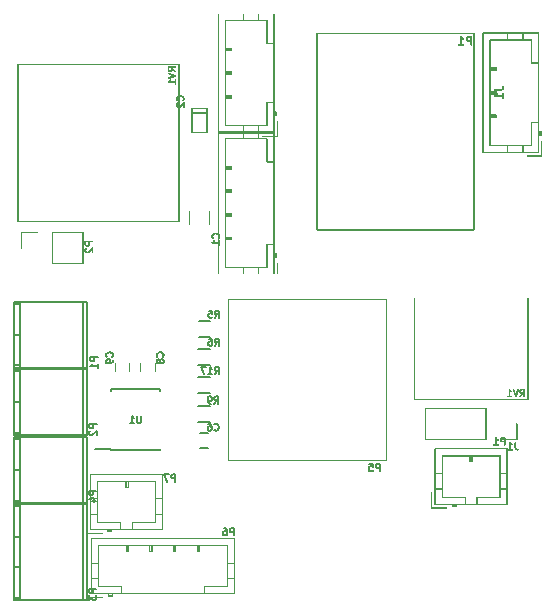
<source format=gbo>
%MOIN*%
%OFA0B0*%
%FSLAX46Y46*%
%IPPOS*%
%LPD*%
%ADD10C,0.0039370078740157488*%
%ADD11C,0.0047244094488188976*%
%ADD12C,0.005905511811023622*%
G36*
X0000563700Y0001801100D02*
G01G01*
X0000563600Y0001801800D01*
X0000563300Y0001802400D01*
X0000562700Y0001803000D01*
X0000562100Y0001803300D01*
X0000561300Y0001803400D01*
X0000025100Y0001803400D01*
X0000024400Y0001803300D01*
X0000023700Y0001803000D01*
X0000023200Y0001802400D01*
X0000022900Y0001801800D01*
X0000022800Y0001801100D01*
X0000022900Y0001800299D01*
X0000023200Y0001799699D01*
X0000023700Y0001799100D01*
X0000024400Y0001798800D01*
X0000025100Y0001798700D01*
X0000561300Y0001798700D01*
X0000562100Y0001798800D01*
X0000562700Y0001799100D01*
X0000563300Y0001799699D01*
X0000563600Y0001800299D01*
X0000563700Y0001801100D01*
G37*
G36*
X0000563700Y0001277000D02*
G01G01*
X0000563600Y0001277800D01*
X0000563300Y0001278400D01*
X0000562700Y0001278900D01*
X0000562100Y0001279300D01*
X0000561300Y0001279400D01*
X0000025100Y0001279400D01*
X0000024400Y0001279300D01*
X0000023700Y0001278900D01*
X0000023200Y0001278400D01*
X0000022900Y0001277800D01*
X0000022800Y0001277000D01*
X0000022900Y0001276300D01*
X0000023200Y0001275599D01*
X0000023700Y0001275100D01*
X0000024400Y0001274800D01*
X0000025100Y0001274700D01*
X0000561300Y0001274700D01*
X0000562100Y0001274800D01*
X0000562700Y0001275100D01*
X0000563300Y0001275599D01*
X0000563600Y0001276300D01*
X0000563700Y0001277000D01*
G37*
G36*
X0000563700Y0001801100D02*
G01G01*
X0000563600Y0001801800D01*
X0000563300Y0001802400D01*
X0000562700Y0001803000D01*
X0000562100Y0001803300D01*
X0000561300Y0001803400D01*
X0000560600Y0001803300D01*
X0000560000Y0001803000D01*
X0000559400Y0001802400D01*
X0000559100Y0001801800D01*
X0000559000Y0001801100D01*
X0000559000Y0001277000D01*
X0000559100Y0001276300D01*
X0000559400Y0001275599D01*
X0000560000Y0001275100D01*
X0000560600Y0001274800D01*
X0000561300Y0001274700D01*
X0000562100Y0001274800D01*
X0000562700Y0001275100D01*
X0000563300Y0001275599D01*
X0000563600Y0001276300D01*
X0000563700Y0001277000D01*
X0000563700Y0001801100D01*
G37*
G36*
X0000027500Y0001801100D02*
G01G01*
X0000027400Y0001801800D01*
X0000027000Y0001802400D01*
X0000026500Y0001803000D01*
X0000025900Y0001803300D01*
X0000025100Y0001803400D01*
X0000024400Y0001803300D01*
X0000023700Y0001803000D01*
X0000023200Y0001802400D01*
X0000022900Y0001801800D01*
X0000022800Y0001801100D01*
X0000022800Y0001277000D01*
X0000022900Y0001276300D01*
X0000023200Y0001275599D01*
X0000023700Y0001275100D01*
X0000024400Y0001274800D01*
X0000025100Y0001274700D01*
X0000025900Y0001274800D01*
X0000026500Y0001275100D01*
X0000027000Y0001275599D01*
X0000027400Y0001276300D01*
X0000027500Y0001277000D01*
X0000027500Y0001801100D01*
G37*
G36*
X0000599300Y0001308900D02*
G01G01*
X0000599200Y0001309800D01*
X0000598800Y0001310700D01*
X0000598100Y0001311300D01*
X0000597300Y0001311700D01*
X0000596400Y0001311900D01*
X0000595500Y0001311700D01*
X0000594600Y0001311300D01*
X0000594000Y0001310700D01*
X0000593600Y0001309800D01*
X0000593400Y0001308900D01*
X0000593400Y0001269599D01*
X0000593600Y0001268600D01*
X0000594000Y0001267800D01*
X0000594600Y0001267200D01*
X0000595500Y0001266700D01*
X0000596400Y0001266600D01*
X0000597300Y0001266700D01*
X0000598100Y0001267200D01*
X0000598800Y0001267800D01*
X0000599200Y0001268600D01*
X0000599300Y0001269599D01*
X0000599300Y0001308900D01*
G37*
G36*
X0000666300Y0001308900D02*
G01G01*
X0000666100Y0001309800D01*
X0000665700Y0001310700D01*
X0000664999Y0001311300D01*
X0000664200Y0001311700D01*
X0000663300Y0001311900D01*
X0000662399Y0001311700D01*
X0000661600Y0001311300D01*
X0000660900Y0001310700D01*
X0000660500Y0001309800D01*
X0000660400Y0001308900D01*
X0000660400Y0001269599D01*
X0000660500Y0001268600D01*
X0000660900Y0001267800D01*
X0000661600Y0001267200D01*
X0000662399Y0001266700D01*
X0000663300Y0001266600D01*
X0000664200Y0001266700D01*
X0000664999Y0001267200D01*
X0000665700Y0001267800D01*
X0000666100Y0001268600D01*
X0000666300Y0001269599D01*
X0000666300Y0001308900D01*
G37*
G36*
X0000243600Y0001241200D02*
G01G01*
X0000243500Y0001241900D01*
X0000243200Y0001242600D01*
X0000242700Y0001243100D01*
X0000242000Y0001243500D01*
X0000241300Y0001243600D01*
X0000240500Y0001243500D01*
X0000239900Y0001243100D01*
X0000239400Y0001242600D01*
X0000239000Y0001241900D01*
X0000238900Y0001241200D01*
X0000238900Y0001136500D01*
X0000239000Y0001135800D01*
X0000239400Y0001135100D01*
X0000239900Y0001134600D01*
X0000240500Y0001134200D01*
X0000241300Y0001134100D01*
X0000242000Y0001134200D01*
X0000242700Y0001134600D01*
X0000243200Y0001135100D01*
X0000243500Y0001135800D01*
X0000243600Y0001136500D01*
X0000243600Y0001241200D01*
G37*
G36*
X0000243600Y0001241200D02*
G01G01*
X0000243500Y0001241900D01*
X0000243200Y0001242600D01*
X0000242700Y0001243100D01*
X0000242000Y0001243500D01*
X0000241300Y0001243600D01*
X0000138900Y0001243600D01*
X0000138200Y0001243500D01*
X0000137500Y0001243100D01*
X0000137000Y0001242600D01*
X0000136700Y0001241900D01*
X0000136500Y0001241200D01*
X0000136700Y0001240500D01*
X0000137000Y0001239800D01*
X0000137500Y0001239300D01*
X0000138200Y0001239000D01*
X0000138900Y0001238800D01*
X0000241300Y0001238800D01*
X0000242000Y0001239000D01*
X0000242700Y0001239300D01*
X0000243200Y0001239800D01*
X0000243500Y0001240500D01*
X0000243600Y0001241200D01*
G37*
G36*
X0000243600Y0001136500D02*
G01G01*
X0000243500Y0001137200D01*
X0000243200Y0001137900D01*
X0000242700Y0001138400D01*
X0000242000Y0001138700D01*
X0000241300Y0001138800D01*
X0000138900Y0001138800D01*
X0000138200Y0001138700D01*
X0000137500Y0001138400D01*
X0000137000Y0001137900D01*
X0000136700Y0001137200D01*
X0000136500Y0001136500D01*
X0000136700Y0001135800D01*
X0000137000Y0001135100D01*
X0000137500Y0001134600D01*
X0000138200Y0001134200D01*
X0000138900Y0001134100D01*
X0000241300Y0001134100D01*
X0000242000Y0001134200D01*
X0000242700Y0001134600D01*
X0000243200Y0001135100D01*
X0000243500Y0001135800D01*
X0000243600Y0001136500D01*
G37*
G36*
X0000141300Y0001241200D02*
G01G01*
X0000141100Y0001241900D01*
X0000140800Y0001242600D01*
X0000140300Y0001243100D01*
X0000139600Y0001243500D01*
X0000138900Y0001243600D01*
X0000138200Y0001243500D01*
X0000137500Y0001243100D01*
X0000137000Y0001242600D01*
X0000136700Y0001241900D01*
X0000136500Y0001241200D01*
X0000136500Y0001136500D01*
X0000136700Y0001135800D01*
X0000137000Y0001135100D01*
X0000137500Y0001134600D01*
X0000138200Y0001134200D01*
X0000138900Y0001134100D01*
X0000139600Y0001134200D01*
X0000140300Y0001134600D01*
X0000140800Y0001135100D01*
X0000141100Y0001135800D01*
X0000141300Y0001136500D01*
X0000141300Y0001241200D01*
G37*
G36*
X0000091300Y0001241200D02*
G01G01*
X0000091099Y0001241900D01*
X0000090800Y0001242600D01*
X0000090300Y0001243100D01*
X0000089599Y0001243500D01*
X0000088900Y0001243600D01*
X0000036500Y0001243600D01*
X0000035800Y0001243500D01*
X0000035200Y0001243100D01*
X0000034600Y0001242600D01*
X0000034300Y0001241900D01*
X0000034200Y0001241200D01*
X0000034300Y0001240500D01*
X0000034600Y0001239800D01*
X0000035200Y0001239300D01*
X0000035800Y0001239000D01*
X0000036500Y0001238800D01*
X0000088900Y0001238800D01*
X0000089599Y0001239000D01*
X0000090300Y0001239300D01*
X0000090800Y0001239800D01*
X0000091099Y0001240500D01*
X0000091300Y0001241200D01*
G37*
G36*
X0000038900Y0001241200D02*
G01G01*
X0000038800Y0001241900D01*
X0000038500Y0001242600D01*
X0000037900Y0001243100D01*
X0000037300Y0001243500D01*
X0000036500Y0001243600D01*
X0000035800Y0001243500D01*
X0000035200Y0001243100D01*
X0000034600Y0001242600D01*
X0000034300Y0001241900D01*
X0000034200Y0001241200D01*
X0000034200Y0001188800D01*
X0000034300Y0001188100D01*
X0000034600Y0001187500D01*
X0000035200Y0001186900D01*
X0000035800Y0001186600D01*
X0000036500Y0001186500D01*
X0000037300Y0001186600D01*
X0000037900Y0001186900D01*
X0000038500Y0001187500D01*
X0000038800Y0001188100D01*
X0000038900Y0001188800D01*
X0000038900Y0001241200D01*
G37*
G36*
X0000657800Y0001639000D02*
G01G01*
X0000657700Y0001639999D01*
X0000657200Y0001640800D01*
X0000656600Y0001641400D01*
X0000655799Y0001641900D01*
X0000654800Y0001642000D01*
X0000604800Y0001642000D01*
X0000603900Y0001641900D01*
X0000603100Y0001641400D01*
X0000602500Y0001640800D01*
X0000602000Y0001639999D01*
X0000601900Y0001639000D01*
X0000602000Y0001638100D01*
X0000602500Y0001637300D01*
X0000603100Y0001636699D01*
X0000603900Y0001636200D01*
X0000604800Y0001636100D01*
X0000654800Y0001636100D01*
X0000655799Y0001636200D01*
X0000656600Y0001636699D01*
X0000657200Y0001637300D01*
X0000657700Y0001638100D01*
X0000657800Y0001639000D01*
G37*
G36*
X0000657800Y0001574000D02*
G01G01*
X0000657700Y0001575000D01*
X0000657200Y0001575800D01*
X0000656600Y0001576400D01*
X0000655799Y0001576900D01*
X0000654800Y0001577000D01*
X0000604800Y0001577000D01*
X0000603900Y0001576900D01*
X0000603100Y0001576400D01*
X0000602500Y0001575800D01*
X0000602000Y0001575000D01*
X0000601900Y0001574000D01*
X0000602000Y0001573100D01*
X0000602500Y0001572300D01*
X0000603100Y0001571700D01*
X0000603900Y0001571200D01*
X0000604800Y0001571100D01*
X0000654800Y0001571100D01*
X0000655799Y0001571200D01*
X0000656600Y0001571700D01*
X0000657200Y0001572300D01*
X0000657700Y0001573100D01*
X0000657800Y0001574000D01*
G37*
G36*
X0000607800Y0001654000D02*
G01G01*
X0000607700Y0001655000D01*
X0000607200Y0001655800D01*
X0000606600Y0001656400D01*
X0000605800Y0001656900D01*
X0000604800Y0001657000D01*
X0000603900Y0001656900D01*
X0000603100Y0001656400D01*
X0000602500Y0001655800D01*
X0000602000Y0001655000D01*
X0000601900Y0001654000D01*
X0000601900Y0001574000D01*
X0000602000Y0001573100D01*
X0000602500Y0001572300D01*
X0000603100Y0001571700D01*
X0000603900Y0001571200D01*
X0000604800Y0001571100D01*
X0000605800Y0001571200D01*
X0000606600Y0001571700D01*
X0000607200Y0001572300D01*
X0000607700Y0001573100D01*
X0000607800Y0001574000D01*
X0000607800Y0001654000D01*
G37*
G36*
X0000657800Y0001654000D02*
G01G01*
X0000657700Y0001655000D01*
X0000657200Y0001655800D01*
X0000656600Y0001656400D01*
X0000655799Y0001656900D01*
X0000654800Y0001657000D01*
X0000604800Y0001657000D01*
X0000603900Y0001656900D01*
X0000603100Y0001656400D01*
X0000602500Y0001655800D01*
X0000602000Y0001655000D01*
X0000601900Y0001654000D01*
X0000602000Y0001653100D01*
X0000602500Y0001652300D01*
X0000603100Y0001651700D01*
X0000603900Y0001651200D01*
X0000604800Y0001651100D01*
X0000654800Y0001651100D01*
X0000655799Y0001651200D01*
X0000656600Y0001651700D01*
X0000657200Y0001652300D01*
X0000657700Y0001653100D01*
X0000657800Y0001654000D01*
G37*
G36*
X0000657800Y0001654000D02*
G01G01*
X0000657700Y0001655000D01*
X0000657200Y0001655800D01*
X0000656600Y0001656400D01*
X0000655799Y0001656900D01*
X0000654800Y0001657000D01*
X0000653900Y0001656900D01*
X0000653099Y0001656400D01*
X0000652500Y0001655800D01*
X0000652000Y0001655000D01*
X0000651900Y0001654000D01*
X0000651900Y0001574000D01*
X0000652000Y0001573100D01*
X0000652500Y0001572300D01*
X0000653099Y0001571700D01*
X0000653900Y0001571200D01*
X0000654800Y0001571100D01*
X0000655799Y0001571200D01*
X0000656600Y0001571700D01*
X0000657200Y0001572300D01*
X0000657700Y0001573100D01*
X0000657800Y0001574000D01*
X0000657800Y0001654000D01*
G37*
G36*
X0000879200Y0001102200D02*
G01G01*
X0000878600Y0001102500D01*
X0000877900Y0001102600D01*
X0000692799Y0001102600D01*
X0000692100Y0001102500D01*
X0000691600Y0001102200D01*
X0000879200Y0001102200D01*
G37*
G36*
X0000695200Y0001576600D02*
G01G01*
X0000695100Y0001577400D01*
X0000694800Y0001578000D01*
X0000694200Y0001578600D01*
X0000693600Y0001578900D01*
X0000692799Y0001579000D01*
X0000692100Y0001578900D01*
X0000691500Y0001578600D01*
X0000690900Y0001578000D01*
X0000690600Y0001577400D01*
X0000690500Y0001576600D01*
X0000690500Y0001102200D01*
X0000695200Y0001102200D01*
X0000695200Y0001576600D01*
G37*
G36*
X0000880200Y0001576600D02*
G01G01*
X0000880100Y0001577400D01*
X0000879800Y0001578000D01*
X0000879300Y0001578600D01*
X0000878600Y0001578900D01*
X0000877900Y0001579000D01*
X0000692799Y0001579000D01*
X0000692100Y0001578900D01*
X0000691500Y0001578600D01*
X0000690900Y0001578000D01*
X0000690600Y0001577400D01*
X0000690500Y0001576600D01*
X0000690600Y0001575899D01*
X0000690900Y0001575300D01*
X0000691500Y0001574700D01*
X0000692100Y0001574400D01*
X0000692799Y0001574300D01*
X0000877900Y0001574300D01*
X0000878600Y0001574400D01*
X0000879300Y0001574700D01*
X0000879800Y0001575300D01*
X0000880100Y0001575899D01*
X0000880200Y0001576600D01*
G37*
G36*
X0000880200Y0001576600D02*
G01G01*
X0000880100Y0001577400D01*
X0000879800Y0001578000D01*
X0000879300Y0001578600D01*
X0000878600Y0001578900D01*
X0000877900Y0001579000D01*
X0000877100Y0001578900D01*
X0000876500Y0001578600D01*
X0000876000Y0001578000D01*
X0000875600Y0001577400D01*
X0000875500Y0001576600D01*
X0000875500Y0001102200D01*
X0000880200Y0001102200D01*
X0000880200Y0001576600D01*
G37*
G36*
X0000880200Y0001200700D02*
G01G01*
X0000880100Y0001201400D01*
X0000879800Y0001202000D01*
X0000879300Y0001202600D01*
X0000878600Y0001202900D01*
X0000877900Y0001203000D01*
X0000854300Y0001203000D01*
X0000853500Y0001202900D01*
X0000852900Y0001202600D01*
X0000852300Y0001202000D01*
X0000852000Y0001201400D01*
X0000851900Y0001200700D01*
X0000852000Y0001199900D01*
X0000852300Y0001199300D01*
X0000852900Y0001198700D01*
X0000853500Y0001198400D01*
X0000854300Y0001198300D01*
X0000877900Y0001198300D01*
X0000878600Y0001198400D01*
X0000879300Y0001198700D01*
X0000879800Y0001199300D01*
X0000880100Y0001199900D01*
X0000880200Y0001200700D01*
G37*
G36*
X0000856600Y0001200700D02*
G01G01*
X0000856500Y0001201400D01*
X0000856200Y0001202000D01*
X0000855600Y0001202600D01*
X0000855000Y0001202900D01*
X0000854300Y0001203000D01*
X0000853500Y0001202900D01*
X0000852900Y0001202600D01*
X0000852300Y0001202000D01*
X0000852000Y0001201400D01*
X0000851900Y0001200700D01*
X0000851900Y0001123900D01*
X0000852000Y0001123200D01*
X0000852300Y0001122500D01*
X0000852900Y0001122000D01*
X0000853500Y0001121600D01*
X0000854300Y0001121500D01*
X0000855000Y0001121600D01*
X0000855600Y0001122000D01*
X0000856200Y0001122500D01*
X0000856500Y0001123200D01*
X0000856600Y0001123900D01*
X0000856600Y0001200700D01*
G37*
G36*
X0000856600Y0001123900D02*
G01G01*
X0000856500Y0001124600D01*
X0000856200Y0001125300D01*
X0000855600Y0001125800D01*
X0000855000Y0001126100D01*
X0000854300Y0001126200D01*
X0000716500Y0001126200D01*
X0000715700Y0001126100D01*
X0000715100Y0001125800D01*
X0000714500Y0001125300D01*
X0000714199Y0001124600D01*
X0000714099Y0001123900D01*
X0000714199Y0001123200D01*
X0000714500Y0001122500D01*
X0000715100Y0001122000D01*
X0000715700Y0001121600D01*
X0000716500Y0001121500D01*
X0000854300Y0001121500D01*
X0000855000Y0001121600D01*
X0000855600Y0001122000D01*
X0000856200Y0001122500D01*
X0000856500Y0001123200D01*
X0000856600Y0001123900D01*
G37*
G36*
X0000718800Y0001553000D02*
G01G01*
X0000718700Y0001553700D01*
X0000718400Y0001554400D01*
X0000717800Y0001554900D01*
X0000717199Y0001555300D01*
X0000716500Y0001555399D01*
X0000715700Y0001555300D01*
X0000715100Y0001554900D01*
X0000714500Y0001554400D01*
X0000714199Y0001553700D01*
X0000714099Y0001553000D01*
X0000714099Y0001123900D01*
X0000714199Y0001123200D01*
X0000714500Y0001122500D01*
X0000715100Y0001122000D01*
X0000715700Y0001121600D01*
X0000716500Y0001121500D01*
X0000717199Y0001121600D01*
X0000717800Y0001122000D01*
X0000718400Y0001122500D01*
X0000718700Y0001123200D01*
X0000718800Y0001123900D01*
X0000718800Y0001553000D01*
G37*
G36*
X0000856600Y0001553000D02*
G01G01*
X0000856500Y0001553700D01*
X0000856200Y0001554400D01*
X0000855600Y0001554900D01*
X0000855000Y0001555300D01*
X0000854300Y0001555399D01*
X0000716500Y0001555399D01*
X0000715700Y0001555300D01*
X0000715100Y0001554900D01*
X0000714500Y0001554400D01*
X0000714199Y0001553700D01*
X0000714099Y0001553000D01*
X0000714199Y0001552300D01*
X0000714500Y0001551600D01*
X0000715100Y0001551100D01*
X0000715700Y0001550800D01*
X0000716500Y0001550700D01*
X0000854300Y0001550700D01*
X0000855000Y0001550800D01*
X0000855600Y0001551100D01*
X0000856200Y0001551600D01*
X0000856500Y0001552300D01*
X0000856600Y0001553000D01*
G37*
G36*
X0000856600Y0001553000D02*
G01G01*
X0000856500Y0001553700D01*
X0000856200Y0001554400D01*
X0000855600Y0001554900D01*
X0000855000Y0001555300D01*
X0000854300Y0001555399D01*
X0000853500Y0001555300D01*
X0000852900Y0001554900D01*
X0000852300Y0001554400D01*
X0000852000Y0001553700D01*
X0000851900Y0001553000D01*
X0000851900Y0001476199D01*
X0000852000Y0001475500D01*
X0000852300Y0001474900D01*
X0000852900Y0001474300D01*
X0000853500Y0001474000D01*
X0000854300Y0001473900D01*
X0000855000Y0001474000D01*
X0000855600Y0001474300D01*
X0000856200Y0001474900D01*
X0000856500Y0001475500D01*
X0000856600Y0001476199D01*
X0000856600Y0001553000D01*
G37*
G36*
X0000880200Y0001476199D02*
G01G01*
X0000880100Y0001477000D01*
X0000879800Y0001477600D01*
X0000879300Y0001478200D01*
X0000878600Y0001478500D01*
X0000877900Y0001478600D01*
X0000854300Y0001478600D01*
X0000853500Y0001478500D01*
X0000852900Y0001478200D01*
X0000852300Y0001477600D01*
X0000852000Y0001477000D01*
X0000851900Y0001476199D01*
X0000852000Y0001475500D01*
X0000852300Y0001474900D01*
X0000852900Y0001474300D01*
X0000853500Y0001474000D01*
X0000854300Y0001473900D01*
X0000877900Y0001473900D01*
X0000878600Y0001474000D01*
X0000879300Y0001474300D01*
X0000879800Y0001474900D01*
X0000880100Y0001475500D01*
X0000880200Y0001476199D01*
G37*
G36*
X0000829099Y0001123900D02*
G01G01*
X0000828900Y0001124600D01*
X0000828600Y0001125300D01*
X0000828100Y0001125800D01*
X0000827400Y0001126100D01*
X0000826700Y0001126200D01*
X0000826000Y0001126100D01*
X0000825300Y0001125800D01*
X0000824800Y0001125300D01*
X0000824500Y0001124600D01*
X0000824300Y0001123900D01*
X0000824300Y0001102200D01*
X0000829099Y0001102200D01*
X0000829099Y0001123900D01*
G37*
G36*
X0000777900Y0001123900D02*
G01G01*
X0000777800Y0001124600D01*
X0000777399Y0001125300D01*
X0000776900Y0001125800D01*
X0000776200Y0001126100D01*
X0000775500Y0001126200D01*
X0000774800Y0001126100D01*
X0000774100Y0001125800D01*
X0000773600Y0001125300D01*
X0000773300Y0001124600D01*
X0000773200Y0001123900D01*
X0000773200Y0001102200D01*
X0000777900Y0001102200D01*
X0000777900Y0001123900D01*
G37*
G36*
X0000829099Y0001576600D02*
G01G01*
X0000828900Y0001577400D01*
X0000828600Y0001578000D01*
X0000828100Y0001578600D01*
X0000827400Y0001578900D01*
X0000826700Y0001579000D01*
X0000826000Y0001578900D01*
X0000825300Y0001578600D01*
X0000824800Y0001578000D01*
X0000824500Y0001577400D01*
X0000824300Y0001576600D01*
X0000824300Y0001553000D01*
X0000824500Y0001552300D01*
X0000824800Y0001551600D01*
X0000825300Y0001551100D01*
X0000826000Y0001550800D01*
X0000826700Y0001550700D01*
X0000827400Y0001550800D01*
X0000828100Y0001551100D01*
X0000828600Y0001551600D01*
X0000828900Y0001552300D01*
X0000829099Y0001553000D01*
X0000829099Y0001576600D01*
G37*
G36*
X0000777900Y0001576600D02*
G01G01*
X0000777800Y0001577400D01*
X0000777399Y0001578000D01*
X0000776900Y0001578600D01*
X0000776200Y0001578900D01*
X0000775500Y0001579000D01*
X0000774800Y0001578900D01*
X0000774100Y0001578600D01*
X0000773600Y0001578000D01*
X0000773300Y0001577400D01*
X0000773200Y0001576600D01*
X0000773200Y0001553000D01*
X0000773300Y0001552300D01*
X0000773600Y0001551600D01*
X0000774100Y0001551100D01*
X0000774800Y0001550800D01*
X0000775500Y0001550700D01*
X0000776200Y0001550800D01*
X0000776900Y0001551100D01*
X0000777399Y0001551600D01*
X0000777800Y0001552300D01*
X0000777900Y0001553000D01*
X0000777900Y0001576600D01*
G37*
G36*
X0000888100Y0001169200D02*
G01G01*
X0000888000Y0001169900D01*
X0000887700Y0001170500D01*
X0000887100Y0001171100D01*
X0000886500Y0001171400D01*
X0000885800Y0001171500D01*
X0000877900Y0001171500D01*
X0000877100Y0001171400D01*
X0000876500Y0001171100D01*
X0000876000Y0001170500D01*
X0000875600Y0001169900D01*
X0000875500Y0001169200D01*
X0000875600Y0001168400D01*
X0000876000Y0001167800D01*
X0000876500Y0001167200D01*
X0000877100Y0001166900D01*
X0000877900Y0001166800D01*
X0000885800Y0001166800D01*
X0000886500Y0001166900D01*
X0000887100Y0001167200D01*
X0000887700Y0001167800D01*
X0000888000Y0001168400D01*
X0000888100Y0001169200D01*
G37*
G36*
X0000888100Y0001169200D02*
G01G01*
X0000888000Y0001169900D01*
X0000887700Y0001170500D01*
X0000887100Y0001171100D01*
X0000886500Y0001171400D01*
X0000885800Y0001171500D01*
X0000885000Y0001171400D01*
X0000884400Y0001171100D01*
X0000883800Y0001170500D01*
X0000883500Y0001169900D01*
X0000883400Y0001169200D01*
X0000883400Y0001157300D01*
X0000883500Y0001156600D01*
X0000883800Y0001156000D01*
X0000884400Y0001155400D01*
X0000885000Y0001155100D01*
X0000885800Y0001155000D01*
X0000886500Y0001155100D01*
X0000887100Y0001155400D01*
X0000887700Y0001156000D01*
X0000888000Y0001156600D01*
X0000888100Y0001157300D01*
X0000888100Y0001169200D01*
G37*
G36*
X0000888100Y0001157300D02*
G01G01*
X0000888000Y0001158100D01*
X0000887700Y0001158700D01*
X0000887100Y0001159300D01*
X0000886500Y0001159600D01*
X0000885800Y0001159700D01*
X0000877900Y0001159700D01*
X0000877100Y0001159600D01*
X0000876500Y0001159300D01*
X0000876000Y0001158700D01*
X0000875600Y0001158100D01*
X0000875500Y0001157300D01*
X0000875600Y0001156600D01*
X0000876000Y0001156000D01*
X0000876500Y0001155400D01*
X0000877100Y0001155100D01*
X0000877900Y0001155000D01*
X0000885800Y0001155000D01*
X0000886500Y0001155100D01*
X0000887100Y0001155400D01*
X0000887700Y0001156000D01*
X0000888000Y0001156600D01*
X0000888100Y0001157300D01*
G37*
G36*
X0000884200Y0001169200D02*
G01G01*
X0000884100Y0001169900D01*
X0000883700Y0001170500D01*
X0000883200Y0001171100D01*
X0000882500Y0001171400D01*
X0000881800Y0001171500D01*
X0000881100Y0001171400D01*
X0000880400Y0001171100D01*
X0000879900Y0001170500D01*
X0000879600Y0001169900D01*
X0000879500Y0001169200D01*
X0000879500Y0001157300D01*
X0000879600Y0001156600D01*
X0000879900Y0001156000D01*
X0000880400Y0001155400D01*
X0000881100Y0001155100D01*
X0000881800Y0001155000D01*
X0000882500Y0001155100D01*
X0000883200Y0001155400D01*
X0000883700Y0001156000D01*
X0000884100Y0001156600D01*
X0000884200Y0001157300D01*
X0000884200Y0001169200D01*
G37*
G36*
X0000738500Y0001216400D02*
G01G01*
X0000738399Y0001217100D01*
X0000738099Y0001217800D01*
X0000737500Y0001218300D01*
X0000736900Y0001218700D01*
X0000736100Y0001218800D01*
X0000716500Y0001218800D01*
X0000715700Y0001218700D01*
X0000715100Y0001218300D01*
X0000714500Y0001217800D01*
X0000714199Y0001217100D01*
X0000714099Y0001216400D01*
X0000714199Y0001215700D01*
X0000714500Y0001215000D01*
X0000715100Y0001214500D01*
X0000715700Y0001214200D01*
X0000716500Y0001214000D01*
X0000736100Y0001214000D01*
X0000736900Y0001214200D01*
X0000737500Y0001214500D01*
X0000738099Y0001215000D01*
X0000738399Y0001215700D01*
X0000738500Y0001216400D01*
G37*
G36*
X0000738500Y0001224300D02*
G01G01*
X0000738399Y0001225000D01*
X0000738099Y0001225700D01*
X0000737500Y0001226200D01*
X0000736900Y0001226500D01*
X0000736100Y0001226600D01*
X0000735400Y0001226500D01*
X0000734799Y0001226200D01*
X0000734200Y0001225700D01*
X0000733900Y0001225000D01*
X0000733800Y0001224300D01*
X0000733800Y0001216400D01*
X0000733900Y0001215700D01*
X0000734200Y0001215000D01*
X0000734799Y0001214500D01*
X0000735400Y0001214200D01*
X0000736100Y0001214000D01*
X0000736900Y0001214200D01*
X0000737500Y0001214500D01*
X0000738099Y0001215000D01*
X0000738399Y0001215700D01*
X0000738500Y0001216400D01*
X0000738500Y0001224300D01*
G37*
G36*
X0000738500Y0001224300D02*
G01G01*
X0000738399Y0001225000D01*
X0000738099Y0001225700D01*
X0000737500Y0001226200D01*
X0000736900Y0001226500D01*
X0000736100Y0001226600D01*
X0000716500Y0001226600D01*
X0000715700Y0001226500D01*
X0000715100Y0001226200D01*
X0000714500Y0001225700D01*
X0000714199Y0001225000D01*
X0000714099Y0001224300D01*
X0000714199Y0001223500D01*
X0000714500Y0001222900D01*
X0000715100Y0001222400D01*
X0000715700Y0001222000D01*
X0000716500Y0001221900D01*
X0000736100Y0001221900D01*
X0000736900Y0001222000D01*
X0000737500Y0001222400D01*
X0000738099Y0001222900D01*
X0000738399Y0001223500D01*
X0000738500Y0001224300D01*
G37*
G36*
X0000738500Y0001220300D02*
G01G01*
X0000738399Y0001221100D01*
X0000738099Y0001221700D01*
X0000737500Y0001222300D01*
X0000736900Y0001222600D01*
X0000736100Y0001222700D01*
X0000716500Y0001222700D01*
X0000715700Y0001222600D01*
X0000715100Y0001222300D01*
X0000714500Y0001221700D01*
X0000714199Y0001221100D01*
X0000714099Y0001220300D01*
X0000714199Y0001219600D01*
X0000714500Y0001219000D01*
X0000715100Y0001218400D01*
X0000715700Y0001218100D01*
X0000716500Y0001218000D01*
X0000736100Y0001218000D01*
X0000736900Y0001218100D01*
X0000737500Y0001218400D01*
X0000738099Y0001219000D01*
X0000738399Y0001219600D01*
X0000738500Y0001220300D01*
G37*
G36*
X0000738500Y0001295100D02*
G01G01*
X0000738399Y0001295900D01*
X0000738099Y0001296500D01*
X0000737500Y0001297100D01*
X0000736900Y0001297400D01*
X0000736100Y0001297500D01*
X0000716500Y0001297500D01*
X0000715700Y0001297400D01*
X0000715100Y0001297100D01*
X0000714500Y0001296500D01*
X0000714199Y0001295900D01*
X0000714099Y0001295100D01*
X0000714199Y0001294399D01*
X0000714500Y0001293799D01*
X0000715100Y0001293200D01*
X0000715700Y0001292900D01*
X0000716500Y0001292800D01*
X0000736100Y0001292800D01*
X0000736900Y0001292900D01*
X0000737500Y0001293200D01*
X0000738099Y0001293799D01*
X0000738399Y0001294399D01*
X0000738500Y0001295100D01*
G37*
G36*
X0000738500Y0001303000D02*
G01G01*
X0000738399Y0001303700D01*
X0000738099Y0001304400D01*
X0000737500Y0001304900D01*
X0000736900Y0001305300D01*
X0000736100Y0001305400D01*
X0000735400Y0001305300D01*
X0000734799Y0001304900D01*
X0000734200Y0001304400D01*
X0000733900Y0001303700D01*
X0000733800Y0001303000D01*
X0000733800Y0001295100D01*
X0000733900Y0001294399D01*
X0000734200Y0001293799D01*
X0000734799Y0001293200D01*
X0000735400Y0001292900D01*
X0000736100Y0001292800D01*
X0000736900Y0001292900D01*
X0000737500Y0001293200D01*
X0000738099Y0001293799D01*
X0000738399Y0001294399D01*
X0000738500Y0001295100D01*
X0000738500Y0001303000D01*
G37*
G36*
X0000738500Y0001303000D02*
G01G01*
X0000738399Y0001303700D01*
X0000738099Y0001304400D01*
X0000737500Y0001304900D01*
X0000736900Y0001305300D01*
X0000736100Y0001305400D01*
X0000716500Y0001305400D01*
X0000715700Y0001305300D01*
X0000715100Y0001304900D01*
X0000714500Y0001304400D01*
X0000714199Y0001303700D01*
X0000714099Y0001303000D01*
X0000714199Y0001302300D01*
X0000714500Y0001301600D01*
X0000715100Y0001301100D01*
X0000715700Y0001300799D01*
X0000716500Y0001300700D01*
X0000736100Y0001300700D01*
X0000736900Y0001300799D01*
X0000737500Y0001301100D01*
X0000738099Y0001301600D01*
X0000738399Y0001302300D01*
X0000738500Y0001303000D01*
G37*
G36*
X0000738500Y0001299100D02*
G01G01*
X0000738399Y0001299799D01*
X0000738099Y0001300500D01*
X0000737500Y0001301000D01*
X0000736900Y0001301300D01*
X0000736100Y0001301400D01*
X0000716500Y0001301400D01*
X0000715700Y0001301300D01*
X0000715100Y0001301000D01*
X0000714500Y0001300500D01*
X0000714199Y0001299799D01*
X0000714099Y0001299100D01*
X0000714199Y0001298400D01*
X0000714500Y0001297700D01*
X0000715100Y0001297200D01*
X0000715700Y0001296800D01*
X0000716500Y0001296700D01*
X0000736100Y0001296700D01*
X0000736900Y0001296800D01*
X0000737500Y0001297200D01*
X0000738099Y0001297700D01*
X0000738399Y0001298400D01*
X0000738500Y0001299100D01*
G37*
G36*
X0000738500Y0001373900D02*
G01G01*
X0000738399Y0001374600D01*
X0000738099Y0001375300D01*
X0000737500Y0001375800D01*
X0000736900Y0001376100D01*
X0000736100Y0001376200D01*
X0000716500Y0001376200D01*
X0000715700Y0001376100D01*
X0000715100Y0001375800D01*
X0000714500Y0001375300D01*
X0000714199Y0001374600D01*
X0000714099Y0001373900D01*
X0000714199Y0001373199D01*
X0000714500Y0001372500D01*
X0000715100Y0001372000D01*
X0000715700Y0001371600D01*
X0000716500Y0001371500D01*
X0000736100Y0001371500D01*
X0000736900Y0001371600D01*
X0000737500Y0001372000D01*
X0000738099Y0001372500D01*
X0000738399Y0001373199D01*
X0000738500Y0001373900D01*
G37*
G36*
X0000738500Y0001381800D02*
G01G01*
X0000738399Y0001382500D01*
X0000738099Y0001383100D01*
X0000737500Y0001383700D01*
X0000736900Y0001384000D01*
X0000736100Y0001384100D01*
X0000735400Y0001384000D01*
X0000734799Y0001383700D01*
X0000734200Y0001383100D01*
X0000733900Y0001382500D01*
X0000733800Y0001381800D01*
X0000733800Y0001373900D01*
X0000733900Y0001373199D01*
X0000734200Y0001372500D01*
X0000734799Y0001372000D01*
X0000735400Y0001371600D01*
X0000736100Y0001371500D01*
X0000736900Y0001371600D01*
X0000737500Y0001372000D01*
X0000738099Y0001372500D01*
X0000738399Y0001373199D01*
X0000738500Y0001373900D01*
X0000738500Y0001381800D01*
G37*
G36*
X0000738500Y0001381800D02*
G01G01*
X0000738399Y0001382500D01*
X0000738099Y0001383100D01*
X0000737500Y0001383700D01*
X0000736900Y0001384000D01*
X0000736100Y0001384100D01*
X0000716500Y0001384100D01*
X0000715700Y0001384000D01*
X0000715100Y0001383700D01*
X0000714500Y0001383100D01*
X0000714199Y0001382500D01*
X0000714099Y0001381800D01*
X0000714199Y0001381000D01*
X0000714500Y0001380400D01*
X0000715100Y0001379799D01*
X0000715700Y0001379500D01*
X0000716500Y0001379399D01*
X0000736100Y0001379399D01*
X0000736900Y0001379500D01*
X0000737500Y0001379799D01*
X0000738099Y0001380400D01*
X0000738399Y0001381000D01*
X0000738500Y0001381800D01*
G37*
G36*
X0000738500Y0001377800D02*
G01G01*
X0000738399Y0001378599D01*
X0000738099Y0001379199D01*
X0000737500Y0001379700D01*
X0000736900Y0001380100D01*
X0000736100Y0001380200D01*
X0000716500Y0001380200D01*
X0000715700Y0001380100D01*
X0000715100Y0001379700D01*
X0000714500Y0001379199D01*
X0000714199Y0001378599D01*
X0000714099Y0001377800D01*
X0000714199Y0001377100D01*
X0000714500Y0001376400D01*
X0000715100Y0001375900D01*
X0000715700Y0001375600D01*
X0000716500Y0001375500D01*
X0000736100Y0001375500D01*
X0000736900Y0001375600D01*
X0000737500Y0001375900D01*
X0000738099Y0001376400D01*
X0000738399Y0001377100D01*
X0000738500Y0001377800D01*
G37*
G36*
X0000738500Y0001452599D02*
G01G01*
X0000738399Y0001453400D01*
X0000738099Y0001454000D01*
X0000737500Y0001454500D01*
X0000736900Y0001454900D01*
X0000736100Y0001455000D01*
X0000716500Y0001455000D01*
X0000715700Y0001454900D01*
X0000715100Y0001454500D01*
X0000714500Y0001454000D01*
X0000714199Y0001453400D01*
X0000714099Y0001452599D01*
X0000714199Y0001451900D01*
X0000714500Y0001451200D01*
X0000715100Y0001450700D01*
X0000715700Y0001450400D01*
X0000716500Y0001450300D01*
X0000736100Y0001450300D01*
X0000736900Y0001450400D01*
X0000737500Y0001450700D01*
X0000738099Y0001451200D01*
X0000738399Y0001451900D01*
X0000738500Y0001452599D01*
G37*
G36*
X0000738500Y0001460500D02*
G01G01*
X0000738399Y0001461200D01*
X0000738099Y0001461900D01*
X0000737500Y0001462400D01*
X0000736900Y0001462700D01*
X0000736100Y0001462900D01*
X0000735400Y0001462700D01*
X0000734799Y0001462400D01*
X0000734200Y0001461900D01*
X0000733900Y0001461200D01*
X0000733800Y0001460500D01*
X0000733800Y0001452599D01*
X0000733900Y0001451900D01*
X0000734200Y0001451200D01*
X0000734799Y0001450700D01*
X0000735400Y0001450400D01*
X0000736100Y0001450300D01*
X0000736900Y0001450400D01*
X0000737500Y0001450700D01*
X0000738099Y0001451200D01*
X0000738399Y0001451900D01*
X0000738500Y0001452599D01*
X0000738500Y0001460500D01*
G37*
G36*
X0000738500Y0001460500D02*
G01G01*
X0000738399Y0001461200D01*
X0000738099Y0001461900D01*
X0000737500Y0001462400D01*
X0000736900Y0001462700D01*
X0000736100Y0001462900D01*
X0000716500Y0001462900D01*
X0000715700Y0001462700D01*
X0000715100Y0001462400D01*
X0000714500Y0001461900D01*
X0000714199Y0001461200D01*
X0000714099Y0001460500D01*
X0000714199Y0001459800D01*
X0000714500Y0001459100D01*
X0000715100Y0001458599D01*
X0000715700Y0001458300D01*
X0000716500Y0001458100D01*
X0000736100Y0001458100D01*
X0000736900Y0001458300D01*
X0000737500Y0001458599D01*
X0000738099Y0001459100D01*
X0000738399Y0001459800D01*
X0000738500Y0001460500D01*
G37*
G36*
X0000738500Y0001456600D02*
G01G01*
X0000738399Y0001457300D01*
X0000738099Y0001457999D01*
X0000737500Y0001458500D01*
X0000736900Y0001458800D01*
X0000736100Y0001458900D01*
X0000716500Y0001458900D01*
X0000715700Y0001458800D01*
X0000715100Y0001458500D01*
X0000714500Y0001457999D01*
X0000714199Y0001457300D01*
X0000714099Y0001456600D01*
X0000714199Y0001455800D01*
X0000714500Y0001455200D01*
X0000715100Y0001454700D01*
X0000715700Y0001454300D01*
X0000716500Y0001454200D01*
X0000736100Y0001454200D01*
X0000736900Y0001454300D01*
X0000737500Y0001454700D01*
X0000738099Y0001455200D01*
X0000738399Y0001455800D01*
X0000738500Y0001456600D01*
G37*
G36*
X0000892100Y0001137700D02*
G01G01*
X0000891900Y0001138400D01*
X0000891600Y0001139100D01*
X0000891100Y0001139600D01*
X0000890400Y0001139900D01*
X0000889700Y0001140000D01*
X0000889000Y0001139900D01*
X0000888300Y0001139600D01*
X0000887800Y0001139100D01*
X0000887400Y0001138400D01*
X0000887300Y0001137700D01*
X0000887300Y0001102200D01*
X0000892100Y0001102200D01*
X0000892100Y0001137700D01*
G37*
G36*
X0000880200Y0001572700D02*
G01G01*
X0000880100Y0001573399D01*
X0000879800Y0001574100D01*
X0000879300Y0001574600D01*
X0000878600Y0001575000D01*
X0000877900Y0001575100D01*
X0000692799Y0001575100D01*
X0000692100Y0001575000D01*
X0000691500Y0001574600D01*
X0000690900Y0001574100D01*
X0000690600Y0001573399D01*
X0000690500Y0001572700D01*
X0000690600Y0001572000D01*
X0000690900Y0001571300D01*
X0000691500Y0001570800D01*
X0000692100Y0001570500D01*
X0000692799Y0001570300D01*
X0000877900Y0001570300D01*
X0000878600Y0001570500D01*
X0000879300Y0001570800D01*
X0000879800Y0001571300D01*
X0000880100Y0001572000D01*
X0000880200Y0001572700D01*
G37*
G36*
X0000695200Y0001968400D02*
G01G01*
X0000690500Y0001968400D01*
X0000690500Y0001572700D01*
X0000690600Y0001572000D01*
X0000690900Y0001571300D01*
X0000691500Y0001570800D01*
X0000692100Y0001570500D01*
X0000692799Y0001570300D01*
X0000693600Y0001570500D01*
X0000694200Y0001570800D01*
X0000694800Y0001571300D01*
X0000695100Y0001572000D01*
X0000695200Y0001572700D01*
X0000695200Y0001968400D01*
G37*
G36*
X0000879200Y0001968400D02*
G01G01*
X0000691600Y0001968400D01*
X0000692100Y0001968100D01*
X0000692799Y0001968000D01*
X0000877900Y0001968000D01*
X0000878600Y0001968100D01*
X0000879200Y0001968400D01*
G37*
G36*
X0000880200Y0001968400D02*
G01G01*
X0000875500Y0001968400D01*
X0000875500Y0001572700D01*
X0000875600Y0001572000D01*
X0000876000Y0001571300D01*
X0000876500Y0001570800D01*
X0000877100Y0001570500D01*
X0000877900Y0001570300D01*
X0000878600Y0001570500D01*
X0000879300Y0001570800D01*
X0000879800Y0001571300D01*
X0000880100Y0001572000D01*
X0000880200Y0001572700D01*
X0000880200Y0001968400D01*
G37*
G36*
X0000880200Y0001673099D02*
G01G01*
X0000880100Y0001673800D01*
X0000879800Y0001674500D01*
X0000879300Y0001675000D01*
X0000878600Y0001675300D01*
X0000877900Y0001675500D01*
X0000854300Y0001675500D01*
X0000853500Y0001675300D01*
X0000852900Y0001675000D01*
X0000852300Y0001674500D01*
X0000852000Y0001673800D01*
X0000851900Y0001673099D01*
X0000852000Y0001672400D01*
X0000852300Y0001671700D01*
X0000852900Y0001671200D01*
X0000853500Y0001670800D01*
X0000854300Y0001670700D01*
X0000877900Y0001670700D01*
X0000878600Y0001670800D01*
X0000879300Y0001671200D01*
X0000879800Y0001671700D01*
X0000880100Y0001672400D01*
X0000880200Y0001673099D01*
G37*
G36*
X0000856600Y0001673099D02*
G01G01*
X0000856500Y0001673800D01*
X0000856200Y0001674500D01*
X0000855600Y0001675000D01*
X0000855000Y0001675300D01*
X0000854300Y0001675500D01*
X0000853500Y0001675300D01*
X0000852900Y0001675000D01*
X0000852300Y0001674500D01*
X0000852000Y0001673800D01*
X0000851900Y0001673099D01*
X0000851900Y0001596300D01*
X0000852000Y0001595600D01*
X0000852300Y0001594900D01*
X0000852900Y0001594400D01*
X0000853500Y0001594099D01*
X0000854300Y0001594000D01*
X0000855000Y0001594099D01*
X0000855600Y0001594400D01*
X0000856200Y0001594900D01*
X0000856500Y0001595600D01*
X0000856600Y0001596300D01*
X0000856600Y0001673099D01*
G37*
G36*
X0000856600Y0001596300D02*
G01G01*
X0000856500Y0001597100D01*
X0000856200Y0001597700D01*
X0000855600Y0001598200D01*
X0000855000Y0001598600D01*
X0000854300Y0001598700D01*
X0000716500Y0001598700D01*
X0000715700Y0001598600D01*
X0000715100Y0001598200D01*
X0000714500Y0001597700D01*
X0000714199Y0001597100D01*
X0000714099Y0001596300D01*
X0000714199Y0001595600D01*
X0000714500Y0001594900D01*
X0000715100Y0001594400D01*
X0000715700Y0001594099D01*
X0000716500Y0001594000D01*
X0000854300Y0001594000D01*
X0000855000Y0001594099D01*
X0000855600Y0001594400D01*
X0000856200Y0001594900D01*
X0000856500Y0001595600D01*
X0000856600Y0001596300D01*
G37*
G36*
X0000718800Y0001946700D02*
G01G01*
X0000718700Y0001947400D01*
X0000718400Y0001948100D01*
X0000717800Y0001948600D01*
X0000717199Y0001949000D01*
X0000716500Y0001949100D01*
X0000715700Y0001949000D01*
X0000715100Y0001948600D01*
X0000714500Y0001948100D01*
X0000714199Y0001947400D01*
X0000714099Y0001946700D01*
X0000714099Y0001596300D01*
X0000714199Y0001595600D01*
X0000714500Y0001594900D01*
X0000715100Y0001594400D01*
X0000715700Y0001594099D01*
X0000716500Y0001594000D01*
X0000717199Y0001594099D01*
X0000717800Y0001594400D01*
X0000718400Y0001594900D01*
X0000718700Y0001595600D01*
X0000718800Y0001596300D01*
X0000718800Y0001946700D01*
G37*
G36*
X0000856600Y0001946700D02*
G01G01*
X0000856500Y0001947400D01*
X0000856200Y0001948100D01*
X0000855600Y0001948600D01*
X0000855000Y0001949000D01*
X0000854300Y0001949100D01*
X0000716500Y0001949100D01*
X0000715700Y0001949000D01*
X0000715100Y0001948600D01*
X0000714500Y0001948100D01*
X0000714199Y0001947400D01*
X0000714099Y0001946700D01*
X0000714199Y0001946000D01*
X0000714500Y0001945299D01*
X0000715100Y0001944800D01*
X0000715700Y0001944500D01*
X0000716500Y0001944400D01*
X0000854300Y0001944400D01*
X0000855000Y0001944500D01*
X0000855600Y0001944800D01*
X0000856200Y0001945299D01*
X0000856500Y0001946000D01*
X0000856600Y0001946700D01*
G37*
G36*
X0000856600Y0001946700D02*
G01G01*
X0000856500Y0001947400D01*
X0000856200Y0001948100D01*
X0000855600Y0001948600D01*
X0000855000Y0001949000D01*
X0000854300Y0001949100D01*
X0000853500Y0001949000D01*
X0000852900Y0001948600D01*
X0000852300Y0001948100D01*
X0000852000Y0001947400D01*
X0000851900Y0001946700D01*
X0000851900Y0001869900D01*
X0000852000Y0001869200D01*
X0000852300Y0001868600D01*
X0000852900Y0001868000D01*
X0000853500Y0001867699D01*
X0000854300Y0001867600D01*
X0000855000Y0001867699D01*
X0000855600Y0001868000D01*
X0000856200Y0001868600D01*
X0000856500Y0001869200D01*
X0000856600Y0001869900D01*
X0000856600Y0001946700D01*
G37*
G36*
X0000880200Y0001869900D02*
G01G01*
X0000880100Y0001870700D01*
X0000879800Y0001871300D01*
X0000879300Y0001871900D01*
X0000878600Y0001872200D01*
X0000877900Y0001872300D01*
X0000854300Y0001872300D01*
X0000853500Y0001872200D01*
X0000852900Y0001871900D01*
X0000852300Y0001871300D01*
X0000852000Y0001870700D01*
X0000851900Y0001869900D01*
X0000852000Y0001869200D01*
X0000852300Y0001868600D01*
X0000852900Y0001868000D01*
X0000853500Y0001867699D01*
X0000854300Y0001867600D01*
X0000877900Y0001867600D01*
X0000878600Y0001867699D01*
X0000879300Y0001868000D01*
X0000879800Y0001868600D01*
X0000880100Y0001869200D01*
X0000880200Y0001869900D01*
G37*
G36*
X0000829099Y0001596300D02*
G01G01*
X0000828900Y0001597100D01*
X0000828600Y0001597700D01*
X0000828100Y0001598200D01*
X0000827400Y0001598600D01*
X0000826700Y0001598700D01*
X0000826000Y0001598600D01*
X0000825300Y0001598200D01*
X0000824800Y0001597700D01*
X0000824500Y0001597100D01*
X0000824300Y0001596300D01*
X0000824300Y0001572700D01*
X0000824500Y0001572000D01*
X0000824800Y0001571300D01*
X0000825300Y0001570800D01*
X0000826000Y0001570500D01*
X0000826700Y0001570300D01*
X0000827400Y0001570500D01*
X0000828100Y0001570800D01*
X0000828600Y0001571300D01*
X0000828900Y0001572000D01*
X0000829099Y0001572700D01*
X0000829099Y0001596300D01*
G37*
G36*
X0000777900Y0001596300D02*
G01G01*
X0000777800Y0001597100D01*
X0000777399Y0001597700D01*
X0000776900Y0001598200D01*
X0000776200Y0001598600D01*
X0000775500Y0001598700D01*
X0000774800Y0001598600D01*
X0000774100Y0001598200D01*
X0000773600Y0001597700D01*
X0000773300Y0001597100D01*
X0000773200Y0001596300D01*
X0000773200Y0001572700D01*
X0000773300Y0001572000D01*
X0000773600Y0001571300D01*
X0000774100Y0001570800D01*
X0000774800Y0001570500D01*
X0000775500Y0001570300D01*
X0000776200Y0001570500D01*
X0000776900Y0001570800D01*
X0000777399Y0001571300D01*
X0000777800Y0001572000D01*
X0000777900Y0001572700D01*
X0000777900Y0001596300D01*
G37*
G36*
X0000829099Y0001968400D02*
G01G01*
X0000824300Y0001968400D01*
X0000824300Y0001946700D01*
X0000824500Y0001946000D01*
X0000824800Y0001945299D01*
X0000825300Y0001944800D01*
X0000826000Y0001944500D01*
X0000826700Y0001944400D01*
X0000827400Y0001944500D01*
X0000828100Y0001944800D01*
X0000828600Y0001945299D01*
X0000828900Y0001946000D01*
X0000829099Y0001946700D01*
X0000829099Y0001968400D01*
G37*
G36*
X0000777900Y0001968400D02*
G01G01*
X0000773200Y0001968400D01*
X0000773200Y0001946700D01*
X0000773300Y0001946000D01*
X0000773600Y0001945299D01*
X0000774100Y0001944800D01*
X0000774800Y0001944500D01*
X0000775500Y0001944400D01*
X0000776200Y0001944500D01*
X0000776900Y0001944800D01*
X0000777399Y0001945299D01*
X0000777800Y0001946000D01*
X0000777900Y0001946700D01*
X0000777900Y0001968400D01*
G37*
G36*
X0000888100Y0001641600D02*
G01G01*
X0000888000Y0001642299D01*
X0000887700Y0001643000D01*
X0000887100Y0001643500D01*
X0000886500Y0001643800D01*
X0000885800Y0001644000D01*
X0000877900Y0001644000D01*
X0000877100Y0001643800D01*
X0000876500Y0001643500D01*
X0000876000Y0001643000D01*
X0000875600Y0001642299D01*
X0000875500Y0001641600D01*
X0000875600Y0001640900D01*
X0000876000Y0001640200D01*
X0000876500Y0001639700D01*
X0000877100Y0001639400D01*
X0000877900Y0001639200D01*
X0000885800Y0001639200D01*
X0000886500Y0001639400D01*
X0000887100Y0001639700D01*
X0000887700Y0001640200D01*
X0000888000Y0001640900D01*
X0000888100Y0001641600D01*
G37*
G36*
X0000888100Y0001641600D02*
G01G01*
X0000888000Y0001642299D01*
X0000887700Y0001643000D01*
X0000887100Y0001643500D01*
X0000886500Y0001643800D01*
X0000885800Y0001644000D01*
X0000885000Y0001643800D01*
X0000884400Y0001643500D01*
X0000883800Y0001643000D01*
X0000883500Y0001642299D01*
X0000883400Y0001641600D01*
X0000883400Y0001629800D01*
X0000883500Y0001629100D01*
X0000883800Y0001628400D01*
X0000884400Y0001627900D01*
X0000885000Y0001627500D01*
X0000885800Y0001627400D01*
X0000886500Y0001627500D01*
X0000887100Y0001627900D01*
X0000887700Y0001628400D01*
X0000888000Y0001629100D01*
X0000888100Y0001629800D01*
X0000888100Y0001641600D01*
G37*
G36*
X0000888100Y0001629800D02*
G01G01*
X0000888000Y0001630499D01*
X0000887700Y0001631200D01*
X0000887100Y0001631700D01*
X0000886500Y0001632000D01*
X0000885800Y0001632200D01*
X0000877900Y0001632200D01*
X0000877100Y0001632000D01*
X0000876500Y0001631700D01*
X0000876000Y0001631200D01*
X0000875600Y0001630499D01*
X0000875500Y0001629800D01*
X0000875600Y0001629100D01*
X0000876000Y0001628400D01*
X0000876500Y0001627900D01*
X0000877100Y0001627500D01*
X0000877900Y0001627400D01*
X0000885800Y0001627400D01*
X0000886500Y0001627500D01*
X0000887100Y0001627900D01*
X0000887700Y0001628400D01*
X0000888000Y0001629100D01*
X0000888100Y0001629800D01*
G37*
G36*
X0000884200Y0001641600D02*
G01G01*
X0000884100Y0001642299D01*
X0000883700Y0001643000D01*
X0000883200Y0001643500D01*
X0000882500Y0001643800D01*
X0000881800Y0001644000D01*
X0000881100Y0001643800D01*
X0000880400Y0001643500D01*
X0000879900Y0001643000D01*
X0000879600Y0001642299D01*
X0000879500Y0001641600D01*
X0000879500Y0001629800D01*
X0000879600Y0001629100D01*
X0000879900Y0001628400D01*
X0000880400Y0001627900D01*
X0000881100Y0001627500D01*
X0000881800Y0001627400D01*
X0000882500Y0001627500D01*
X0000883200Y0001627900D01*
X0000883700Y0001628400D01*
X0000884100Y0001629100D01*
X0000884200Y0001629800D01*
X0000884200Y0001641600D01*
G37*
G36*
X0000738500Y0001688800D02*
G01G01*
X0000738399Y0001689600D01*
X0000738099Y0001690200D01*
X0000737500Y0001690800D01*
X0000736900Y0001691099D01*
X0000736100Y0001691200D01*
X0000716500Y0001691200D01*
X0000715700Y0001691099D01*
X0000715100Y0001690800D01*
X0000714500Y0001690200D01*
X0000714199Y0001689600D01*
X0000714099Y0001688800D01*
X0000714199Y0001688100D01*
X0000714500Y0001687500D01*
X0000715100Y0001686900D01*
X0000715700Y0001686600D01*
X0000716500Y0001686500D01*
X0000736100Y0001686500D01*
X0000736900Y0001686600D01*
X0000737500Y0001686900D01*
X0000738099Y0001687500D01*
X0000738399Y0001688100D01*
X0000738500Y0001688800D01*
G37*
G36*
X0000738500Y0001696699D02*
G01G01*
X0000738399Y0001697400D01*
X0000738099Y0001698100D01*
X0000737500Y0001698600D01*
X0000736900Y0001699000D01*
X0000736100Y0001699100D01*
X0000735400Y0001699000D01*
X0000734799Y0001698600D01*
X0000734200Y0001698100D01*
X0000733900Y0001697400D01*
X0000733800Y0001696699D01*
X0000733800Y0001688800D01*
X0000733900Y0001688100D01*
X0000734200Y0001687500D01*
X0000734799Y0001686900D01*
X0000735400Y0001686600D01*
X0000736100Y0001686500D01*
X0000736900Y0001686600D01*
X0000737500Y0001686900D01*
X0000738099Y0001687500D01*
X0000738399Y0001688100D01*
X0000738500Y0001688800D01*
X0000738500Y0001696699D01*
G37*
G36*
X0000738500Y0001696699D02*
G01G01*
X0000738399Y0001697400D01*
X0000738099Y0001698100D01*
X0000737500Y0001698600D01*
X0000736900Y0001699000D01*
X0000736100Y0001699100D01*
X0000716500Y0001699100D01*
X0000715700Y0001699000D01*
X0000715100Y0001698600D01*
X0000714500Y0001698100D01*
X0000714199Y0001697400D01*
X0000714099Y0001696699D01*
X0000714199Y0001696000D01*
X0000714500Y0001695300D01*
X0000715100Y0001694800D01*
X0000715700Y0001694500D01*
X0000716500Y0001694400D01*
X0000736100Y0001694400D01*
X0000736900Y0001694500D01*
X0000737500Y0001694800D01*
X0000738099Y0001695300D01*
X0000738399Y0001696000D01*
X0000738500Y0001696699D01*
G37*
G36*
X0000738500Y0001692800D02*
G01G01*
X0000738399Y0001693500D01*
X0000738099Y0001694200D01*
X0000737500Y0001694700D01*
X0000736900Y0001695000D01*
X0000736100Y0001695100D01*
X0000716500Y0001695100D01*
X0000715700Y0001695000D01*
X0000715100Y0001694700D01*
X0000714500Y0001694200D01*
X0000714199Y0001693500D01*
X0000714099Y0001692800D01*
X0000714199Y0001692100D01*
X0000714500Y0001691400D01*
X0000715100Y0001690899D01*
X0000715700Y0001690500D01*
X0000716500Y0001690400D01*
X0000736100Y0001690400D01*
X0000736900Y0001690500D01*
X0000737500Y0001690899D01*
X0000738099Y0001691400D01*
X0000738399Y0001692100D01*
X0000738500Y0001692800D01*
G37*
G36*
X0000738500Y0001767600D02*
G01G01*
X0000738399Y0001768300D01*
X0000738099Y0001769000D01*
X0000737500Y0001769499D01*
X0000736900Y0001769800D01*
X0000736100Y0001769899D01*
X0000716500Y0001769899D01*
X0000715700Y0001769800D01*
X0000715100Y0001769499D01*
X0000714500Y0001769000D01*
X0000714199Y0001768300D01*
X0000714099Y0001767600D01*
X0000714199Y0001766900D01*
X0000714500Y0001766200D01*
X0000715100Y0001765700D01*
X0000715700Y0001765300D01*
X0000716500Y0001765200D01*
X0000736100Y0001765200D01*
X0000736900Y0001765300D01*
X0000737500Y0001765700D01*
X0000738099Y0001766200D01*
X0000738399Y0001766900D01*
X0000738500Y0001767600D01*
G37*
G36*
X0000738500Y0001775499D02*
G01G01*
X0000738399Y0001776200D01*
X0000738099Y0001776800D01*
X0000737500Y0001777400D01*
X0000736900Y0001777700D01*
X0000736100Y0001777800D01*
X0000735400Y0001777700D01*
X0000734799Y0001777400D01*
X0000734200Y0001776800D01*
X0000733900Y0001776200D01*
X0000733800Y0001775499D01*
X0000733800Y0001767600D01*
X0000733900Y0001766900D01*
X0000734200Y0001766200D01*
X0000734799Y0001765700D01*
X0000735400Y0001765300D01*
X0000736100Y0001765200D01*
X0000736900Y0001765300D01*
X0000737500Y0001765700D01*
X0000738099Y0001766200D01*
X0000738399Y0001766900D01*
X0000738500Y0001767600D01*
X0000738500Y0001775499D01*
G37*
G36*
X0000738500Y0001775499D02*
G01G01*
X0000738399Y0001776200D01*
X0000738099Y0001776800D01*
X0000737500Y0001777400D01*
X0000736900Y0001777700D01*
X0000736100Y0001777800D01*
X0000716500Y0001777800D01*
X0000715700Y0001777700D01*
X0000715100Y0001777400D01*
X0000714500Y0001776800D01*
X0000714199Y0001776200D01*
X0000714099Y0001775499D01*
X0000714199Y0001774700D01*
X0000714500Y0001774100D01*
X0000715100Y0001773500D01*
X0000715700Y0001773200D01*
X0000716500Y0001773100D01*
X0000736100Y0001773100D01*
X0000736900Y0001773200D01*
X0000737500Y0001773500D01*
X0000738099Y0001774100D01*
X0000738399Y0001774700D01*
X0000738500Y0001775499D01*
G37*
G36*
X0000738500Y0001771500D02*
G01G01*
X0000738399Y0001772300D01*
X0000738099Y0001772900D01*
X0000737500Y0001773400D01*
X0000736900Y0001773800D01*
X0000736100Y0001773900D01*
X0000716500Y0001773900D01*
X0000715700Y0001773800D01*
X0000715100Y0001773400D01*
X0000714500Y0001772900D01*
X0000714199Y0001772300D01*
X0000714099Y0001771500D01*
X0000714199Y0001770800D01*
X0000714500Y0001770099D01*
X0000715100Y0001769600D01*
X0000715700Y0001769299D01*
X0000716500Y0001769200D01*
X0000736100Y0001769200D01*
X0000736900Y0001769299D01*
X0000737500Y0001769600D01*
X0000738099Y0001770099D01*
X0000738399Y0001770800D01*
X0000738500Y0001771500D01*
G37*
G36*
X0000738500Y0001846300D02*
G01G01*
X0000738399Y0001847100D01*
X0000738099Y0001847700D01*
X0000737500Y0001848200D01*
X0000736900Y0001848600D01*
X0000736100Y0001848699D01*
X0000716500Y0001848699D01*
X0000715700Y0001848600D01*
X0000715100Y0001848200D01*
X0000714500Y0001847700D01*
X0000714199Y0001847100D01*
X0000714099Y0001846300D01*
X0000714199Y0001845600D01*
X0000714500Y0001844900D01*
X0000715100Y0001844400D01*
X0000715700Y0001844100D01*
X0000716500Y0001844000D01*
X0000736100Y0001844000D01*
X0000736900Y0001844100D01*
X0000737500Y0001844400D01*
X0000738099Y0001844900D01*
X0000738399Y0001845600D01*
X0000738500Y0001846300D01*
G37*
G36*
X0000738500Y0001854200D02*
G01G01*
X0000738399Y0001854899D01*
X0000738099Y0001855600D01*
X0000737500Y0001856100D01*
X0000736900Y0001856400D01*
X0000736100Y0001856600D01*
X0000735400Y0001856400D01*
X0000734799Y0001856100D01*
X0000734200Y0001855600D01*
X0000733900Y0001854899D01*
X0000733800Y0001854200D01*
X0000733800Y0001846300D01*
X0000733900Y0001845600D01*
X0000734200Y0001844900D01*
X0000734799Y0001844400D01*
X0000735400Y0001844100D01*
X0000736100Y0001844000D01*
X0000736900Y0001844100D01*
X0000737500Y0001844400D01*
X0000738099Y0001844900D01*
X0000738399Y0001845600D01*
X0000738500Y0001846300D01*
X0000738500Y0001854200D01*
G37*
G36*
X0000738500Y0001854200D02*
G01G01*
X0000738399Y0001854899D01*
X0000738099Y0001855600D01*
X0000737500Y0001856100D01*
X0000736900Y0001856400D01*
X0000736100Y0001856600D01*
X0000716500Y0001856600D01*
X0000715700Y0001856400D01*
X0000715100Y0001856100D01*
X0000714500Y0001855600D01*
X0000714199Y0001854899D01*
X0000714099Y0001854200D01*
X0000714199Y0001853500D01*
X0000714500Y0001852800D01*
X0000715100Y0001852300D01*
X0000715700Y0001852000D01*
X0000716500Y0001851800D01*
X0000736100Y0001851800D01*
X0000736900Y0001852000D01*
X0000737500Y0001852300D01*
X0000738099Y0001852800D01*
X0000738399Y0001853500D01*
X0000738500Y0001854200D01*
G37*
G36*
X0000738500Y0001850300D02*
G01G01*
X0000738399Y0001851000D01*
X0000738099Y0001851700D01*
X0000737500Y0001852200D01*
X0000736900Y0001852500D01*
X0000736100Y0001852600D01*
X0000716500Y0001852600D01*
X0000715700Y0001852500D01*
X0000715100Y0001852200D01*
X0000714500Y0001851700D01*
X0000714199Y0001851000D01*
X0000714099Y0001850300D01*
X0000714199Y0001849499D01*
X0000714500Y0001848899D01*
X0000715100Y0001848400D01*
X0000715700Y0001848000D01*
X0000716500Y0001847900D01*
X0000736100Y0001847900D01*
X0000736900Y0001848000D01*
X0000737500Y0001848400D01*
X0000738099Y0001848899D01*
X0000738399Y0001849499D01*
X0000738500Y0001850300D01*
G37*
G36*
X0000892100Y0001610100D02*
G01G01*
X0000891900Y0001610800D01*
X0000891600Y0001611500D01*
X0000891100Y0001612000D01*
X0000890400Y0001612400D01*
X0000889700Y0001612500D01*
X0000889000Y0001612400D01*
X0000888300Y0001612000D01*
X0000887800Y0001611500D01*
X0000887400Y0001610800D01*
X0000887300Y0001610100D01*
X0000887300Y0001560900D01*
X0000887400Y0001560200D01*
X0000887800Y0001559500D01*
X0000888300Y0001559000D01*
X0000889000Y0001558600D01*
X0000889700Y0001558500D01*
X0000890400Y0001558600D01*
X0000891100Y0001559000D01*
X0000891600Y0001559500D01*
X0000891900Y0001560200D01*
X0000892100Y0001560900D01*
X0000892100Y0001610100D01*
G37*
G36*
X0000892100Y0001560900D02*
G01G01*
X0000891900Y0001561600D01*
X0000891600Y0001562300D01*
X0000891100Y0001562800D01*
X0000890400Y0001563100D01*
X0000889700Y0001563300D01*
X0000840500Y0001563300D01*
X0000839700Y0001563100D01*
X0000839100Y0001562800D01*
X0000838600Y0001562300D01*
X0000838199Y0001561600D01*
X0000838100Y0001560900D01*
X0000838199Y0001560200D01*
X0000838600Y0001559500D01*
X0000839100Y0001559000D01*
X0000839700Y0001558600D01*
X0000840500Y0001558500D01*
X0000889700Y0001558500D01*
X0000890400Y0001558600D01*
X0000891100Y0001559000D01*
X0000891600Y0001559500D01*
X0000891900Y0001560200D01*
X0000892100Y0001560900D01*
G37*
G36*
X0000552900Y0001777700D02*
G01G01*
X0000552800Y0001778600D01*
X0000552400Y0001779400D01*
X0000551700Y0001780100D01*
X0000540500Y0001788000D01*
X0000539600Y0001788400D01*
X0000538700Y0001788499D01*
X0000537800Y0001788400D01*
X0000537000Y0001788000D01*
X0000536300Y0001787300D01*
X0000535900Y0001786500D01*
X0000535800Y0001785600D01*
X0000535900Y0001784700D01*
X0000536300Y0001783800D01*
X0000537000Y0001783200D01*
X0000548200Y0001775299D01*
X0000549100Y0001774900D01*
X0000550000Y0001774800D01*
X0000550900Y0001774900D01*
X0000551700Y0001775299D01*
X0000552400Y0001776000D01*
X0000552800Y0001776800D01*
X0000552900Y0001777700D01*
G37*
G36*
X0000552900Y0001791200D02*
G01G01*
X0000552800Y0001792100D01*
X0000552400Y0001792900D01*
X0000551700Y0001793600D01*
X0000550900Y0001794000D01*
X0000550000Y0001794200D01*
X0000526400Y0001794200D01*
X0000525400Y0001794000D01*
X0000524600Y0001793600D01*
X0000524000Y0001792900D01*
X0000523599Y0001792100D01*
X0000523400Y0001791200D01*
X0000523599Y0001790300D01*
X0000524000Y0001789500D01*
X0000524600Y0001788800D01*
X0000525400Y0001788400D01*
X0000526400Y0001788299D01*
X0000550000Y0001788299D01*
X0000550900Y0001788400D01*
X0000551700Y0001788800D01*
X0000552400Y0001789500D01*
X0000552800Y0001790300D01*
X0000552900Y0001791200D01*
G37*
G36*
X0000529300Y0001791200D02*
G01G01*
X0000529200Y0001792100D01*
X0000528700Y0001792900D01*
X0000528100Y0001793600D01*
X0000527300Y0001794000D01*
X0000526400Y0001794200D01*
X0000525400Y0001794000D01*
X0000524600Y0001793600D01*
X0000524000Y0001792900D01*
X0000523599Y0001792100D01*
X0000523400Y0001791200D01*
X0000523400Y0001782200D01*
X0000523599Y0001781299D01*
X0000524000Y0001780500D01*
X0000524600Y0001779800D01*
X0000525400Y0001779400D01*
X0000526400Y0001779300D01*
X0000527300Y0001779400D01*
X0000528100Y0001779800D01*
X0000528700Y0001780500D01*
X0000529200Y0001781299D01*
X0000529300Y0001782200D01*
X0000529300Y0001791200D01*
G37*
G36*
X0000530400Y0001780000D02*
G01G01*
X0000530300Y0001780900D01*
X0000529200Y0001783100D01*
X0000528700Y0001783900D01*
X0000528100Y0001784600D01*
X0000527300Y0001785000D01*
X0000526400Y0001785200D01*
X0000525400Y0001785000D01*
X0000524600Y0001784600D01*
X0000524000Y0001783900D01*
X0000523599Y0001783100D01*
X0000523400Y0001782200D01*
X0000523599Y0001781299D01*
X0000524700Y0001779000D01*
X0000525100Y0001778200D01*
X0000525700Y0001777600D01*
X0000526600Y0001777200D01*
X0000527500Y0001777000D01*
X0000528400Y0001777200D01*
X0000529200Y0001777600D01*
X0000529900Y0001778200D01*
X0000530300Y0001779000D01*
X0000530400Y0001780000D01*
G37*
G36*
X0000531600Y0001778800D02*
G01G01*
X0000531400Y0001779700D01*
X0000531000Y0001780600D01*
X0000530300Y0001781200D01*
X0000530300Y0001781200D01*
X0000529900Y0001781699D01*
X0000529200Y0001782299D01*
X0000528400Y0001782800D01*
X0000527500Y0001782900D01*
X0000526600Y0001782800D01*
X0000525700Y0001782299D01*
X0000525100Y0001781699D01*
X0000524700Y0001780900D01*
X0000524500Y0001780000D01*
X0000524700Y0001779000D01*
X0000525100Y0001778200D01*
X0000525700Y0001777600D01*
X0000525700Y0001777600D01*
X0000526200Y0001777100D01*
X0000526900Y0001776400D01*
X0000527700Y0001776000D01*
X0000528600Y0001775899D01*
X0000529500Y0001776000D01*
X0000530300Y0001776400D01*
X0000531000Y0001777100D01*
X0000531400Y0001777900D01*
X0000531600Y0001778800D01*
G37*
G36*
X0000533800Y0001777700D02*
G01G01*
X0000533700Y0001778600D01*
X0000533200Y0001779400D01*
X0000532600Y0001780100D01*
X0000531800Y0001780500D01*
X0000529500Y0001781600D01*
X0000528600Y0001781800D01*
X0000527700Y0001781600D01*
X0000526900Y0001781200D01*
X0000526200Y0001780600D01*
X0000525800Y0001779700D01*
X0000525700Y0001778800D01*
X0000525800Y0001777900D01*
X0000526200Y0001777100D01*
X0000526900Y0001776400D01*
X0000527700Y0001776000D01*
X0000529900Y0001774900D01*
X0000530900Y0001774800D01*
X0000531800Y0001774900D01*
X0000532600Y0001775299D01*
X0000533200Y0001776000D01*
X0000533700Y0001776800D01*
X0000533800Y0001777700D01*
G37*
G36*
X0000537200Y0001777700D02*
G01G01*
X0000537000Y0001778600D01*
X0000536600Y0001779400D01*
X0000536000Y0001780100D01*
X0000535100Y0001780500D01*
X0000534200Y0001780700D01*
X0000530900Y0001780700D01*
X0000529900Y0001780500D01*
X0000529100Y0001780100D01*
X0000528500Y0001779400D01*
X0000528100Y0001778600D01*
X0000527900Y0001777700D01*
X0000528100Y0001776800D01*
X0000528500Y0001776000D01*
X0000529100Y0001775299D01*
X0000529900Y0001774900D01*
X0000530900Y0001774800D01*
X0000534200Y0001774800D01*
X0000535100Y0001774900D01*
X0000536000Y0001775299D01*
X0000536600Y0001776000D01*
X0000537000Y0001776800D01*
X0000537200Y0001777700D01*
G37*
G36*
X0000539400Y0001778800D02*
G01G01*
X0000539300Y0001779700D01*
X0000538900Y0001780600D01*
X0000538200Y0001781200D01*
X0000537400Y0001781600D01*
X0000536500Y0001781800D01*
X0000535600Y0001781600D01*
X0000533300Y0001780500D01*
X0000532500Y0001780100D01*
X0000531800Y0001779400D01*
X0000531400Y0001778600D01*
X0000531300Y0001777700D01*
X0000531400Y0001776800D01*
X0000531800Y0001776000D01*
X0000532500Y0001775299D01*
X0000533300Y0001774900D01*
X0000534200Y0001774800D01*
X0000535100Y0001774900D01*
X0000537400Y0001776000D01*
X0000538200Y0001776400D01*
X0000538900Y0001777100D01*
X0000539300Y0001777900D01*
X0000539400Y0001778800D01*
G37*
G36*
X0000540600Y0001780000D02*
G01G01*
X0000540400Y0001780900D01*
X0000540000Y0001781699D01*
X0000539300Y0001782299D01*
X0000538500Y0001782800D01*
X0000537600Y0001782900D01*
X0000536700Y0001782800D01*
X0000535900Y0001782299D01*
X0000534700Y0001781200D01*
X0000534100Y0001780600D01*
X0000533700Y0001779700D01*
X0000533500Y0001778800D01*
X0000533700Y0001777900D01*
X0000534100Y0001777100D01*
X0000534700Y0001776400D01*
X0000535600Y0001776000D01*
X0000536500Y0001775899D01*
X0000537400Y0001776000D01*
X0000538200Y0001776400D01*
X0000539300Y0001777600D01*
X0000540000Y0001778200D01*
X0000540400Y0001779000D01*
X0000540600Y0001780000D01*
G37*
G36*
X0000541700Y0001782200D02*
G01G01*
X0000541500Y0001783100D01*
X0000541100Y0001783900D01*
X0000540500Y0001784600D01*
X0000539600Y0001785000D01*
X0000538700Y0001785200D01*
X0000537800Y0001785000D01*
X0000537000Y0001784600D01*
X0000536300Y0001783900D01*
X0000535900Y0001783100D01*
X0000534800Y0001780900D01*
X0000534700Y0001780000D01*
X0000534800Y0001779000D01*
X0000535200Y0001778200D01*
X0000535900Y0001777600D01*
X0000536700Y0001777200D01*
X0000537600Y0001777000D01*
X0000538500Y0001777200D01*
X0000539300Y0001777600D01*
X0000540000Y0001778200D01*
X0000540400Y0001779000D01*
X0000541500Y0001781299D01*
X0000541700Y0001782200D01*
G37*
G36*
X0000541700Y0001791200D02*
G01G01*
X0000541500Y0001792100D01*
X0000541100Y0001792900D01*
X0000540500Y0001793600D01*
X0000539600Y0001794000D01*
X0000538700Y0001794200D01*
X0000537800Y0001794000D01*
X0000537000Y0001793600D01*
X0000536300Y0001792900D01*
X0000535900Y0001792100D01*
X0000535800Y0001791200D01*
X0000535800Y0001782200D01*
X0000535900Y0001781299D01*
X0000536300Y0001780500D01*
X0000537000Y0001779800D01*
X0000537800Y0001779400D01*
X0000538700Y0001779300D01*
X0000539600Y0001779400D01*
X0000540500Y0001779800D01*
X0000541100Y0001780500D01*
X0000541500Y0001781299D01*
X0000541700Y0001782200D01*
X0000541700Y0001791200D01*
G37*
G36*
X0000552900Y0001763100D02*
G01G01*
X0000552800Y0001764000D01*
X0000552400Y0001764800D01*
X0000551700Y0001765500D01*
X0000550900Y0001765900D01*
X0000527300Y0001773800D01*
X0000526400Y0001773900D01*
X0000525400Y0001773800D01*
X0000524600Y0001773300D01*
X0000524000Y0001772700D01*
X0000523599Y0001771900D01*
X0000523400Y0001771000D01*
X0000523599Y0001770000D01*
X0000524000Y0001769200D01*
X0000524600Y0001768600D01*
X0000525400Y0001768200D01*
X0000549100Y0001760300D01*
X0000550000Y0001760100D01*
X0000550900Y0001760300D01*
X0000551700Y0001760700D01*
X0000552400Y0001761400D01*
X0000552800Y0001762200D01*
X0000552900Y0001763100D01*
G37*
G36*
X0000552900Y0001763100D02*
G01G01*
X0000552800Y0001764000D01*
X0000552400Y0001764800D01*
X0000551700Y0001765500D01*
X0000550900Y0001765900D01*
X0000550000Y0001766000D01*
X0000549100Y0001765900D01*
X0000525400Y0001758000D01*
X0000524600Y0001757600D01*
X0000524000Y0001756900D01*
X0000523599Y0001756100D01*
X0000523400Y0001755200D01*
X0000523599Y0001754300D01*
X0000524000Y0001753500D01*
X0000524600Y0001752800D01*
X0000525400Y0001752400D01*
X0000526400Y0001752299D01*
X0000527300Y0001752400D01*
X0000550900Y0001760300D01*
X0000551700Y0001760700D01*
X0000552400Y0001761400D01*
X0000552800Y0001762200D01*
X0000552900Y0001763100D01*
G37*
G36*
X0000552900Y0001748500D02*
G01G01*
X0000552800Y0001749400D01*
X0000552400Y0001750200D01*
X0000551700Y0001750900D01*
X0000550900Y0001751299D01*
X0000550000Y0001751400D01*
X0000549100Y0001751299D01*
X0000548200Y0001750900D01*
X0000547600Y0001750200D01*
X0000547200Y0001749400D01*
X0000547000Y0001748500D01*
X0000547000Y0001735000D01*
X0000547200Y0001734099D01*
X0000547600Y0001733200D01*
X0000548200Y0001732600D01*
X0000549100Y0001732200D01*
X0000550000Y0001732000D01*
X0000550900Y0001732200D01*
X0000551700Y0001732600D01*
X0000552400Y0001733200D01*
X0000552800Y0001734099D01*
X0000552900Y0001735000D01*
X0000552900Y0001748500D01*
G37*
G36*
X0000552900Y0001741700D02*
G01G01*
X0000552800Y0001742600D01*
X0000552400Y0001743400D01*
X0000551700Y0001744100D01*
X0000550900Y0001744500D01*
X0000550000Y0001744700D01*
X0000526400Y0001744700D01*
X0000525400Y0001744500D01*
X0000524600Y0001744100D01*
X0000524000Y0001743400D01*
X0000523599Y0001742600D01*
X0000523400Y0001741700D01*
X0000523599Y0001740800D01*
X0000524000Y0001740000D01*
X0000524600Y0001739299D01*
X0000525400Y0001738900D01*
X0000526400Y0001738800D01*
X0000550000Y0001738800D01*
X0000550900Y0001738900D01*
X0000551700Y0001739299D01*
X0000552400Y0001740000D01*
X0000552800Y0001740800D01*
X0000552900Y0001741700D01*
G37*
G36*
X0000532700Y0001744000D02*
G01G01*
X0000532500Y0001744900D01*
X0000532100Y0001745699D01*
X0000531500Y0001746400D01*
X0000530600Y0001746800D01*
X0000529700Y0001746900D01*
X0000528800Y0001746800D01*
X0000528000Y0001746400D01*
X0000524600Y0001744100D01*
X0000524000Y0001743400D01*
X0000523599Y0001742600D01*
X0000523400Y0001741700D01*
X0000523599Y0001740800D01*
X0000524000Y0001740000D01*
X0000524600Y0001739299D01*
X0000525400Y0001738900D01*
X0000526400Y0001738800D01*
X0000527300Y0001738900D01*
X0000528100Y0001739299D01*
X0000531500Y0001741600D01*
X0000532100Y0001742200D01*
X0000532500Y0001743100D01*
X0000532700Y0001744000D01*
G37*
G36*
X0000534900Y0001746200D02*
G01G01*
X0000534800Y0001747100D01*
X0000534400Y0001747900D01*
X0000533700Y0001748600D01*
X0000532900Y0001749000D01*
X0000532000Y0001749200D01*
X0000531100Y0001749000D01*
X0000530200Y0001748600D01*
X0000529600Y0001747900D01*
X0000527300Y0001745699D01*
X0000526900Y0001744900D01*
X0000526800Y0001744000D01*
X0000526900Y0001743100D01*
X0000527300Y0001742200D01*
X0000528000Y0001741600D01*
X0000528800Y0001741200D01*
X0000529700Y0001741000D01*
X0000530600Y0001741200D01*
X0000531500Y0001741600D01*
X0000533700Y0001743800D01*
X0000534400Y0001744500D01*
X0000534800Y0001745299D01*
X0000534900Y0001746200D01*
G37*
G36*
X0000536100Y0001748500D02*
G01G01*
X0000535900Y0001749400D01*
X0000535500Y0001750200D01*
X0000534800Y0001750900D01*
X0000534000Y0001751299D01*
X0000533100Y0001751400D01*
X0000532200Y0001751299D01*
X0000531400Y0001750900D01*
X0000530700Y0001750200D01*
X0000530300Y0001749400D01*
X0000529200Y0001747100D01*
X0000529000Y0001746200D01*
X0000529200Y0001745299D01*
X0000529600Y0001744500D01*
X0000530200Y0001743800D01*
X0000531100Y0001743400D01*
X0000532000Y0001743300D01*
X0000532900Y0001743400D01*
X0000533700Y0001743800D01*
X0000534400Y0001744500D01*
X0000534800Y0001745299D01*
X0000535900Y0001747600D01*
X0000536100Y0001748500D01*
G37*
G36*
X0000697500Y0001223400D02*
G01G01*
X0000697300Y0001224300D01*
X0000696900Y0001225200D01*
X0000696300Y0001225800D01*
X0000695399Y0001226200D01*
X0000694500Y0001226400D01*
X0000693600Y0001226200D01*
X0000692799Y0001225800D01*
X0000692100Y0001225200D01*
X0000691000Y0001224000D01*
X0000690600Y0001223200D01*
X0000690400Y0001222300D01*
X0000690600Y0001221400D01*
X0000691000Y0001220600D01*
X0000691700Y0001219900D01*
X0000692499Y0001219500D01*
X0000693400Y0001219400D01*
X0000694300Y0001219500D01*
X0000695100Y0001219900D01*
X0000695799Y0001220600D01*
X0000696900Y0001221700D01*
X0000697300Y0001222500D01*
X0000697500Y0001223400D01*
G37*
G36*
X0000698599Y0001226800D02*
G01G01*
X0000698499Y0001227700D01*
X0000698000Y0001228500D01*
X0000697400Y0001229200D01*
X0000696600Y0001229600D01*
X0000695699Y0001229800D01*
X0000694700Y0001229600D01*
X0000693900Y0001229200D01*
X0000693300Y0001228500D01*
X0000692799Y0001227700D01*
X0000691700Y0001224300D01*
X0000691600Y0001223400D01*
X0000691700Y0001222500D01*
X0000692100Y0001221700D01*
X0000692799Y0001221000D01*
X0000693600Y0001220600D01*
X0000694500Y0001220500D01*
X0000695399Y0001220600D01*
X0000696300Y0001221000D01*
X0000696900Y0001221700D01*
X0000697300Y0001222500D01*
X0000698499Y0001225900D01*
X0000698599Y0001226800D01*
G37*
G36*
X0000698599Y0001229100D02*
G01G01*
X0000698499Y0001230000D01*
X0000698000Y0001230800D01*
X0000697400Y0001231400D01*
X0000696600Y0001231900D01*
X0000695699Y0001232000D01*
X0000694700Y0001231900D01*
X0000693900Y0001231400D01*
X0000693300Y0001230800D01*
X0000692799Y0001230000D01*
X0000692699Y0001229100D01*
X0000692699Y0001226800D01*
X0000692799Y0001225900D01*
X0000693300Y0001225100D01*
X0000693900Y0001224400D01*
X0000694700Y0001224000D01*
X0000695699Y0001223900D01*
X0000696600Y0001224000D01*
X0000697400Y0001224400D01*
X0000698000Y0001225100D01*
X0000698499Y0001225900D01*
X0000698599Y0001226800D01*
X0000698599Y0001229100D01*
G37*
G36*
X0000698599Y0001229100D02*
G01G01*
X0000698499Y0001230000D01*
X0000697300Y0001233300D01*
X0000696900Y0001234200D01*
X0000696300Y0001234800D01*
X0000695399Y0001235200D01*
X0000694500Y0001235400D01*
X0000693600Y0001235200D01*
X0000692799Y0001234800D01*
X0000692100Y0001234200D01*
X0000691700Y0001233300D01*
X0000691600Y0001232400D01*
X0000691700Y0001231500D01*
X0000692799Y0001228100D01*
X0000693300Y0001227300D01*
X0000693900Y0001226700D01*
X0000694700Y0001226300D01*
X0000695699Y0001226100D01*
X0000696600Y0001226300D01*
X0000697400Y0001226700D01*
X0000698000Y0001227300D01*
X0000698499Y0001228100D01*
X0000698599Y0001229100D01*
G37*
G36*
X0000697500Y0001232400D02*
G01G01*
X0000697300Y0001233300D01*
X0000696900Y0001234200D01*
X0000694000Y0001237100D01*
X0000693200Y0001237500D01*
X0000692299Y0001237600D01*
X0000691400Y0001237500D01*
X0000690500Y0001237100D01*
X0000689899Y0001236400D01*
X0000689499Y0001235600D01*
X0000689299Y0001234700D01*
X0000689499Y0001233800D01*
X0000689899Y0001232900D01*
X0000692799Y0001230000D01*
X0000693600Y0001229600D01*
X0000694500Y0001229500D01*
X0000695399Y0001229600D01*
X0000696300Y0001230000D01*
X0000696900Y0001230700D01*
X0000697300Y0001231500D01*
X0000697500Y0001232400D01*
G37*
G36*
X0000695200Y0001234700D02*
G01G01*
X0000695100Y0001235600D01*
X0000694700Y0001236400D01*
X0000694000Y0001237100D01*
X0000693200Y0001237500D01*
X0000690900Y0001238600D01*
X0000689999Y0001238800D01*
X0000689100Y0001238600D01*
X0000688300Y0001238200D01*
X0000687600Y0001237500D01*
X0000687200Y0001236700D01*
X0000687100Y0001235800D01*
X0000687200Y0001234900D01*
X0000687600Y0001234100D01*
X0000688300Y0001233400D01*
X0000689100Y0001233000D01*
X0000691400Y0001231900D01*
X0000692299Y0001231700D01*
X0000693200Y0001231900D01*
X0000694000Y0001232300D01*
X0000694700Y0001232900D01*
X0000695100Y0001233800D01*
X0000695200Y0001234700D01*
G37*
G36*
X0000692999Y0001235800D02*
G01G01*
X0000692799Y0001236700D01*
X0000692399Y0001237500D01*
X0000691800Y0001238200D01*
X0000690900Y0001238600D01*
X0000686399Y0001239700D01*
X0000685500Y0001239900D01*
X0000684600Y0001239700D01*
X0000683799Y0001239300D01*
X0000683100Y0001238700D01*
X0000682700Y0001237800D01*
X0000682600Y0001236900D01*
X0000682700Y0001236000D01*
X0000683100Y0001235200D01*
X0000683799Y0001234500D01*
X0000684600Y0001234100D01*
X0000689100Y0001233000D01*
X0000689999Y0001232900D01*
X0000690900Y0001233000D01*
X0000691800Y0001233400D01*
X0000692399Y0001234100D01*
X0000692799Y0001234900D01*
X0000692999Y0001235800D01*
G37*
G36*
X0000688500Y0001236900D02*
G01G01*
X0000688300Y0001237800D01*
X0000687900Y0001238700D01*
X0000687300Y0001239300D01*
X0000686399Y0001239700D01*
X0000685500Y0001239900D01*
X0000682200Y0001239900D01*
X0000681200Y0001239700D01*
X0000680399Y0001239300D01*
X0000679800Y0001238700D01*
X0000679300Y0001237800D01*
X0000679200Y0001236900D01*
X0000679300Y0001236000D01*
X0000679800Y0001235200D01*
X0000680399Y0001234500D01*
X0000681200Y0001234100D01*
X0000682200Y0001234000D01*
X0000685500Y0001234000D01*
X0000686399Y0001234100D01*
X0000687300Y0001234500D01*
X0000687900Y0001235200D01*
X0000688300Y0001236000D01*
X0000688500Y0001236900D01*
G37*
G36*
X0000685100Y0001236900D02*
G01G01*
X0000685000Y0001237800D01*
X0000684500Y0001238700D01*
X0000683899Y0001239300D01*
X0000683100Y0001239700D01*
X0000682200Y0001239900D01*
X0000681200Y0001239700D01*
X0000676700Y0001238600D01*
X0000675900Y0001238200D01*
X0000675300Y0001237500D01*
X0000674799Y0001236700D01*
X0000674699Y0001235800D01*
X0000674799Y0001234900D01*
X0000675300Y0001234100D01*
X0000675900Y0001233400D01*
X0000676700Y0001233000D01*
X0000677699Y0001232900D01*
X0000678600Y0001233000D01*
X0000683100Y0001234100D01*
X0000683899Y0001234500D01*
X0000684500Y0001235200D01*
X0000685000Y0001236000D01*
X0000685100Y0001236900D01*
G37*
G36*
X0000680599Y0001235800D02*
G01G01*
X0000680499Y0001236700D01*
X0000680000Y0001237500D01*
X0000679400Y0001238200D01*
X0000678600Y0001238600D01*
X0000677699Y0001238800D01*
X0000676700Y0001238600D01*
X0000674499Y0001237500D01*
X0000673700Y0001237100D01*
X0000673000Y0001236400D01*
X0000672600Y0001235600D01*
X0000672500Y0001234700D01*
X0000672600Y0001233800D01*
X0000673000Y0001232900D01*
X0000673700Y0001232300D01*
X0000674499Y0001231900D01*
X0000675400Y0001231700D01*
X0000676300Y0001231900D01*
X0000678600Y0001233000D01*
X0000679400Y0001233400D01*
X0000680000Y0001234100D01*
X0000680499Y0001234900D01*
X0000680599Y0001235800D01*
G37*
G36*
X0000678400Y0001234700D02*
G01G01*
X0000678200Y0001235600D01*
X0000677799Y0001236400D01*
X0000677099Y0001237100D01*
X0000676300Y0001237500D01*
X0000675400Y0001237600D01*
X0000674499Y0001237500D01*
X0000673700Y0001237100D01*
X0000671399Y0001234800D01*
X0000670800Y0001234200D01*
X0000670300Y0001233300D01*
X0000670200Y0001232400D01*
X0000670300Y0001231500D01*
X0000670800Y0001230700D01*
X0000671399Y0001230000D01*
X0000672200Y0001229600D01*
X0000673200Y0001229500D01*
X0000674099Y0001229600D01*
X0000674900Y0001230000D01*
X0000677099Y0001232300D01*
X0000677799Y0001232900D01*
X0000678200Y0001233800D01*
X0000678400Y0001234700D01*
G37*
G36*
X0000676100Y0001232400D02*
G01G01*
X0000676000Y0001233300D01*
X0000675500Y0001234200D01*
X0000674900Y0001234800D01*
X0000674099Y0001235200D01*
X0000673200Y0001235400D01*
X0000672200Y0001235200D01*
X0000671399Y0001234800D01*
X0000670800Y0001234200D01*
X0000670300Y0001233300D01*
X0000669200Y0001230000D01*
X0000669100Y0001229100D01*
X0000669200Y0001228100D01*
X0000669600Y0001227300D01*
X0000670300Y0001226700D01*
X0000671099Y0001226300D01*
X0000672000Y0001226100D01*
X0000672900Y0001226300D01*
X0000673800Y0001226700D01*
X0000674399Y0001227300D01*
X0000674799Y0001228100D01*
X0000676000Y0001231500D01*
X0000676100Y0001232400D01*
G37*
G36*
X0000675000Y0001229100D02*
G01G01*
X0000674799Y0001230000D01*
X0000674399Y0001230800D01*
X0000673800Y0001231400D01*
X0000672900Y0001231900D01*
X0000672000Y0001232000D01*
X0000671099Y0001231900D01*
X0000670300Y0001231400D01*
X0000669600Y0001230800D01*
X0000669200Y0001230000D01*
X0000669100Y0001229100D01*
X0000669100Y0001226800D01*
X0000669200Y0001225900D01*
X0000669600Y0001225100D01*
X0000670300Y0001224400D01*
X0000671099Y0001224000D01*
X0000672000Y0001223900D01*
X0000672900Y0001224000D01*
X0000673800Y0001224400D01*
X0000674399Y0001225100D01*
X0000674799Y0001225900D01*
X0000675000Y0001226800D01*
X0000675000Y0001229100D01*
G37*
G36*
X0000676100Y0001223400D02*
G01G01*
X0000676000Y0001224300D01*
X0000674799Y0001227700D01*
X0000674399Y0001228500D01*
X0000673800Y0001229200D01*
X0000672900Y0001229600D01*
X0000672000Y0001229800D01*
X0000671099Y0001229600D01*
X0000670300Y0001229200D01*
X0000669600Y0001228500D01*
X0000669200Y0001227700D01*
X0000669100Y0001226800D01*
X0000669200Y0001225900D01*
X0000670300Y0001222500D01*
X0000670800Y0001221700D01*
X0000671399Y0001221000D01*
X0000672200Y0001220600D01*
X0000673200Y0001220500D01*
X0000674099Y0001220600D01*
X0000674900Y0001221000D01*
X0000675500Y0001221700D01*
X0000676000Y0001222500D01*
X0000676100Y0001223400D01*
G37*
G36*
X0000677199Y0001222300D02*
G01G01*
X0000677099Y0001223200D01*
X0000676700Y0001224000D01*
X0000674900Y0001225800D01*
X0000674099Y0001226200D01*
X0000673200Y0001226400D01*
X0000672200Y0001226200D01*
X0000671399Y0001225800D01*
X0000670800Y0001225200D01*
X0000670300Y0001224300D01*
X0000670200Y0001223400D01*
X0000670300Y0001222500D01*
X0000670800Y0001221700D01*
X0000672500Y0001219900D01*
X0000673400Y0001219500D01*
X0000674299Y0001219400D01*
X0000675200Y0001219500D01*
X0000676000Y0001219900D01*
X0000676700Y0001220600D01*
X0000677099Y0001221400D01*
X0000677199Y0001222300D01*
G37*
G36*
X0000698599Y0001213300D02*
G01G01*
X0000698499Y0001214200D01*
X0000698000Y0001215000D01*
X0000697400Y0001215700D01*
X0000696600Y0001216100D01*
X0000695699Y0001216300D01*
X0000694700Y0001216100D01*
X0000693900Y0001215700D01*
X0000693300Y0001215000D01*
X0000692799Y0001214200D01*
X0000692699Y0001213300D01*
X0000692699Y0001199800D01*
X0000692799Y0001198900D01*
X0000693300Y0001198100D01*
X0000693900Y0001197400D01*
X0000694700Y0001197000D01*
X0000695699Y0001196900D01*
X0000696600Y0001197000D01*
X0000697400Y0001197400D01*
X0000698000Y0001198100D01*
X0000698499Y0001198900D01*
X0000698599Y0001199800D01*
X0000698599Y0001213300D01*
G37*
G36*
X0000698599Y0001206600D02*
G01G01*
X0000698499Y0001207500D01*
X0000698000Y0001208300D01*
X0000697400Y0001209000D01*
X0000696600Y0001209400D01*
X0000695699Y0001209500D01*
X0000672000Y0001209500D01*
X0000671099Y0001209400D01*
X0000670300Y0001209000D01*
X0000669600Y0001208300D01*
X0000669200Y0001207500D01*
X0000669100Y0001206600D01*
X0000669200Y0001205600D01*
X0000669600Y0001204800D01*
X0000670300Y0001204200D01*
X0000671099Y0001203800D01*
X0000672000Y0001203600D01*
X0000695699Y0001203600D01*
X0000696600Y0001203800D01*
X0000697400Y0001204200D01*
X0000698000Y0001204800D01*
X0000698499Y0001205600D01*
X0000698599Y0001206600D01*
G37*
G36*
X0000678400Y0001208800D02*
G01G01*
X0000678200Y0001209700D01*
X0000677799Y0001210500D01*
X0000677099Y0001211200D01*
X0000676300Y0001211600D01*
X0000675400Y0001211800D01*
X0000674499Y0001211600D01*
X0000673700Y0001211200D01*
X0000670300Y0001209000D01*
X0000669600Y0001208300D01*
X0000669200Y0001207500D01*
X0000669100Y0001206600D01*
X0000669200Y0001205600D01*
X0000669600Y0001204800D01*
X0000670300Y0001204200D01*
X0000671099Y0001203800D01*
X0000672000Y0001203600D01*
X0000672900Y0001203800D01*
X0000673800Y0001204200D01*
X0000677099Y0001206400D01*
X0000677799Y0001207100D01*
X0000678200Y0001207900D01*
X0000678400Y0001208800D01*
G37*
G36*
X0000680599Y0001211100D02*
G01G01*
X0000680499Y0001212000D01*
X0000680000Y0001212800D01*
X0000679400Y0001213500D01*
X0000678600Y0001213900D01*
X0000677699Y0001214000D01*
X0000676700Y0001213900D01*
X0000675900Y0001213500D01*
X0000673000Y0001210500D01*
X0000672600Y0001209700D01*
X0000672500Y0001208800D01*
X0000672600Y0001207900D01*
X0000673000Y0001207100D01*
X0000673700Y0001206400D01*
X0000674499Y0001206000D01*
X0000675400Y0001205900D01*
X0000676300Y0001206000D01*
X0000677099Y0001206400D01*
X0000680000Y0001209300D01*
X0000680499Y0001210100D01*
X0000680599Y0001211100D01*
G37*
G36*
X0000681700Y0001213300D02*
G01G01*
X0000681600Y0001214200D01*
X0000681200Y0001215000D01*
X0000680499Y0001215700D01*
X0000679700Y0001216100D01*
X0000678800Y0001216300D01*
X0000677900Y0001216100D01*
X0000677000Y0001215700D01*
X0000676400Y0001215000D01*
X0000676000Y0001214200D01*
X0000674799Y0001212000D01*
X0000674699Y0001211100D01*
X0000674799Y0001210100D01*
X0000675300Y0001209300D01*
X0000675900Y0001208700D01*
X0000676700Y0001208300D01*
X0000677699Y0001208100D01*
X0000678600Y0001208300D01*
X0000679400Y0001208700D01*
X0000680000Y0001209300D01*
X0000680499Y0001210100D01*
X0000681600Y0001212400D01*
X0000681700Y0001213300D01*
G37*
G36*
X0000275800Y0001210200D02*
G01G01*
X0000275600Y0001211100D01*
X0000275200Y0001212000D01*
X0000274600Y0001212600D01*
X0000273700Y0001213000D01*
X0000272800Y0001213200D01*
X0000249200Y0001213200D01*
X0000248300Y0001213000D01*
X0000247500Y0001212600D01*
X0000246800Y0001212000D01*
X0000246400Y0001211100D01*
X0000246200Y0001210200D01*
X0000246400Y0001209300D01*
X0000246800Y0001208500D01*
X0000247500Y0001207800D01*
X0000248300Y0001207400D01*
X0000249200Y0001207300D01*
X0000272800Y0001207300D01*
X0000273700Y0001207400D01*
X0000274600Y0001207800D01*
X0000275200Y0001208500D01*
X0000275600Y0001209300D01*
X0000275800Y0001210200D01*
G37*
G36*
X0000252100Y0001210200D02*
G01G01*
X0000252000Y0001211100D01*
X0000251600Y0001212000D01*
X0000250900Y0001212600D01*
X0000250100Y0001213000D01*
X0000249200Y0001213200D01*
X0000248300Y0001213000D01*
X0000247500Y0001212600D01*
X0000246800Y0001212000D01*
X0000246400Y0001211100D01*
X0000246200Y0001210200D01*
X0000246200Y0001201200D01*
X0000246400Y0001200300D01*
X0000246800Y0001199500D01*
X0000247500Y0001198800D01*
X0000248300Y0001198400D01*
X0000249200Y0001198300D01*
X0000250100Y0001198400D01*
X0000250900Y0001198800D01*
X0000251600Y0001199500D01*
X0000252000Y0001200300D01*
X0000252100Y0001201200D01*
X0000252100Y0001210200D01*
G37*
G36*
X0000253300Y0001199000D02*
G01G01*
X0000253100Y0001199900D01*
X0000252000Y0001202100D01*
X0000251600Y0001203000D01*
X0000250900Y0001203600D01*
X0000250100Y0001204000D01*
X0000249200Y0001204200D01*
X0000248300Y0001204000D01*
X0000247500Y0001203600D01*
X0000246800Y0001203000D01*
X0000246400Y0001202100D01*
X0000246200Y0001201200D01*
X0000246400Y0001200300D01*
X0000247500Y0001198100D01*
X0000247900Y0001197200D01*
X0000248600Y0001196600D01*
X0000249400Y0001196200D01*
X0000250300Y0001196000D01*
X0000251199Y0001196200D01*
X0000252100Y0001196600D01*
X0000252699Y0001197200D01*
X0000253100Y0001198100D01*
X0000253300Y0001199000D01*
G37*
G36*
X0000254400Y0001197800D02*
G01G01*
X0000254300Y0001198800D01*
X0000253800Y0001199600D01*
X0000252100Y0001201400D01*
X0000251199Y0001201800D01*
X0000250300Y0001201900D01*
X0000249400Y0001201800D01*
X0000248600Y0001201400D01*
X0000247900Y0001200700D01*
X0000247500Y0001199900D01*
X0000247400Y0001199000D01*
X0000247500Y0001198100D01*
X0000247900Y0001197200D01*
X0000249700Y0001195500D01*
X0000250500Y0001195000D01*
X0000251400Y0001194900D01*
X0000252400Y0001195000D01*
X0000253199Y0001195500D01*
X0000253800Y0001196100D01*
X0000254300Y0001196900D01*
X0000254400Y0001197800D01*
G37*
G36*
X0000256600Y0001196700D02*
G01G01*
X0000256500Y0001197600D01*
X0000256100Y0001198500D01*
X0000255400Y0001199100D01*
X0000254600Y0001199500D01*
X0000252400Y0001200700D01*
X0000251400Y0001200800D01*
X0000250500Y0001200700D01*
X0000249700Y0001200200D01*
X0000249100Y0001199600D01*
X0000248600Y0001198800D01*
X0000248500Y0001197800D01*
X0000248600Y0001196900D01*
X0000249100Y0001196100D01*
X0000249700Y0001195500D01*
X0000250500Y0001195000D01*
X0000252800Y0001193900D01*
X0000253699Y0001193800D01*
X0000254600Y0001193900D01*
X0000255400Y0001194300D01*
X0000256100Y0001195000D01*
X0000256500Y0001195800D01*
X0000256600Y0001196700D01*
G37*
G36*
X0000260000Y0001196700D02*
G01G01*
X0000259900Y0001197600D01*
X0000259500Y0001198500D01*
X0000258799Y0001199100D01*
X0000258000Y0001199500D01*
X0000257100Y0001199700D01*
X0000253699Y0001199700D01*
X0000252800Y0001199500D01*
X0000252000Y0001199100D01*
X0000251300Y0001198500D01*
X0000250900Y0001197600D01*
X0000250699Y0001196700D01*
X0000250900Y0001195800D01*
X0000251300Y0001195000D01*
X0000252000Y0001194300D01*
X0000252800Y0001193900D01*
X0000253699Y0001193800D01*
X0000257100Y0001193800D01*
X0000258000Y0001193900D01*
X0000258799Y0001194300D01*
X0000259500Y0001195000D01*
X0000259900Y0001195800D01*
X0000260000Y0001196700D01*
G37*
G36*
X0000262300Y0001197800D02*
G01G01*
X0000262100Y0001198800D01*
X0000261700Y0001199600D01*
X0000261100Y0001200200D01*
X0000260200Y0001200700D01*
X0000259299Y0001200800D01*
X0000258400Y0001200700D01*
X0000256199Y0001199500D01*
X0000255300Y0001199100D01*
X0000254699Y0001198500D01*
X0000254300Y0001197600D01*
X0000254100Y0001196700D01*
X0000254300Y0001195800D01*
X0000254699Y0001195000D01*
X0000255300Y0001194300D01*
X0000256199Y0001193900D01*
X0000257100Y0001193800D01*
X0000258000Y0001193900D01*
X0000260200Y0001195000D01*
X0000261100Y0001195500D01*
X0000261700Y0001196100D01*
X0000262100Y0001196900D01*
X0000262300Y0001197800D01*
G37*
G36*
X0000263400Y0001199000D02*
G01G01*
X0000263300Y0001199900D01*
X0000262800Y0001200700D01*
X0000262200Y0001201400D01*
X0000261400Y0001201800D01*
X0000260400Y0001201900D01*
X0000259500Y0001201800D01*
X0000258700Y0001201400D01*
X0000256900Y0001199600D01*
X0000256500Y0001198800D01*
X0000256400Y0001197800D01*
X0000256500Y0001196900D01*
X0000256900Y0001196100D01*
X0000257600Y0001195500D01*
X0000258400Y0001195000D01*
X0000259299Y0001194900D01*
X0000260200Y0001195000D01*
X0000261100Y0001195500D01*
X0000262800Y0001197200D01*
X0000263300Y0001198100D01*
X0000263400Y0001199000D01*
G37*
G36*
X0000264500Y0001201200D02*
G01G01*
X0000264400Y0001202100D01*
X0000264000Y0001203000D01*
X0000263300Y0001203600D01*
X0000262500Y0001204000D01*
X0000261600Y0001204200D01*
X0000260700Y0001204000D01*
X0000259799Y0001203600D01*
X0000259200Y0001203000D01*
X0000258799Y0001202100D01*
X0000257600Y0001199900D01*
X0000257500Y0001199000D01*
X0000257600Y0001198100D01*
X0000258100Y0001197200D01*
X0000258700Y0001196600D01*
X0000259500Y0001196200D01*
X0000260400Y0001196000D01*
X0000261400Y0001196200D01*
X0000262200Y0001196600D01*
X0000262800Y0001197200D01*
X0000263300Y0001198100D01*
X0000264400Y0001200300D01*
X0000264500Y0001201200D01*
G37*
G36*
X0000264500Y0001210200D02*
G01G01*
X0000264400Y0001211100D01*
X0000264000Y0001212000D01*
X0000263300Y0001212600D01*
X0000262500Y0001213000D01*
X0000261600Y0001213200D01*
X0000260700Y0001213000D01*
X0000259799Y0001212600D01*
X0000259200Y0001212000D01*
X0000258799Y0001211100D01*
X0000258600Y0001210200D01*
X0000258600Y0001201200D01*
X0000258799Y0001200300D01*
X0000259200Y0001199500D01*
X0000259799Y0001198800D01*
X0000260700Y0001198400D01*
X0000261600Y0001198300D01*
X0000262500Y0001198400D01*
X0000263300Y0001198800D01*
X0000264000Y0001199500D01*
X0000264400Y0001200300D01*
X0000264500Y0001201200D01*
X0000264500Y0001210200D01*
G37*
G36*
X0000254400Y0001187700D02*
G01G01*
X0000254300Y0001188600D01*
X0000253800Y0001189500D01*
X0000253199Y0001190100D01*
X0000252400Y0001190500D01*
X0000251400Y0001190700D01*
X0000250500Y0001190500D01*
X0000249700Y0001190100D01*
X0000247900Y0001188300D01*
X0000247500Y0001187500D01*
X0000247400Y0001186600D01*
X0000247500Y0001185700D01*
X0000247900Y0001184900D01*
X0000248600Y0001184200D01*
X0000249400Y0001183800D01*
X0000250300Y0001183600D01*
X0000251199Y0001183800D01*
X0000252100Y0001184200D01*
X0000253800Y0001186000D01*
X0000254300Y0001186800D01*
X0000254400Y0001187700D01*
G37*
G36*
X0000253300Y0001186600D02*
G01G01*
X0000253100Y0001187500D01*
X0000252699Y0001188300D01*
X0000252100Y0001189000D01*
X0000251199Y0001189400D01*
X0000250300Y0001189500D01*
X0000249400Y0001189400D01*
X0000248600Y0001189000D01*
X0000247900Y0001188300D01*
X0000247500Y0001187500D01*
X0000246400Y0001185300D01*
X0000246200Y0001184300D01*
X0000246400Y0001183400D01*
X0000246800Y0001182600D01*
X0000247500Y0001182000D01*
X0000248300Y0001181500D01*
X0000249200Y0001181400D01*
X0000250100Y0001181500D01*
X0000250900Y0001182000D01*
X0000251600Y0001182600D01*
X0000252000Y0001183400D01*
X0000253100Y0001185700D01*
X0000253300Y0001186600D01*
G37*
G36*
X0000252100Y0001184300D02*
G01G01*
X0000252000Y0001185300D01*
X0000251600Y0001186100D01*
X0000250900Y0001186700D01*
X0000250100Y0001187200D01*
X0000249200Y0001187300D01*
X0000248300Y0001187200D01*
X0000247500Y0001186700D01*
X0000246800Y0001186100D01*
X0000246400Y0001185300D01*
X0000246200Y0001184300D01*
X0000246200Y0001178700D01*
X0000246400Y0001177800D01*
X0000246800Y0001177000D01*
X0000247500Y0001176300D01*
X0000248300Y0001175900D01*
X0000249200Y0001175800D01*
X0000250100Y0001175900D01*
X0000250900Y0001176300D01*
X0000251600Y0001177000D01*
X0000252000Y0001177800D01*
X0000252100Y0001178700D01*
X0000252100Y0001184300D01*
G37*
G36*
X0000253300Y0001176500D02*
G01G01*
X0000253100Y0001177400D01*
X0000252000Y0001179600D01*
X0000251600Y0001180500D01*
X0000250900Y0001181100D01*
X0000250100Y0001181500D01*
X0000249200Y0001181700D01*
X0000248300Y0001181500D01*
X0000247500Y0001181100D01*
X0000246800Y0001180500D01*
X0000246400Y0001179600D01*
X0000246200Y0001178700D01*
X0000246400Y0001177800D01*
X0000247500Y0001175600D01*
X0000247900Y0001174700D01*
X0000248600Y0001174100D01*
X0000249400Y0001173700D01*
X0000250300Y0001173500D01*
X0000251199Y0001173700D01*
X0000252100Y0001174100D01*
X0000252699Y0001174700D01*
X0000253100Y0001175600D01*
X0000253300Y0001176500D01*
G37*
G36*
X0000254400Y0001175300D02*
G01G01*
X0000254300Y0001176300D01*
X0000253800Y0001177100D01*
X0000253199Y0001177700D01*
X0000252699Y0001178200D01*
X0000252699Y0001178200D01*
X0000252100Y0001178900D01*
X0000251199Y0001179300D01*
X0000250300Y0001179400D01*
X0000249400Y0001179300D01*
X0000248600Y0001178900D01*
X0000247900Y0001178200D01*
X0000247500Y0001177400D01*
X0000247400Y0001176500D01*
X0000247500Y0001175600D01*
X0000247900Y0001174700D01*
X0000249700Y0001173000D01*
X0000250500Y0001172500D01*
X0000251400Y0001172400D01*
X0000252400Y0001172500D01*
X0000253199Y0001173000D01*
X0000253800Y0001173600D01*
X0000254300Y0001174400D01*
X0000254400Y0001175300D01*
G37*
G36*
X0000256600Y0001174200D02*
G01G01*
X0000256500Y0001175100D01*
X0000256100Y0001176000D01*
X0000255400Y0001176600D01*
X0000254600Y0001177000D01*
X0000252400Y0001178200D01*
X0000251400Y0001178300D01*
X0000250500Y0001178200D01*
X0000249700Y0001177700D01*
X0000249100Y0001177100D01*
X0000248600Y0001176300D01*
X0000248500Y0001175300D01*
X0000248600Y0001174400D01*
X0000249100Y0001173600D01*
X0000249700Y0001173000D01*
X0000250500Y0001172500D01*
X0000252800Y0001171400D01*
X0000253699Y0001171300D01*
X0000254600Y0001171400D01*
X0000255400Y0001171800D01*
X0000256100Y0001172500D01*
X0000256500Y0001173300D01*
X0000256600Y0001174200D01*
G37*
G36*
X0000258900Y0001174200D02*
G01G01*
X0000258799Y0001175100D01*
X0000258299Y0001176000D01*
X0000257699Y0001176600D01*
X0000256900Y0001177000D01*
X0000255900Y0001177200D01*
X0000253699Y0001177200D01*
X0000252800Y0001177000D01*
X0000252000Y0001176600D01*
X0000251300Y0001176000D01*
X0000250900Y0001175100D01*
X0000250699Y0001174200D01*
X0000250900Y0001173300D01*
X0000251300Y0001172500D01*
X0000252000Y0001171800D01*
X0000252800Y0001171400D01*
X0000253699Y0001171300D01*
X0000255900Y0001171300D01*
X0000256900Y0001171400D01*
X0000257699Y0001171800D01*
X0000258299Y0001172500D01*
X0000258799Y0001173300D01*
X0000258900Y0001174200D01*
G37*
G36*
X0000262300Y0001175300D02*
G01G01*
X0000262100Y0001176300D01*
X0000261700Y0001177100D01*
X0000261100Y0001177700D01*
X0000260200Y0001178200D01*
X0000259299Y0001178300D01*
X0000258400Y0001178200D01*
X0000255000Y0001177000D01*
X0000254199Y0001176600D01*
X0000253600Y0001176000D01*
X0000253100Y0001175100D01*
X0000253000Y0001174200D01*
X0000253100Y0001173300D01*
X0000253600Y0001172500D01*
X0000254199Y0001171800D01*
X0000255000Y0001171400D01*
X0000255900Y0001171300D01*
X0000256900Y0001171400D01*
X0000260200Y0001172500D01*
X0000261100Y0001173000D01*
X0000261700Y0001173600D01*
X0000262100Y0001174400D01*
X0000262300Y0001175300D01*
G37*
G36*
X0000275800Y0001188800D02*
G01G01*
X0000275600Y0001189800D01*
X0000275200Y0001190600D01*
X0000274600Y0001191200D01*
X0000273700Y0001191700D01*
X0000272800Y0001191800D01*
X0000271900Y0001191700D01*
X0000271100Y0001191200D01*
X0000256900Y0001177100D01*
X0000256500Y0001176300D01*
X0000256400Y0001175300D01*
X0000256500Y0001174400D01*
X0000256900Y0001173600D01*
X0000257600Y0001173000D01*
X0000258400Y0001172500D01*
X0000259299Y0001172400D01*
X0000260200Y0001172500D01*
X0000261100Y0001173000D01*
X0000275200Y0001187100D01*
X0000275600Y0001187900D01*
X0000275800Y0001188800D01*
G37*
G36*
X0000275800Y0001188800D02*
G01G01*
X0000275600Y0001189800D01*
X0000275200Y0001190600D01*
X0000274600Y0001191200D01*
X0000273700Y0001191700D01*
X0000272800Y0001191800D01*
X0000271900Y0001191700D01*
X0000271100Y0001191200D01*
X0000270400Y0001190600D01*
X0000270000Y0001189800D01*
X0000269900Y0001188800D01*
X0000269900Y0001174200D01*
X0000270000Y0001173300D01*
X0000270400Y0001172500D01*
X0000271100Y0001171800D01*
X0000271900Y0001171400D01*
X0000272800Y0001171300D01*
X0000273700Y0001171400D01*
X0000274600Y0001171800D01*
X0000275200Y0001172500D01*
X0000275600Y0001173300D01*
X0000275800Y0001174200D01*
X0000275800Y0001188800D01*
G37*
G36*
X0000579400Y0001682100D02*
G01G01*
X0000579200Y0001683000D01*
X0000578800Y0001683800D01*
X0000578200Y0001684500D01*
X0000577300Y0001684899D01*
X0000576400Y0001685000D01*
X0000575500Y0001684899D01*
X0000574700Y0001684500D01*
X0000574000Y0001683800D01*
X0000572900Y0001682700D01*
X0000572500Y0001681900D01*
X0000572300Y0001681000D01*
X0000572500Y0001680100D01*
X0000572900Y0001679200D01*
X0000573600Y0001678600D01*
X0000574400Y0001678200D01*
X0000575300Y0001678000D01*
X0000576200Y0001678200D01*
X0000577000Y0001678600D01*
X0000577700Y0001679200D01*
X0000578800Y0001680400D01*
X0000579200Y0001681200D01*
X0000579400Y0001682100D01*
G37*
G36*
X0000580500Y0001685500D02*
G01G01*
X0000580300Y0001686400D01*
X0000579900Y0001687200D01*
X0000579300Y0001687900D01*
X0000578500Y0001688300D01*
X0000577500Y0001688400D01*
X0000576600Y0001688300D01*
X0000575800Y0001687900D01*
X0000575200Y0001687200D01*
X0000574700Y0001686400D01*
X0000573600Y0001683000D01*
X0000573500Y0001682100D01*
X0000573600Y0001681200D01*
X0000574000Y0001680400D01*
X0000574700Y0001679700D01*
X0000575500Y0001679299D01*
X0000576400Y0001679099D01*
X0000577300Y0001679299D01*
X0000578200Y0001679700D01*
X0000578800Y0001680400D01*
X0000579200Y0001681200D01*
X0000580300Y0001684600D01*
X0000580500Y0001685500D01*
G37*
G36*
X0000580500Y0001687700D02*
G01G01*
X0000580300Y0001688600D01*
X0000579900Y0001689500D01*
X0000579300Y0001690100D01*
X0000578500Y0001690500D01*
X0000577500Y0001690699D01*
X0000576600Y0001690500D01*
X0000575800Y0001690100D01*
X0000575200Y0001689500D01*
X0000574700Y0001688600D01*
X0000574600Y0001687700D01*
X0000574600Y0001685500D01*
X0000574700Y0001684600D01*
X0000575200Y0001683700D01*
X0000575800Y0001683100D01*
X0000576600Y0001682700D01*
X0000577500Y0001682500D01*
X0000578500Y0001682700D01*
X0000579300Y0001683100D01*
X0000579900Y0001683700D01*
X0000580300Y0001684600D01*
X0000580500Y0001685500D01*
X0000580500Y0001687700D01*
G37*
G36*
X0000580500Y0001687700D02*
G01G01*
X0000580300Y0001688600D01*
X0000579200Y0001692000D01*
X0000578800Y0001692800D01*
X0000578200Y0001693500D01*
X0000577300Y0001693900D01*
X0000576400Y0001694000D01*
X0000575500Y0001693900D01*
X0000574700Y0001693500D01*
X0000574000Y0001692800D01*
X0000573600Y0001692000D01*
X0000573500Y0001691099D01*
X0000573600Y0001690200D01*
X0000574700Y0001686800D01*
X0000575200Y0001686000D01*
X0000575800Y0001685299D01*
X0000576600Y0001684899D01*
X0000577500Y0001684800D01*
X0000578500Y0001684899D01*
X0000579300Y0001685299D01*
X0000579900Y0001686000D01*
X0000580300Y0001686800D01*
X0000580500Y0001687700D01*
G37*
G36*
X0000579400Y0001691099D02*
G01G01*
X0000579200Y0001692000D01*
X0000578800Y0001692800D01*
X0000575900Y0001695700D01*
X0000575100Y0001696200D01*
X0000574200Y0001696300D01*
X0000573300Y0001696200D01*
X0000572400Y0001695700D01*
X0000571800Y0001695100D01*
X0000571400Y0001694300D01*
X0000571200Y0001693300D01*
X0000571400Y0001692400D01*
X0000571800Y0001691600D01*
X0000574700Y0001688700D01*
X0000575500Y0001688300D01*
X0000576400Y0001688100D01*
X0000577300Y0001688300D01*
X0000578200Y0001688700D01*
X0000578800Y0001689400D01*
X0000579200Y0001690200D01*
X0000579400Y0001691099D01*
G37*
G36*
X0000577100Y0001693300D02*
G01G01*
X0000577000Y0001694300D01*
X0000576600Y0001695100D01*
X0000575900Y0001695700D01*
X0000575100Y0001696200D01*
X0000572800Y0001697299D01*
X0000571900Y0001697400D01*
X0000571000Y0001697299D01*
X0000570200Y0001696899D01*
X0000569500Y0001696200D01*
X0000569100Y0001695400D01*
X0000569000Y0001694500D01*
X0000569100Y0001693600D01*
X0000569500Y0001692700D01*
X0000570200Y0001692100D01*
X0000571000Y0001691700D01*
X0000573300Y0001690500D01*
X0000574200Y0001690400D01*
X0000575100Y0001690500D01*
X0000575900Y0001691000D01*
X0000576600Y0001691600D01*
X0000577000Y0001692400D01*
X0000577100Y0001693300D01*
G37*
G36*
X0000574900Y0001694500D02*
G01G01*
X0000574700Y0001695400D01*
X0000574300Y0001696200D01*
X0000573700Y0001696899D01*
X0000572800Y0001697299D01*
X0000568300Y0001698400D01*
X0000567400Y0001698500D01*
X0000566500Y0001698400D01*
X0000565700Y0001698000D01*
X0000565000Y0001697299D01*
X0000564600Y0001696500D01*
X0000564500Y0001695600D01*
X0000564600Y0001694700D01*
X0000565000Y0001693900D01*
X0000565700Y0001693200D01*
X0000566500Y0001692800D01*
X0000571000Y0001691700D01*
X0000571900Y0001691499D01*
X0000572800Y0001691700D01*
X0000573700Y0001692100D01*
X0000574300Y0001692700D01*
X0000574700Y0001693600D01*
X0000574900Y0001694500D01*
G37*
G36*
X0000570400Y0001695600D02*
G01G01*
X0000570200Y0001696500D01*
X0000569800Y0001697299D01*
X0000569200Y0001698000D01*
X0000568300Y0001698400D01*
X0000567400Y0001698500D01*
X0000564000Y0001698500D01*
X0000563100Y0001698400D01*
X0000562300Y0001698000D01*
X0000561700Y0001697299D01*
X0000561200Y0001696500D01*
X0000561100Y0001695600D01*
X0000561200Y0001694700D01*
X0000561700Y0001693900D01*
X0000562300Y0001693200D01*
X0000563100Y0001692800D01*
X0000564000Y0001692600D01*
X0000567400Y0001692600D01*
X0000568300Y0001692800D01*
X0000569200Y0001693200D01*
X0000569800Y0001693900D01*
X0000570200Y0001694700D01*
X0000570400Y0001695600D01*
G37*
G36*
X0000567000Y0001695600D02*
G01G01*
X0000566900Y0001696500D01*
X0000566400Y0001697299D01*
X0000565800Y0001698000D01*
X0000565000Y0001698400D01*
X0000564000Y0001698500D01*
X0000563100Y0001698400D01*
X0000558600Y0001697299D01*
X0000557800Y0001696899D01*
X0000557200Y0001696200D01*
X0000556700Y0001695400D01*
X0000556600Y0001694500D01*
X0000556700Y0001693600D01*
X0000557200Y0001692700D01*
X0000557800Y0001692100D01*
X0000558600Y0001691700D01*
X0000559500Y0001691499D01*
X0000560500Y0001691700D01*
X0000565000Y0001692800D01*
X0000565800Y0001693200D01*
X0000566400Y0001693900D01*
X0000566900Y0001694700D01*
X0000567000Y0001695600D01*
G37*
G36*
X0000562500Y0001694500D02*
G01G01*
X0000562400Y0001695400D01*
X0000561900Y0001696200D01*
X0000561300Y0001696899D01*
X0000560500Y0001697299D01*
X0000559500Y0001697400D01*
X0000558600Y0001697299D01*
X0000556400Y0001696200D01*
X0000555600Y0001695700D01*
X0000554900Y0001695100D01*
X0000554500Y0001694300D01*
X0000554300Y0001693300D01*
X0000554500Y0001692400D01*
X0000554900Y0001691600D01*
X0000555600Y0001691000D01*
X0000556400Y0001690500D01*
X0000557300Y0001690400D01*
X0000558200Y0001690500D01*
X0000560500Y0001691700D01*
X0000561300Y0001692100D01*
X0000561900Y0001692700D01*
X0000562400Y0001693600D01*
X0000562500Y0001694500D01*
G37*
G36*
X0000560200Y0001693300D02*
G01G01*
X0000560100Y0001694300D01*
X0000559700Y0001695100D01*
X0000559000Y0001695700D01*
X0000558200Y0001696200D01*
X0000557300Y0001696300D01*
X0000556400Y0001696200D01*
X0000555600Y0001695700D01*
X0000553300Y0001693500D01*
X0000552700Y0001692800D01*
X0000552200Y0001692000D01*
X0000552100Y0001691099D01*
X0000552200Y0001690200D01*
X0000552700Y0001689400D01*
X0000553300Y0001688700D01*
X0000554100Y0001688300D01*
X0000555000Y0001688100D01*
X0000556000Y0001688300D01*
X0000556800Y0001688700D01*
X0000559000Y0001691000D01*
X0000559700Y0001691600D01*
X0000560100Y0001692400D01*
X0000560200Y0001693300D01*
G37*
G36*
X0000558000Y0001691099D02*
G01G01*
X0000557900Y0001692000D01*
X0000557400Y0001692800D01*
X0000556800Y0001693500D01*
X0000556000Y0001693900D01*
X0000555000Y0001694000D01*
X0000554100Y0001693900D01*
X0000553300Y0001693500D01*
X0000552700Y0001692800D01*
X0000552200Y0001692000D01*
X0000551100Y0001688600D01*
X0000551000Y0001687700D01*
X0000551100Y0001686800D01*
X0000551500Y0001686000D01*
X0000552200Y0001685299D01*
X0000553000Y0001684899D01*
X0000553900Y0001684800D01*
X0000554800Y0001684899D01*
X0000555700Y0001685299D01*
X0000556300Y0001686000D01*
X0000556700Y0001686800D01*
X0000557900Y0001690200D01*
X0000558000Y0001691099D01*
G37*
G36*
X0000556900Y0001687700D02*
G01G01*
X0000556700Y0001688600D01*
X0000556300Y0001689500D01*
X0000555700Y0001690100D01*
X0000554800Y0001690500D01*
X0000553900Y0001690699D01*
X0000553000Y0001690500D01*
X0000552200Y0001690100D01*
X0000551500Y0001689500D01*
X0000551100Y0001688600D01*
X0000551000Y0001687700D01*
X0000551000Y0001685500D01*
X0000551100Y0001684600D01*
X0000551500Y0001683700D01*
X0000552200Y0001683100D01*
X0000553000Y0001682700D01*
X0000553900Y0001682500D01*
X0000554800Y0001682700D01*
X0000555700Y0001683100D01*
X0000556300Y0001683700D01*
X0000556700Y0001684600D01*
X0000556900Y0001685500D01*
X0000556900Y0001687700D01*
G37*
G36*
X0000558000Y0001682100D02*
G01G01*
X0000557900Y0001683000D01*
X0000556700Y0001686400D01*
X0000556300Y0001687200D01*
X0000555700Y0001687900D01*
X0000554800Y0001688300D01*
X0000553900Y0001688400D01*
X0000553000Y0001688300D01*
X0000552200Y0001687900D01*
X0000551500Y0001687200D01*
X0000551100Y0001686400D01*
X0000551000Y0001685500D01*
X0000551100Y0001684600D01*
X0000552200Y0001681200D01*
X0000552700Y0001680400D01*
X0000553300Y0001679700D01*
X0000554100Y0001679299D01*
X0000555000Y0001679099D01*
X0000556000Y0001679299D01*
X0000556800Y0001679700D01*
X0000557400Y0001680400D01*
X0000557900Y0001681200D01*
X0000558000Y0001682100D01*
G37*
G36*
X0000559100Y0001681000D02*
G01G01*
X0000559000Y0001681900D01*
X0000558600Y0001682700D01*
X0000556800Y0001684500D01*
X0000556000Y0001684899D01*
X0000555000Y0001685000D01*
X0000554100Y0001684899D01*
X0000553300Y0001684500D01*
X0000552700Y0001683800D01*
X0000552200Y0001683000D01*
X0000552100Y0001682100D01*
X0000552200Y0001681200D01*
X0000552700Y0001680400D01*
X0000554400Y0001678600D01*
X0000555300Y0001678200D01*
X0000556200Y0001678000D01*
X0000557100Y0001678200D01*
X0000557900Y0001678600D01*
X0000558600Y0001679200D01*
X0000559000Y0001680100D01*
X0000559100Y0001681000D01*
G37*
G36*
X0000559100Y0001672000D02*
G01G01*
X0000559000Y0001672899D01*
X0000558600Y0001673700D01*
X0000557900Y0001674400D01*
X0000557100Y0001674800D01*
X0000556200Y0001674900D01*
X0000555300Y0001674800D01*
X0000554400Y0001674400D01*
X0000552700Y0001672600D01*
X0000552200Y0001671800D01*
X0000552100Y0001670800D01*
X0000552200Y0001669900D01*
X0000552700Y0001669100D01*
X0000553300Y0001668500D01*
X0000554100Y0001668000D01*
X0000555000Y0001667900D01*
X0000556000Y0001668000D01*
X0000556800Y0001668500D01*
X0000558600Y0001670200D01*
X0000559000Y0001671100D01*
X0000559100Y0001672000D01*
G37*
G36*
X0000558000Y0001670800D02*
G01G01*
X0000557900Y0001671800D01*
X0000557400Y0001672600D01*
X0000556800Y0001673200D01*
X0000556000Y0001673700D01*
X0000555000Y0001673800D01*
X0000554100Y0001673700D01*
X0000553300Y0001673200D01*
X0000552700Y0001672600D01*
X0000552200Y0001671800D01*
X0000551100Y0001669500D01*
X0000551000Y0001668600D01*
X0000551100Y0001667700D01*
X0000551500Y0001666899D01*
X0000552200Y0001666200D01*
X0000553000Y0001665800D01*
X0000553900Y0001665600D01*
X0000554800Y0001665800D01*
X0000555700Y0001666200D01*
X0000556300Y0001666899D01*
X0000556700Y0001667700D01*
X0000557900Y0001669900D01*
X0000558000Y0001670800D01*
G37*
G36*
X0000556900Y0001668600D02*
G01G01*
X0000556700Y0001669500D01*
X0000556300Y0001670300D01*
X0000555700Y0001671000D01*
X0000554800Y0001671400D01*
X0000553900Y0001671600D01*
X0000553000Y0001671400D01*
X0000552200Y0001671000D01*
X0000551500Y0001670300D01*
X0000551100Y0001669500D01*
X0000551000Y0001668600D01*
X0000551000Y0001663000D01*
X0000551100Y0001662100D01*
X0000551500Y0001661200D01*
X0000552200Y0001660600D01*
X0000553000Y0001660200D01*
X0000553900Y0001660000D01*
X0000554800Y0001660200D01*
X0000555700Y0001660600D01*
X0000556300Y0001661200D01*
X0000556700Y0001662100D01*
X0000556900Y0001663000D01*
X0000556900Y0001668600D01*
G37*
G36*
X0000558000Y0001660699D02*
G01G01*
X0000557900Y0001661600D01*
X0000556700Y0001663900D01*
X0000556300Y0001664700D01*
X0000555700Y0001665400D01*
X0000554800Y0001665800D01*
X0000553900Y0001665900D01*
X0000553000Y0001665800D01*
X0000552200Y0001665400D01*
X0000551500Y0001664700D01*
X0000551100Y0001663900D01*
X0000551000Y0001663000D01*
X0000551100Y0001662100D01*
X0000552200Y0001659800D01*
X0000552700Y0001659000D01*
X0000553300Y0001658300D01*
X0000554100Y0001657900D01*
X0000555000Y0001657800D01*
X0000556000Y0001657900D01*
X0000556800Y0001658300D01*
X0000557400Y0001659000D01*
X0000557900Y0001659800D01*
X0000558000Y0001660699D01*
G37*
G36*
X0000559100Y0001659600D02*
G01G01*
X0000559000Y0001660499D01*
X0000558600Y0001661300D01*
X0000557900Y0001662000D01*
X0000557400Y0001662500D01*
X0000557400Y0001662500D01*
X0000556800Y0001663100D01*
X0000556000Y0001663500D01*
X0000555000Y0001663700D01*
X0000554100Y0001663500D01*
X0000553300Y0001663100D01*
X0000552700Y0001662500D01*
X0000552200Y0001661600D01*
X0000552100Y0001660699D01*
X0000552200Y0001659800D01*
X0000552700Y0001659000D01*
X0000553300Y0001658300D01*
X0000554400Y0001657200D01*
X0000555300Y0001656800D01*
X0000556200Y0001656600D01*
X0000557100Y0001656800D01*
X0000557900Y0001657200D01*
X0000558600Y0001657900D01*
X0000559000Y0001658700D01*
X0000559100Y0001659600D01*
G37*
G36*
X0000561400Y0001658500D02*
G01G01*
X0000561200Y0001659400D01*
X0000560800Y0001660200D01*
X0000560200Y0001660899D01*
X0000559300Y0001661300D01*
X0000557100Y0001662400D01*
X0000556200Y0001662600D01*
X0000555300Y0001662400D01*
X0000554400Y0001662000D01*
X0000553800Y0001661300D01*
X0000553400Y0001660499D01*
X0000553200Y0001659600D01*
X0000553400Y0001658700D01*
X0000553800Y0001657900D01*
X0000554400Y0001657200D01*
X0000555300Y0001656800D01*
X0000557500Y0001655700D01*
X0000558400Y0001655500D01*
X0000559300Y0001655700D01*
X0000560200Y0001656100D01*
X0000560800Y0001656700D01*
X0000561200Y0001657600D01*
X0000561400Y0001658500D01*
G37*
G36*
X0000563600Y0001658500D02*
G01G01*
X0000563500Y0001659400D01*
X0000563100Y0001660200D01*
X0000562400Y0001660899D01*
X0000561600Y0001661300D01*
X0000560700Y0001661400D01*
X0000558400Y0001661400D01*
X0000557500Y0001661300D01*
X0000556700Y0001660899D01*
X0000556000Y0001660200D01*
X0000555600Y0001659400D01*
X0000555500Y0001658500D01*
X0000555600Y0001657600D01*
X0000556000Y0001656700D01*
X0000556700Y0001656100D01*
X0000557500Y0001655700D01*
X0000558400Y0001655500D01*
X0000560700Y0001655500D01*
X0000561600Y0001655700D01*
X0000562400Y0001656100D01*
X0000563100Y0001656700D01*
X0000563500Y0001657600D01*
X0000563600Y0001658500D01*
G37*
G36*
X0000567000Y0001659600D02*
G01G01*
X0000566900Y0001660499D01*
X0000566400Y0001661300D01*
X0000565800Y0001662000D01*
X0000565000Y0001662400D01*
X0000564000Y0001662600D01*
X0000563100Y0001662400D01*
X0000559800Y0001661300D01*
X0000558900Y0001660899D01*
X0000558300Y0001660200D01*
X0000557900Y0001659400D01*
X0000557700Y0001658500D01*
X0000557900Y0001657600D01*
X0000558300Y0001656700D01*
X0000558900Y0001656100D01*
X0000559800Y0001655700D01*
X0000560700Y0001655500D01*
X0000561600Y0001655700D01*
X0000565000Y0001656800D01*
X0000565800Y0001657200D01*
X0000566400Y0001657900D01*
X0000566900Y0001658700D01*
X0000567000Y0001659600D01*
G37*
G36*
X0000580500Y0001673099D02*
G01G01*
X0000580300Y0001674000D01*
X0000579900Y0001674800D01*
X0000579300Y0001675500D01*
X0000578500Y0001675900D01*
X0000577500Y0001676000D01*
X0000576600Y0001675900D01*
X0000575800Y0001675500D01*
X0000561700Y0001661300D01*
X0000561200Y0001660499D01*
X0000561100Y0001659600D01*
X0000561200Y0001658700D01*
X0000561700Y0001657900D01*
X0000562300Y0001657200D01*
X0000563100Y0001656800D01*
X0000564000Y0001656600D01*
X0000565000Y0001656800D01*
X0000565800Y0001657200D01*
X0000579900Y0001671400D01*
X0000580300Y0001672200D01*
X0000580500Y0001673099D01*
G37*
G36*
X0000580500Y0001673099D02*
G01G01*
X0000580300Y0001674000D01*
X0000579900Y0001674800D01*
X0000579300Y0001675500D01*
X0000578500Y0001675900D01*
X0000577500Y0001676000D01*
X0000576600Y0001675900D01*
X0000575800Y0001675500D01*
X0000575200Y0001674800D01*
X0000574700Y0001674000D01*
X0000574600Y0001673099D01*
X0000574600Y0001658500D01*
X0000574700Y0001657600D01*
X0000575200Y0001656700D01*
X0000575800Y0001656100D01*
X0000576600Y0001655700D01*
X0000577500Y0001655500D01*
X0000578500Y0001655700D01*
X0000579300Y0001656100D01*
X0000579900Y0001656700D01*
X0000580300Y0001657600D01*
X0000580500Y0001658500D01*
X0000580500Y0001673099D01*
G37*
G04 next file*
G04 #@! TF.FileFunction,Legend,Bot*
G04 Gerber Fmt 4.6, Leading zero omitted, Abs format (unit mm)*
G04 Created by KiCad (PCBNEW 4.0.4-1.fc24-product) date Tue Jun  5 14:17:38 2018*
G01G01*
G04 APERTURE LIST*
G04 APERTURE END LIST*
D10*
D11*
X0001250000Y0000481889D02*
X0001250000Y0001018110D01*
X0000725984Y0000481889D02*
X0000725984Y0001018110D01*
X0001250000Y0000481889D02*
X0000725984Y0000481889D01*
X0001250000Y0001018110D02*
X0000725984Y0001018110D01*
X0000267716Y0000037401D02*
X0000267716Y0000222440D01*
X0000267716Y0000222440D02*
X0000744094Y0000222440D01*
X0000744094Y0000222440D02*
X0000744094Y0000037401D01*
X0000744094Y0000037401D02*
X0000267716Y0000037401D01*
X0000368110Y0000037401D02*
X0000368110Y0000061023D01*
X0000368110Y0000061023D02*
X0000291338Y0000061023D01*
X0000291338Y0000061023D02*
X0000291338Y0000198818D01*
X0000291338Y0000198818D02*
X0000720472Y0000198818D01*
X0000720472Y0000198818D02*
X0000720472Y0000061023D01*
X0000720472Y0000061023D02*
X0000643700Y0000061023D01*
X0000643700Y0000061023D02*
X0000643700Y0000037401D01*
X0000267716Y0000088582D02*
X0000291338Y0000088582D01*
X0000267716Y0000139763D02*
X0000291338Y0000139763D01*
X0000744094Y0000088582D02*
X0000720472Y0000088582D01*
X0000744094Y0000139763D02*
X0000720472Y0000139763D01*
X0000336614Y0000037401D02*
X0000336614Y0000029527D01*
X0000336614Y0000029527D02*
X0000324803Y0000029527D01*
X0000324803Y0000029527D02*
X0000324803Y0000037401D01*
X0000336614Y0000033464D02*
X0000324803Y0000033464D01*
X0000383858Y0000198818D02*
X0000383858Y0000179133D01*
X0000383858Y0000179133D02*
X0000391732Y0000179133D01*
X0000391732Y0000179133D02*
X0000391732Y0000198818D01*
X0000387795Y0000198818D02*
X0000387795Y0000179133D01*
X0000462598Y0000198818D02*
X0000462598Y0000179133D01*
X0000462598Y0000179133D02*
X0000470472Y0000179133D01*
X0000470472Y0000179133D02*
X0000470472Y0000198818D01*
X0000466535Y0000198818D02*
X0000466535Y0000179133D01*
X0000541338Y0000198818D02*
X0000541338Y0000179133D01*
X0000541338Y0000179133D02*
X0000549212Y0000179133D01*
X0000549212Y0000179133D02*
X0000549212Y0000198818D01*
X0000545275Y0000198818D02*
X0000545275Y0000179133D01*
X0000620078Y0000198818D02*
X0000620078Y0000179133D01*
X0000620078Y0000179133D02*
X0000627952Y0000179133D01*
X0000627952Y0000179133D02*
X0000627952Y0000198818D01*
X0000624015Y0000198818D02*
X0000624015Y0000179133D01*
X0000305118Y0000025590D02*
X0000255905Y0000025590D01*
X0000255905Y0000025590D02*
X0000255905Y0000074803D01*
D12*
X0000659448Y0000570866D02*
X0000631889Y0000570866D01*
X0000631889Y0000523622D02*
X0000659448Y0000523622D01*
X0000031458Y0000559806D02*
X0000031458Y0000339406D01*
X0000011858Y0000347206D02*
X0000031458Y0000347206D01*
X0000031458Y0000552006D02*
X0000011858Y0000552006D01*
X0000011858Y0000449606D02*
X0000031458Y0000449606D01*
X0000240158Y0000339406D02*
X0000240158Y0000559806D01*
X0000011858Y0000339406D02*
X0000011858Y0000559806D01*
X0000011858Y0000559806D02*
X0000255858Y0000559806D01*
X0000255858Y0000559806D02*
X0000255858Y0000339406D01*
X0000255858Y0000339406D02*
X0000011858Y0000339406D01*
X0000665934Y0000946446D02*
X0000626564Y0000946446D01*
X0000626564Y0000893296D02*
X0000665934Y0000893296D01*
X0000625984Y0000609251D02*
X0000665354Y0000609251D01*
X0000665354Y0000662401D02*
X0000625984Y0000662401D01*
X0000625984Y0000705708D02*
X0000665354Y0000705708D01*
X0000665354Y0000758858D02*
X0000625984Y0000758858D01*
X0000335629Y0000514763D02*
X0000335629Y0000520472D01*
X0000499015Y0000514763D02*
X0000499015Y0000520472D01*
X0000499015Y0000717519D02*
X0000499015Y0000711811D01*
X0000335629Y0000717519D02*
X0000335629Y0000711811D01*
X0000335629Y0000514763D02*
X0000499015Y0000514763D01*
X0000335629Y0000717519D02*
X0000499015Y0000717519D01*
X0000335629Y0000520472D02*
X0000280511Y0000520472D01*
X0000031656Y0000785639D02*
X0000031656Y0000565239D01*
X0000012056Y0000573039D02*
X0000031656Y0000573039D01*
X0000031656Y0000777839D02*
X0000012056Y0000777839D01*
X0000012056Y0000675439D02*
X0000031656Y0000675439D01*
X0000240356Y0000565239D02*
X0000240356Y0000785639D01*
X0000012056Y0000565239D02*
X0000012056Y0000785639D01*
X0000012056Y0000785639D02*
X0000256056Y0000785639D01*
X0000256056Y0000785639D02*
X0000256056Y0000565239D01*
X0000256056Y0000565239D02*
X0000012056Y0000565239D01*
X0000255858Y0000336990D02*
X0000255858Y0000014190D01*
X0000240158Y0000336990D02*
X0000240158Y0000014190D01*
X0000031458Y0000336990D02*
X0000031458Y0000014190D01*
X0000011858Y0000014190D02*
X0000011858Y0000336990D01*
X0000031458Y0000226790D02*
X0000011858Y0000226790D01*
X0000011858Y0000022090D02*
X0000031458Y0000022090D01*
X0000031458Y0000329190D02*
X0000011858Y0000329190D01*
X0000011858Y0000124490D02*
X0000031458Y0000124490D01*
X0000011858Y0000336990D02*
X0000255858Y0000336990D01*
X0000255858Y0000014290D02*
X0000011858Y0000014290D01*
X0000031458Y0001010593D02*
X0000031458Y0000790193D01*
X0000011858Y0000797993D02*
X0000031458Y0000797993D01*
X0000031458Y0001002793D02*
X0000011858Y0001002793D01*
X0000011858Y0000900393D02*
X0000031458Y0000900393D01*
X0000240158Y0000790193D02*
X0000240158Y0001010593D01*
X0000011858Y0000790193D02*
X0000011858Y0001010593D01*
X0000011858Y0001010593D02*
X0000255858Y0001010593D01*
X0000255858Y0001010593D02*
X0000255858Y0000790193D01*
X0000255858Y0000790193D02*
X0000011858Y0000790193D01*
X0000665354Y0000853346D02*
X0000625984Y0000853346D01*
X0000625984Y0000800196D02*
X0000665354Y0000800196D01*
D11*
X0000265748Y0000251968D02*
X0000265748Y0000437007D01*
X0000265748Y0000437007D02*
X0000505905Y0000437007D01*
X0000505905Y0000437007D02*
X0000505905Y0000251968D01*
X0000505905Y0000251968D02*
X0000265748Y0000251968D01*
X0000366141Y0000251968D02*
X0000366141Y0000275590D01*
X0000366141Y0000275590D02*
X0000289370Y0000275590D01*
X0000289370Y0000275590D02*
X0000289370Y0000413385D01*
X0000289370Y0000413385D02*
X0000482283Y0000413385D01*
X0000482283Y0000413385D02*
X0000482283Y0000275590D01*
X0000482283Y0000275590D02*
X0000405511Y0000275590D01*
X0000405511Y0000275590D02*
X0000405511Y0000251968D01*
X0000265748Y0000303149D02*
X0000289370Y0000303149D01*
X0000265748Y0000354330D02*
X0000289370Y0000354330D01*
X0000505905Y0000303149D02*
X0000482283Y0000303149D01*
X0000505905Y0000354330D02*
X0000482283Y0000354330D01*
X0000334645Y0000251968D02*
X0000334645Y0000244094D01*
X0000334645Y0000244094D02*
X0000322834Y0000244094D01*
X0000322834Y0000244094D02*
X0000322834Y0000251968D01*
X0000334645Y0000248031D02*
X0000322834Y0000248031D01*
X0000381889Y0000413385D02*
X0000381889Y0000393700D01*
X0000381889Y0000393700D02*
X0000389763Y0000393700D01*
X0000389763Y0000393700D02*
X0000389763Y0000413385D01*
X0000385826Y0000413385D02*
X0000385826Y0000393700D01*
X0000303149Y0000240157D02*
X0000253936Y0000240157D01*
X0000253936Y0000240157D02*
X0000253936Y0000289370D01*
X0000480314Y0000779527D02*
X0000480314Y0000807086D01*
X0000433070Y0000807086D02*
X0000433070Y0000779527D01*
X0000393700Y0000779527D02*
X0000393700Y0000807086D01*
X0000346456Y0000807086D02*
X0000346456Y0000779527D01*
D12*
X0001230033Y0000446006D02*
X0001230033Y0000469628D01*
X0001221034Y0000469628D01*
X0001218785Y0000468503D01*
X0001217660Y0000467379D01*
X0001216535Y0000465129D01*
X0001216535Y0000461754D01*
X0001217660Y0000459505D01*
X0001218785Y0000458380D01*
X0001221034Y0000457255D01*
X0001230033Y0000457255D01*
X0001195163Y0000469628D02*
X0001206411Y0000469628D01*
X0001207536Y0000458380D01*
X0001206411Y0000459505D01*
X0001204161Y0000460629D01*
X0001198537Y0000460629D01*
X0001196287Y0000459505D01*
X0001195163Y0000458380D01*
X0001194038Y0000456130D01*
X0001194038Y0000450506D01*
X0001195163Y0000448256D01*
X0001196287Y0000447131D01*
X0001198537Y0000446006D01*
X0001204161Y0000446006D01*
X0001206411Y0000447131D01*
X0001207536Y0000448256D01*
X0000743813Y0000231439D02*
X0000743813Y0000255061D01*
X0000734814Y0000255061D01*
X0000732564Y0000253937D01*
X0000731439Y0000252812D01*
X0000730314Y0000250562D01*
X0000730314Y0000247187D01*
X0000731439Y0000244938D01*
X0000732564Y0000243813D01*
X0000734814Y0000242688D01*
X0000743813Y0000242688D01*
X0000710067Y0000255061D02*
X0000714566Y0000255061D01*
X0000716816Y0000253937D01*
X0000717941Y0000252812D01*
X0000720191Y0000249437D01*
X0000721316Y0000244938D01*
X0000721316Y0000235939D01*
X0000720191Y0000233689D01*
X0000719066Y0000232564D01*
X0000716816Y0000231439D01*
X0000712317Y0000231439D01*
X0000710067Y0000232564D01*
X0000708942Y0000233689D01*
X0000707817Y0000235939D01*
X0000707817Y0000241563D01*
X0000708942Y0000243813D01*
X0000710067Y0000244938D01*
X0000712317Y0000246062D01*
X0000716816Y0000246062D01*
X0000719066Y0000244938D01*
X0000720191Y0000243813D01*
X0000721316Y0000241563D01*
X0000679133Y0000582114D02*
X0000680258Y0000580989D01*
X0000683633Y0000579865D01*
X0000685882Y0000579865D01*
X0000689257Y0000580989D01*
X0000691507Y0000583239D01*
X0000692632Y0000585489D01*
X0000693757Y0000589988D01*
X0000693757Y0000593363D01*
X0000692632Y0000597862D01*
X0000691507Y0000600112D01*
X0000689257Y0000602362D01*
X0000685882Y0000603487D01*
X0000683633Y0000603487D01*
X0000680258Y0000602362D01*
X0000679133Y0000601237D01*
X0000658886Y0000603487D02*
X0000663385Y0000603487D01*
X0000665635Y0000602362D01*
X0000666760Y0000601237D01*
X0000669010Y0000597862D01*
X0000670134Y0000593363D01*
X0000670134Y0000584364D01*
X0000669010Y0000582114D01*
X0000667885Y0000580989D01*
X0000665635Y0000579865D01*
X0000661136Y0000579865D01*
X0000658886Y0000580989D01*
X0000657761Y0000582114D01*
X0000656636Y0000584364D01*
X0000656636Y0000589988D01*
X0000657761Y0000592238D01*
X0000658886Y0000593363D01*
X0000661136Y0000594488D01*
X0000665635Y0000594488D01*
X0000667885Y0000593363D01*
X0000669010Y0000592238D01*
X0000670134Y0000589988D01*
X0000286276Y0000379246D02*
X0000262654Y0000379246D01*
X0000262654Y0000370247D01*
X0000263779Y0000367997D01*
X0000264904Y0000366872D01*
X0000267154Y0000365748D01*
X0000270528Y0000365748D01*
X0000272778Y0000366872D01*
X0000273903Y0000367997D01*
X0000275028Y0000370247D01*
X0000275028Y0000379246D01*
X0000270528Y0000345500D02*
X0000286276Y0000345500D01*
X0000261529Y0000351124D02*
X0000278402Y0000356749D01*
X0000278402Y0000342125D01*
X0000681682Y0000956429D02*
X0000689556Y0000967678D01*
X0000695180Y0000956429D02*
X0000695180Y0000980051D01*
X0000686182Y0000980051D01*
X0000683932Y0000978926D01*
X0000682807Y0000977801D01*
X0000681682Y0000975552D01*
X0000681682Y0000972177D01*
X0000682807Y0000969927D01*
X0000683932Y0000968802D01*
X0000686182Y0000967678D01*
X0000695180Y0000967678D01*
X0000660310Y0000980051D02*
X0000671558Y0000980051D01*
X0000672683Y0000968802D01*
X0000671558Y0000969927D01*
X0000669309Y0000971052D01*
X0000663684Y0000971052D01*
X0000661435Y0000969927D01*
X0000660310Y0000968802D01*
X0000659185Y0000966553D01*
X0000659185Y0000960928D01*
X0000660310Y0000958679D01*
X0000661435Y0000957554D01*
X0000663684Y0000956429D01*
X0000669309Y0000956429D01*
X0000671558Y0000957554D01*
X0000672683Y0000958679D01*
X0000679133Y0000670416D02*
X0000687007Y0000681664D01*
X0000692632Y0000670416D02*
X0000692632Y0000694038D01*
X0000683633Y0000694038D01*
X0000681383Y0000692913D01*
X0000680258Y0000691788D01*
X0000679133Y0000689538D01*
X0000679133Y0000686164D01*
X0000680258Y0000683914D01*
X0000681383Y0000682789D01*
X0000683633Y0000681664D01*
X0000692632Y0000681664D01*
X0000667885Y0000670416D02*
X0000663385Y0000670416D01*
X0000661136Y0000671541D01*
X0000660011Y0000672665D01*
X0000657761Y0000676040D01*
X0000656636Y0000680539D01*
X0000656636Y0000689538D01*
X0000657761Y0000691788D01*
X0000658886Y0000692913D01*
X0000661136Y0000694038D01*
X0000665635Y0000694038D01*
X0000667885Y0000692913D01*
X0000669010Y0000691788D01*
X0000670134Y0000689538D01*
X0000670134Y0000683914D01*
X0000669010Y0000681664D01*
X0000667885Y0000680539D01*
X0000665635Y0000679415D01*
X0000661136Y0000679415D01*
X0000658886Y0000680539D01*
X0000657761Y0000681664D01*
X0000656636Y0000683914D01*
X0000680539Y0000768841D02*
X0000688413Y0000780089D01*
X0000694038Y0000768841D02*
X0000694038Y0000792463D01*
X0000685039Y0000792463D01*
X0000682789Y0000791338D01*
X0000681664Y0000790213D01*
X0000680539Y0000787964D01*
X0000680539Y0000784589D01*
X0000681664Y0000782339D01*
X0000682789Y0000781214D01*
X0000685039Y0000780089D01*
X0000694038Y0000780089D01*
X0000658042Y0000768841D02*
X0000671541Y0000768841D01*
X0000664791Y0000768841D02*
X0000664791Y0000792463D01*
X0000667041Y0000789088D01*
X0000669291Y0000786839D01*
X0000671541Y0000785714D01*
X0000650168Y0000792463D02*
X0000634420Y0000792463D01*
X0000644544Y0000768841D01*
X0000435320Y0000629077D02*
X0000435320Y0000609955D01*
X0000434195Y0000607705D01*
X0000433070Y0000606580D01*
X0000430821Y0000605455D01*
X0000426321Y0000605455D01*
X0000424072Y0000606580D01*
X0000422947Y0000607705D01*
X0000421822Y0000609955D01*
X0000421822Y0000629077D01*
X0000398200Y0000605455D02*
X0000411698Y0000605455D01*
X0000404949Y0000605455D02*
X0000404949Y0000629077D01*
X0000407199Y0000625703D01*
X0000409448Y0000623453D01*
X0000411698Y0000622328D01*
X0000286474Y0000601142D02*
X0000262852Y0000601142D01*
X0000262852Y0000592143D01*
X0000263977Y0000589893D01*
X0000265102Y0000588768D01*
X0000267351Y0000587643D01*
X0000270726Y0000587643D01*
X0000272976Y0000588768D01*
X0000274101Y0000589893D01*
X0000275225Y0000592143D01*
X0000275225Y0000601142D01*
X0000265102Y0000578645D02*
X0000263977Y0000577520D01*
X0000262852Y0000575270D01*
X0000262852Y0000569646D01*
X0000263977Y0000567396D01*
X0000265102Y0000566271D01*
X0000267351Y0000565146D01*
X0000269601Y0000565146D01*
X0000272976Y0000566271D01*
X0000286474Y0000579769D01*
X0000286474Y0000565146D01*
X0000286276Y0000052868D02*
X0000262654Y0000052868D01*
X0000262654Y0000043869D01*
X0000263779Y0000041619D01*
X0000264904Y0000040494D01*
X0000267154Y0000039370D01*
X0000270528Y0000039370D01*
X0000272778Y0000040494D01*
X0000273903Y0000041619D01*
X0000275028Y0000043869D01*
X0000275028Y0000052868D01*
X0000262654Y0000031496D02*
X0000262654Y0000016872D01*
X0000271653Y0000024746D01*
X0000271653Y0000021372D01*
X0000272778Y0000019122D01*
X0000273903Y0000017997D01*
X0000276152Y0000016872D01*
X0000281777Y0000016872D01*
X0000284026Y0000017997D01*
X0000285151Y0000019122D01*
X0000286276Y0000021372D01*
X0000286276Y0000028121D01*
X0000285151Y0000030371D01*
X0000284026Y0000031496D01*
X0000290015Y0000825066D02*
X0000266393Y0000825066D01*
X0000266393Y0000816068D01*
X0000267518Y0000813818D01*
X0000268643Y0000812693D01*
X0000270893Y0000811568D01*
X0000274267Y0000811568D01*
X0000276517Y0000812693D01*
X0000277642Y0000813818D01*
X0000278767Y0000816068D01*
X0000278767Y0000825066D01*
X0000290015Y0000789071D02*
X0000290015Y0000802569D01*
X0000290015Y0000795820D02*
X0000266393Y0000795820D01*
X0000269768Y0000798070D01*
X0000272018Y0000800320D01*
X0000273143Y0000802569D01*
X0000681102Y0000863329D02*
X0000688976Y0000874578D01*
X0000694600Y0000863329D02*
X0000694600Y0000886951D01*
X0000685601Y0000886951D01*
X0000683352Y0000885826D01*
X0000682227Y0000884701D01*
X0000681102Y0000882452D01*
X0000681102Y0000879077D01*
X0000682227Y0000876827D01*
X0000683352Y0000875703D01*
X0000685601Y0000874578D01*
X0000694600Y0000874578D01*
X0000660854Y0000886951D02*
X0000665354Y0000886951D01*
X0000667604Y0000885826D01*
X0000668728Y0000884701D01*
X0000670978Y0000881327D01*
X0000672103Y0000876827D01*
X0000672103Y0000867828D01*
X0000670978Y0000865579D01*
X0000669853Y0000864454D01*
X0000667604Y0000863329D01*
X0000663104Y0000863329D01*
X0000660854Y0000864454D01*
X0000659730Y0000865579D01*
X0000658605Y0000867828D01*
X0000658605Y0000873453D01*
X0000659730Y0000875703D01*
X0000660854Y0000876827D01*
X0000663104Y0000877952D01*
X0000667604Y0000877952D01*
X0000669853Y0000876827D01*
X0000670978Y0000875703D01*
X0000672103Y0000873453D01*
X0000548931Y0000410573D02*
X0000548931Y0000434195D01*
X0000539932Y0000434195D01*
X0000537682Y0000433070D01*
X0000536557Y0000431946D01*
X0000535433Y0000429696D01*
X0000535433Y0000426321D01*
X0000536557Y0000424071D01*
X0000537682Y0000422947D01*
X0000539932Y0000421822D01*
X0000548931Y0000421822D01*
X0000527559Y0000434195D02*
X0000511811Y0000434195D01*
X0000521934Y0000410573D01*
X0000508436Y0000826771D02*
X0000509561Y0000827896D01*
X0000510686Y0000831271D01*
X0000510686Y0000833520D01*
X0000509561Y0000836895D01*
X0000507311Y0000839145D01*
X0000505061Y0000840269D01*
X0000500562Y0000841394D01*
X0000497187Y0000841394D01*
X0000492688Y0000840269D01*
X0000490438Y0000839145D01*
X0000488188Y0000836895D01*
X0000487064Y0000833520D01*
X0000487064Y0000831271D01*
X0000488188Y0000827896D01*
X0000489313Y0000826771D01*
X0000497187Y0000813273D02*
X0000496062Y0000815523D01*
X0000494938Y0000816647D01*
X0000492688Y0000817772D01*
X0000491563Y0000817772D01*
X0000489313Y0000816647D01*
X0000488188Y0000815523D01*
X0000487064Y0000813273D01*
X0000487064Y0000808773D01*
X0000488188Y0000806524D01*
X0000489313Y0000805399D01*
X0000491563Y0000804274D01*
X0000492688Y0000804274D01*
X0000494938Y0000805399D01*
X0000496062Y0000806524D01*
X0000497187Y0000808773D01*
X0000497187Y0000813273D01*
X0000498312Y0000815523D01*
X0000499437Y0000816647D01*
X0000501687Y0000817772D01*
X0000506186Y0000817772D01*
X0000508436Y0000816647D01*
X0000509561Y0000815523D01*
X0000510686Y0000813273D01*
X0000510686Y0000808773D01*
X0000509561Y0000806524D01*
X0000508436Y0000805399D01*
X0000506186Y0000804274D01*
X0000501687Y0000804274D01*
X0000499437Y0000805399D01*
X0000498312Y0000806524D01*
X0000497187Y0000808773D01*
X0000339145Y0000826771D02*
X0000340269Y0000827896D01*
X0000341394Y0000831271D01*
X0000341394Y0000833520D01*
X0000340269Y0000836895D01*
X0000338020Y0000839145D01*
X0000335770Y0000840269D01*
X0000331271Y0000841394D01*
X0000327896Y0000841394D01*
X0000323397Y0000840269D01*
X0000321147Y0000839145D01*
X0000318897Y0000836895D01*
X0000317772Y0000833520D01*
X0000317772Y0000831271D01*
X0000318897Y0000827896D01*
X0000320022Y0000826771D01*
X0000341394Y0000815523D02*
X0000341394Y0000811023D01*
X0000340269Y0000808773D01*
X0000339145Y0000807649D01*
X0000335770Y0000805399D01*
X0000331271Y0000804274D01*
X0000322272Y0000804274D01*
X0000320022Y0000805399D01*
X0000318897Y0000806524D01*
X0000317772Y0000808773D01*
X0000317772Y0000813273D01*
X0000318897Y0000815523D01*
X0000320022Y0000816647D01*
X0000322272Y0000817772D01*
X0000327896Y0000817772D01*
X0000330146Y0000816647D01*
X0000331271Y0000815523D01*
X0000332395Y0000813273D01*
X0000332395Y0000808773D01*
X0000331271Y0000806524D01*
X0000330146Y0000805399D01*
X0000327896Y0000804274D01*
G04 next file*
G36*
X0001759700Y0001505500D02*
G01G01*
X0001760400Y0001505600D01*
X0001761100Y0001505900D01*
X0001761600Y0001506500D01*
X0001761900Y0001507100D01*
X0001762100Y0001507800D01*
X0001761900Y0001508600D01*
X0001761600Y0001509200D01*
X0001761100Y0001509800D01*
X0001760400Y0001510100D01*
X0001759700Y0001510200D01*
X0001574700Y0001510200D01*
X0001573900Y0001510100D01*
X0001573300Y0001509800D01*
X0001572700Y0001509200D01*
X0001572400Y0001508600D01*
X0001572300Y0001507800D01*
X0001572400Y0001507100D01*
X0001572700Y0001506500D01*
X0001573300Y0001505900D01*
X0001573900Y0001505600D01*
X0001574700Y0001505500D01*
X0001759700Y0001505500D01*
G37*
G36*
X0001574700Y0001505500D02*
G01G01*
X0001575400Y0001505600D01*
X0001576000Y0001505900D01*
X0001576600Y0001506500D01*
X0001576900Y0001507100D01*
X0001577000Y0001507800D01*
X0001577000Y0001905500D01*
X0001576900Y0001906200D01*
X0001576600Y0001906900D01*
X0001576000Y0001907400D01*
X0001575400Y0001907700D01*
X0001574700Y0001907800D01*
X0001573900Y0001907700D01*
X0001573300Y0001907400D01*
X0001572700Y0001906900D01*
X0001572400Y0001906200D01*
X0001572300Y0001905500D01*
X0001572300Y0001507800D01*
X0001572400Y0001507100D01*
X0001572700Y0001506500D01*
X0001573300Y0001505900D01*
X0001573900Y0001505600D01*
X0001574700Y0001505500D01*
G37*
G36*
X0001759700Y0001903099D02*
G01G01*
X0001760400Y0001903200D01*
X0001761100Y0001903600D01*
X0001761600Y0001904099D01*
X0001761900Y0001904800D01*
X0001762100Y0001905500D01*
X0001761900Y0001906200D01*
X0001761600Y0001906900D01*
X0001761100Y0001907400D01*
X0001760400Y0001907700D01*
X0001759700Y0001907800D01*
X0001574700Y0001907800D01*
X0001573900Y0001907700D01*
X0001573300Y0001907400D01*
X0001572700Y0001906900D01*
X0001572400Y0001906200D01*
X0001572300Y0001905500D01*
X0001572400Y0001904800D01*
X0001572700Y0001904099D01*
X0001573300Y0001903600D01*
X0001573900Y0001903200D01*
X0001574700Y0001903099D01*
X0001759700Y0001903099D01*
G37*
G36*
X0001759700Y0001505500D02*
G01G01*
X0001760400Y0001505600D01*
X0001761100Y0001505900D01*
X0001761600Y0001506500D01*
X0001761900Y0001507100D01*
X0001762100Y0001507800D01*
X0001762100Y0001905500D01*
X0001761900Y0001906200D01*
X0001761600Y0001906900D01*
X0001761100Y0001907400D01*
X0001760400Y0001907700D01*
X0001759700Y0001907800D01*
X0001759000Y0001907700D01*
X0001758299Y0001907400D01*
X0001757800Y0001906900D01*
X0001757400Y0001906200D01*
X0001757299Y0001905500D01*
X0001757299Y0001507800D01*
X0001757400Y0001507100D01*
X0001757800Y0001506500D01*
X0001758299Y0001505900D01*
X0001759000Y0001505600D01*
X0001759700Y0001505500D01*
G37*
G36*
X0001759700Y0001605899D02*
G01G01*
X0001760400Y0001606000D01*
X0001761100Y0001606299D01*
X0001761600Y0001606800D01*
X0001761900Y0001607500D01*
X0001762100Y0001608200D01*
X0001761900Y0001609000D01*
X0001761600Y0001609599D01*
X0001761100Y0001610100D01*
X0001760400Y0001610500D01*
X0001759700Y0001610600D01*
X0001736100Y0001610600D01*
X0001735300Y0001610500D01*
X0001734700Y0001610100D01*
X0001734200Y0001609599D01*
X0001733800Y0001609000D01*
X0001733699Y0001608200D01*
X0001733800Y0001607500D01*
X0001734200Y0001606800D01*
X0001734700Y0001606299D01*
X0001735300Y0001606000D01*
X0001736100Y0001605899D01*
X0001759700Y0001605899D01*
G37*
G36*
X0001736100Y0001529100D02*
G01G01*
X0001736800Y0001529200D01*
X0001737500Y0001529600D01*
X0001738000Y0001530100D01*
X0001738300Y0001530700D01*
X0001738400Y0001531500D01*
X0001738400Y0001608200D01*
X0001738300Y0001609000D01*
X0001738000Y0001609599D01*
X0001737500Y0001610100D01*
X0001736800Y0001610500D01*
X0001736100Y0001610600D01*
X0001735300Y0001610500D01*
X0001734700Y0001610100D01*
X0001734200Y0001609599D01*
X0001733800Y0001609000D01*
X0001733699Y0001608200D01*
X0001733699Y0001531500D01*
X0001733800Y0001530700D01*
X0001734200Y0001530100D01*
X0001734700Y0001529600D01*
X0001735300Y0001529200D01*
X0001736100Y0001529100D01*
G37*
G36*
X0001736100Y0001529100D02*
G01G01*
X0001736800Y0001529200D01*
X0001737500Y0001529600D01*
X0001738000Y0001530100D01*
X0001738300Y0001530700D01*
X0001738400Y0001531500D01*
X0001738300Y0001532200D01*
X0001738000Y0001532900D01*
X0001737500Y0001533400D01*
X0001736800Y0001533700D01*
X0001736100Y0001533800D01*
X0001598300Y0001533800D01*
X0001597500Y0001533700D01*
X0001596900Y0001533400D01*
X0001596400Y0001532900D01*
X0001596000Y0001532200D01*
X0001595900Y0001531500D01*
X0001596000Y0001530700D01*
X0001596400Y0001530100D01*
X0001596900Y0001529600D01*
X0001597500Y0001529200D01*
X0001598300Y0001529100D01*
X0001736100Y0001529100D01*
G37*
G36*
X0001598300Y0001529100D02*
G01G01*
X0001599000Y0001529200D01*
X0001599700Y0001529600D01*
X0001600200Y0001530100D01*
X0001600500Y0001530700D01*
X0001600600Y0001531500D01*
X0001600600Y0001881900D01*
X0001600500Y0001882600D01*
X0001600200Y0001883200D01*
X0001599700Y0001883800D01*
X0001599000Y0001884100D01*
X0001598300Y0001884200D01*
X0001597500Y0001884100D01*
X0001596900Y0001883800D01*
X0001596400Y0001883200D01*
X0001596000Y0001882600D01*
X0001595900Y0001881900D01*
X0001595900Y0001531500D01*
X0001596000Y0001530700D01*
X0001596400Y0001530100D01*
X0001596900Y0001529600D01*
X0001597500Y0001529200D01*
X0001598300Y0001529100D01*
G37*
G36*
X0001736100Y0001879499D02*
G01G01*
X0001736800Y0001879600D01*
X0001737500Y0001879899D01*
X0001738000Y0001880500D01*
X0001738300Y0001881100D01*
X0001738400Y0001881900D01*
X0001738300Y0001882600D01*
X0001738000Y0001883200D01*
X0001737500Y0001883800D01*
X0001736800Y0001884100D01*
X0001736100Y0001884200D01*
X0001598300Y0001884200D01*
X0001597500Y0001884100D01*
X0001596900Y0001883800D01*
X0001596400Y0001883200D01*
X0001596000Y0001882600D01*
X0001595900Y0001881900D01*
X0001596000Y0001881100D01*
X0001596400Y0001880500D01*
X0001596900Y0001879899D01*
X0001597500Y0001879600D01*
X0001598300Y0001879499D01*
X0001736100Y0001879499D01*
G37*
G36*
X0001736100Y0001802700D02*
G01G01*
X0001736800Y0001802800D01*
X0001737500Y0001803200D01*
X0001738000Y0001803700D01*
X0001738300Y0001804400D01*
X0001738400Y0001805100D01*
X0001738400Y0001881900D01*
X0001738300Y0001882600D01*
X0001738000Y0001883200D01*
X0001737500Y0001883800D01*
X0001736800Y0001884100D01*
X0001736100Y0001884200D01*
X0001735300Y0001884100D01*
X0001734700Y0001883800D01*
X0001734200Y0001883200D01*
X0001733800Y0001882600D01*
X0001733699Y0001881900D01*
X0001733699Y0001805100D01*
X0001733800Y0001804400D01*
X0001734200Y0001803700D01*
X0001734700Y0001803200D01*
X0001735300Y0001802800D01*
X0001736100Y0001802700D01*
G37*
G36*
X0001759700Y0001802700D02*
G01G01*
X0001760400Y0001802800D01*
X0001761100Y0001803200D01*
X0001761600Y0001803700D01*
X0001761900Y0001804400D01*
X0001762100Y0001805100D01*
X0001761900Y0001805800D01*
X0001761600Y0001806499D01*
X0001761100Y0001807000D01*
X0001760400Y0001807300D01*
X0001759700Y0001807400D01*
X0001736100Y0001807400D01*
X0001735300Y0001807300D01*
X0001734700Y0001807000D01*
X0001734200Y0001806499D01*
X0001733800Y0001805800D01*
X0001733699Y0001805100D01*
X0001733800Y0001804400D01*
X0001734200Y0001803700D01*
X0001734700Y0001803200D01*
X0001735300Y0001802800D01*
X0001736100Y0001802700D01*
X0001759700Y0001802700D01*
G37*
G36*
X0001708500Y0001505500D02*
G01G01*
X0001709200Y0001505600D01*
X0001709900Y0001505900D01*
X0001710400Y0001506500D01*
X0001710800Y0001507100D01*
X0001710900Y0001507800D01*
X0001710900Y0001531500D01*
X0001710800Y0001532200D01*
X0001710400Y0001532900D01*
X0001709900Y0001533400D01*
X0001709200Y0001533700D01*
X0001708500Y0001533800D01*
X0001707800Y0001533700D01*
X0001707100Y0001533400D01*
X0001706600Y0001532900D01*
X0001706300Y0001532200D01*
X0001706200Y0001531500D01*
X0001706200Y0001507800D01*
X0001706300Y0001507100D01*
X0001706600Y0001506500D01*
X0001707100Y0001505900D01*
X0001707800Y0001505600D01*
X0001708500Y0001505500D01*
G37*
G36*
X0001657300Y0001505500D02*
G01G01*
X0001658100Y0001505600D01*
X0001658700Y0001505900D01*
X0001659200Y0001506500D01*
X0001659600Y0001507100D01*
X0001659700Y0001507800D01*
X0001659700Y0001531500D01*
X0001659600Y0001532200D01*
X0001659200Y0001532900D01*
X0001658700Y0001533400D01*
X0001658100Y0001533700D01*
X0001657300Y0001533800D01*
X0001656600Y0001533700D01*
X0001655900Y0001533400D01*
X0001655400Y0001532900D01*
X0001655100Y0001532200D01*
X0001655000Y0001531500D01*
X0001655000Y0001507800D01*
X0001655100Y0001507100D01*
X0001655400Y0001506500D01*
X0001655900Y0001505900D01*
X0001656600Y0001505600D01*
X0001657300Y0001505500D01*
G37*
G36*
X0001708500Y0001879499D02*
G01G01*
X0001709200Y0001879600D01*
X0001709900Y0001879899D01*
X0001710400Y0001880500D01*
X0001710800Y0001881100D01*
X0001710900Y0001881900D01*
X0001710900Y0001905500D01*
X0001710800Y0001906200D01*
X0001710400Y0001906900D01*
X0001709900Y0001907400D01*
X0001709200Y0001907700D01*
X0001708500Y0001907800D01*
X0001707800Y0001907700D01*
X0001707100Y0001907400D01*
X0001706600Y0001906900D01*
X0001706300Y0001906200D01*
X0001706200Y0001905500D01*
X0001706200Y0001881900D01*
X0001706300Y0001881100D01*
X0001706600Y0001880500D01*
X0001707100Y0001879899D01*
X0001707800Y0001879600D01*
X0001708500Y0001879499D01*
G37*
G36*
X0001657300Y0001879499D02*
G01G01*
X0001658100Y0001879600D01*
X0001658700Y0001879899D01*
X0001659200Y0001880500D01*
X0001659600Y0001881100D01*
X0001659700Y0001881900D01*
X0001659700Y0001905500D01*
X0001659600Y0001906200D01*
X0001659200Y0001906900D01*
X0001658700Y0001907400D01*
X0001658100Y0001907700D01*
X0001657300Y0001907800D01*
X0001656600Y0001907700D01*
X0001655900Y0001907400D01*
X0001655400Y0001906900D01*
X0001655100Y0001906200D01*
X0001655000Y0001905500D01*
X0001655000Y0001881900D01*
X0001655100Y0001881100D01*
X0001655400Y0001880500D01*
X0001655900Y0001879899D01*
X0001656600Y0001879600D01*
X0001657300Y0001879499D01*
G37*
G36*
X0001767600Y0001574400D02*
G01G01*
X0001768300Y0001574500D01*
X0001769000Y0001574800D01*
X0001769499Y0001575400D01*
X0001769800Y0001576000D01*
X0001769899Y0001576700D01*
X0001769800Y0001577500D01*
X0001769499Y0001578100D01*
X0001769000Y0001578700D01*
X0001768300Y0001579000D01*
X0001767600Y0001579100D01*
X0001759700Y0001579100D01*
X0001759000Y0001579000D01*
X0001758299Y0001578700D01*
X0001757800Y0001578100D01*
X0001757400Y0001577500D01*
X0001757299Y0001576700D01*
X0001757400Y0001576000D01*
X0001757800Y0001575400D01*
X0001758299Y0001574800D01*
X0001759000Y0001574500D01*
X0001759700Y0001574400D01*
X0001767600Y0001574400D01*
G37*
G36*
X0001767600Y0001562600D02*
G01G01*
X0001768300Y0001562700D01*
X0001769000Y0001563000D01*
X0001769499Y0001563500D01*
X0001769800Y0001564200D01*
X0001769899Y0001564900D01*
X0001769899Y0001576700D01*
X0001769800Y0001577500D01*
X0001769499Y0001578100D01*
X0001769000Y0001578700D01*
X0001768300Y0001579000D01*
X0001767600Y0001579100D01*
X0001766800Y0001579000D01*
X0001766200Y0001578700D01*
X0001765700Y0001578100D01*
X0001765300Y0001577500D01*
X0001765200Y0001576700D01*
X0001765200Y0001564900D01*
X0001765300Y0001564200D01*
X0001765700Y0001563500D01*
X0001766200Y0001563000D01*
X0001766800Y0001562700D01*
X0001767600Y0001562600D01*
G37*
G36*
X0001767600Y0001562600D02*
G01G01*
X0001768300Y0001562700D01*
X0001769000Y0001563000D01*
X0001769499Y0001563500D01*
X0001769800Y0001564200D01*
X0001769899Y0001564900D01*
X0001769800Y0001565700D01*
X0001769499Y0001566300D01*
X0001769000Y0001566800D01*
X0001768300Y0001567199D01*
X0001767600Y0001567300D01*
X0001759700Y0001567300D01*
X0001759000Y0001567199D01*
X0001758299Y0001566800D01*
X0001757800Y0001566300D01*
X0001757400Y0001565700D01*
X0001757299Y0001564900D01*
X0001757400Y0001564200D01*
X0001757800Y0001563500D01*
X0001758299Y0001563000D01*
X0001759000Y0001562700D01*
X0001759700Y0001562600D01*
X0001767600Y0001562600D01*
G37*
G36*
X0001763600Y0001562600D02*
G01G01*
X0001764400Y0001562700D01*
X0001765000Y0001563000D01*
X0001765500Y0001563500D01*
X0001765900Y0001564200D01*
X0001766000Y0001564900D01*
X0001766000Y0001576700D01*
X0001765900Y0001577500D01*
X0001765500Y0001578100D01*
X0001765000Y0001578700D01*
X0001764400Y0001579000D01*
X0001763600Y0001579100D01*
X0001762900Y0001579000D01*
X0001762200Y0001578700D01*
X0001761700Y0001578100D01*
X0001761400Y0001577500D01*
X0001761300Y0001576700D01*
X0001761300Y0001564900D01*
X0001761400Y0001564200D01*
X0001761700Y0001563500D01*
X0001762200Y0001563000D01*
X0001762900Y0001562700D01*
X0001763600Y0001562600D01*
G37*
G36*
X0001618000Y0001621600D02*
G01G01*
X0001618700Y0001621700D01*
X0001619400Y0001622100D01*
X0001619900Y0001622600D01*
X0001620200Y0001623300D01*
X0001620300Y0001624000D01*
X0001620200Y0001624700D01*
X0001619900Y0001625400D01*
X0001619400Y0001625900D01*
X0001618700Y0001626200D01*
X0001618000Y0001626300D01*
X0001598300Y0001626300D01*
X0001597500Y0001626200D01*
X0001596900Y0001625900D01*
X0001596400Y0001625400D01*
X0001596000Y0001624700D01*
X0001595900Y0001624000D01*
X0001596000Y0001623300D01*
X0001596400Y0001622600D01*
X0001596900Y0001622100D01*
X0001597500Y0001621700D01*
X0001598300Y0001621600D01*
X0001618000Y0001621600D01*
G37*
G36*
X0001618000Y0001621600D02*
G01G01*
X0001618700Y0001621700D01*
X0001619400Y0001622100D01*
X0001619900Y0001622600D01*
X0001620200Y0001623300D01*
X0001620300Y0001624000D01*
X0001620300Y0001631900D01*
X0001620200Y0001632600D01*
X0001619900Y0001633200D01*
X0001619400Y0001633799D01*
X0001618700Y0001634100D01*
X0001618000Y0001634200D01*
X0001617200Y0001634100D01*
X0001616600Y0001633799D01*
X0001616100Y0001633200D01*
X0001615700Y0001632600D01*
X0001615599Y0001631900D01*
X0001615599Y0001624000D01*
X0001615700Y0001623300D01*
X0001616100Y0001622600D01*
X0001616600Y0001622100D01*
X0001617200Y0001621700D01*
X0001618000Y0001621600D01*
G37*
G36*
X0001618000Y0001629500D02*
G01G01*
X0001618700Y0001629600D01*
X0001619400Y0001629900D01*
X0001619900Y0001630499D01*
X0001620200Y0001631100D01*
X0001620300Y0001631900D01*
X0001620200Y0001632600D01*
X0001619900Y0001633200D01*
X0001619400Y0001633799D01*
X0001618700Y0001634100D01*
X0001618000Y0001634200D01*
X0001598300Y0001634200D01*
X0001597500Y0001634100D01*
X0001596900Y0001633799D01*
X0001596400Y0001633200D01*
X0001596000Y0001632600D01*
X0001595900Y0001631900D01*
X0001596000Y0001631100D01*
X0001596400Y0001630499D01*
X0001596900Y0001629900D01*
X0001597500Y0001629600D01*
X0001598300Y0001629500D01*
X0001618000Y0001629500D01*
G37*
G36*
X0001618000Y0001625600D02*
G01G01*
X0001618700Y0001625700D01*
X0001619400Y0001626000D01*
X0001619900Y0001626500D01*
X0001620200Y0001627200D01*
X0001620300Y0001627900D01*
X0001620200Y0001628700D01*
X0001619900Y0001629300D01*
X0001619400Y0001629800D01*
X0001618700Y0001630200D01*
X0001618000Y0001630299D01*
X0001598300Y0001630299D01*
X0001597500Y0001630200D01*
X0001596900Y0001629800D01*
X0001596400Y0001629300D01*
X0001596000Y0001628700D01*
X0001595900Y0001627900D01*
X0001596000Y0001627200D01*
X0001596400Y0001626500D01*
X0001596900Y0001626000D01*
X0001597500Y0001625700D01*
X0001598300Y0001625600D01*
X0001618000Y0001625600D01*
G37*
G36*
X0001618000Y0001700400D02*
G01G01*
X0001618700Y0001700500D01*
X0001619400Y0001700800D01*
X0001619900Y0001701300D01*
X0001620200Y0001702000D01*
X0001620300Y0001702699D01*
X0001620200Y0001703499D01*
X0001619900Y0001704100D01*
X0001619400Y0001704600D01*
X0001618700Y0001705000D01*
X0001618000Y0001705100D01*
X0001598300Y0001705100D01*
X0001597500Y0001705000D01*
X0001596900Y0001704600D01*
X0001596400Y0001704100D01*
X0001596000Y0001703499D01*
X0001595900Y0001702699D01*
X0001596000Y0001702000D01*
X0001596400Y0001701300D01*
X0001596900Y0001700800D01*
X0001597500Y0001700500D01*
X0001598300Y0001700400D01*
X0001618000Y0001700400D01*
G37*
G36*
X0001618000Y0001700400D02*
G01G01*
X0001618700Y0001700500D01*
X0001619400Y0001700800D01*
X0001619900Y0001701300D01*
X0001620200Y0001702000D01*
X0001620300Y0001702699D01*
X0001620300Y0001710600D01*
X0001620200Y0001711300D01*
X0001619900Y0001712000D01*
X0001619400Y0001712500D01*
X0001618700Y0001712800D01*
X0001618000Y0001713000D01*
X0001617200Y0001712800D01*
X0001616600Y0001712500D01*
X0001616100Y0001712000D01*
X0001615700Y0001711300D01*
X0001615599Y0001710600D01*
X0001615599Y0001702699D01*
X0001615700Y0001702000D01*
X0001616100Y0001701300D01*
X0001616600Y0001700800D01*
X0001617200Y0001700500D01*
X0001618000Y0001700400D01*
G37*
G36*
X0001618000Y0001708200D02*
G01G01*
X0001618700Y0001708400D01*
X0001619400Y0001708700D01*
X0001619900Y0001709200D01*
X0001620200Y0001709900D01*
X0001620300Y0001710600D01*
X0001620200Y0001711300D01*
X0001619900Y0001712000D01*
X0001619400Y0001712500D01*
X0001618700Y0001712800D01*
X0001618000Y0001713000D01*
X0001598300Y0001713000D01*
X0001597500Y0001712800D01*
X0001596900Y0001712500D01*
X0001596400Y0001712000D01*
X0001596000Y0001711300D01*
X0001595900Y0001710600D01*
X0001596000Y0001709900D01*
X0001596400Y0001709200D01*
X0001596900Y0001708700D01*
X0001597500Y0001708400D01*
X0001598300Y0001708200D01*
X0001618000Y0001708200D01*
G37*
G36*
X0001618000Y0001704300D02*
G01G01*
X0001618700Y0001704400D01*
X0001619400Y0001704800D01*
X0001619900Y0001705300D01*
X0001620200Y0001705900D01*
X0001620300Y0001706700D01*
X0001620200Y0001707400D01*
X0001619900Y0001708100D01*
X0001619400Y0001708600D01*
X0001618700Y0001708899D01*
X0001618000Y0001709000D01*
X0001598300Y0001709000D01*
X0001597500Y0001708899D01*
X0001596900Y0001708600D01*
X0001596400Y0001708100D01*
X0001596000Y0001707400D01*
X0001595900Y0001706700D01*
X0001596000Y0001705900D01*
X0001596400Y0001705300D01*
X0001596900Y0001704800D01*
X0001597500Y0001704400D01*
X0001598300Y0001704300D01*
X0001618000Y0001704300D01*
G37*
G36*
X0001618000Y0001779100D02*
G01G01*
X0001618700Y0001779200D01*
X0001619400Y0001779600D01*
X0001619900Y0001780100D01*
X0001620200Y0001780700D01*
X0001620300Y0001781499D01*
X0001620200Y0001782200D01*
X0001619900Y0001782900D01*
X0001619400Y0001783400D01*
X0001618700Y0001783700D01*
X0001618000Y0001783800D01*
X0001598300Y0001783800D01*
X0001597500Y0001783700D01*
X0001596900Y0001783400D01*
X0001596400Y0001782900D01*
X0001596000Y0001782200D01*
X0001595900Y0001781499D01*
X0001596000Y0001780700D01*
X0001596400Y0001780100D01*
X0001596900Y0001779600D01*
X0001597500Y0001779200D01*
X0001598300Y0001779100D01*
X0001618000Y0001779100D01*
G37*
G36*
X0001618000Y0001779100D02*
G01G01*
X0001618700Y0001779200D01*
X0001619400Y0001779600D01*
X0001619900Y0001780100D01*
X0001620200Y0001780700D01*
X0001620300Y0001781499D01*
X0001620300Y0001789300D01*
X0001620200Y0001790100D01*
X0001619900Y0001790700D01*
X0001619400Y0001791300D01*
X0001618700Y0001791600D01*
X0001618000Y0001791700D01*
X0001617200Y0001791600D01*
X0001616600Y0001791300D01*
X0001616100Y0001790700D01*
X0001615700Y0001790100D01*
X0001615599Y0001789300D01*
X0001615599Y0001781499D01*
X0001615700Y0001780700D01*
X0001616100Y0001780100D01*
X0001616600Y0001779600D01*
X0001617200Y0001779200D01*
X0001618000Y0001779100D01*
G37*
G36*
X0001618000Y0001787000D02*
G01G01*
X0001618700Y0001787100D01*
X0001619400Y0001787400D01*
X0001619900Y0001788000D01*
X0001620200Y0001788600D01*
X0001620300Y0001789300D01*
X0001620200Y0001790100D01*
X0001619900Y0001790700D01*
X0001619400Y0001791300D01*
X0001618700Y0001791600D01*
X0001618000Y0001791700D01*
X0001598300Y0001791700D01*
X0001597500Y0001791600D01*
X0001596900Y0001791300D01*
X0001596400Y0001790700D01*
X0001596000Y0001790100D01*
X0001595900Y0001789300D01*
X0001596000Y0001788600D01*
X0001596400Y0001788000D01*
X0001596900Y0001787400D01*
X0001597500Y0001787100D01*
X0001598300Y0001787000D01*
X0001618000Y0001787000D01*
G37*
G36*
X0001618000Y0001783000D02*
G01G01*
X0001618700Y0001783200D01*
X0001619400Y0001783500D01*
X0001619900Y0001784000D01*
X0001620200Y0001784700D01*
X0001620300Y0001785400D01*
X0001620200Y0001786100D01*
X0001619900Y0001786800D01*
X0001619400Y0001787300D01*
X0001618700Y0001787600D01*
X0001618000Y0001787800D01*
X0001598300Y0001787800D01*
X0001597500Y0001787600D01*
X0001596900Y0001787300D01*
X0001596400Y0001786800D01*
X0001596000Y0001786100D01*
X0001595900Y0001785400D01*
X0001596000Y0001784700D01*
X0001596400Y0001784000D01*
X0001596900Y0001783500D01*
X0001597500Y0001783200D01*
X0001598300Y0001783000D01*
X0001618000Y0001783000D01*
G37*
G36*
X0001771500Y0001493700D02*
G01G01*
X0001771500Y0001547600D01*
X0001770800Y0001547500D01*
X0001770099Y0001547200D01*
X0001769600Y0001546600D01*
X0001769299Y0001546000D01*
X0001769100Y0001545200D01*
X0001769100Y0001496000D01*
X0001769299Y0001495300D01*
X0001769600Y0001494599D01*
X0001770099Y0001494100D01*
X0001770800Y0001493800D01*
X0001771500Y0001493700D01*
G37*
G36*
X0001771500Y0001493700D02*
G01G01*
X0001771500Y0001498400D01*
X0001722300Y0001498400D01*
X0001721600Y0001498300D01*
X0001720899Y0001497900D01*
X0001720400Y0001497400D01*
X0001720000Y0001496800D01*
X0001719900Y0001496000D01*
X0001720000Y0001495300D01*
X0001720400Y0001494599D01*
X0001720899Y0001494100D01*
X0001721600Y0001493800D01*
X0001722300Y0001493700D01*
X0001771500Y0001493700D01*
G37*
G36*
X0001545100Y0001247200D02*
G01G01*
X0001545900Y0001247300D01*
X0001546500Y0001247700D01*
X0001547000Y0001248200D01*
X0001547400Y0001248800D01*
X0001547500Y0001249600D01*
X0001547500Y0001903899D01*
X0001547400Y0001904600D01*
X0001547000Y0001905300D01*
X0001546500Y0001905800D01*
X0001545900Y0001906200D01*
X0001545100Y0001906300D01*
X0001544400Y0001906200D01*
X0001543700Y0001905800D01*
X0001543199Y0001905300D01*
X0001542900Y0001904600D01*
X0001542799Y0001903899D01*
X0001542799Y0001249600D01*
X0001542900Y0001248800D01*
X0001543199Y0001248200D01*
X0001543700Y0001247700D01*
X0001544400Y0001247300D01*
X0001545100Y0001247200D01*
G37*
G36*
X0001021099Y0001247200D02*
G01G01*
X0001021800Y0001247300D01*
X0001022500Y0001247700D01*
X0001022999Y0001248200D01*
X0001023400Y0001248800D01*
X0001023500Y0001249600D01*
X0001023500Y0001903899D01*
X0001023400Y0001904600D01*
X0001022999Y0001905300D01*
X0001022500Y0001905800D01*
X0001021800Y0001906200D01*
X0001021099Y0001906300D01*
X0001020400Y0001906200D01*
X0001019700Y0001905800D01*
X0001019200Y0001905300D01*
X0001018899Y0001904600D01*
X0001018799Y0001903899D01*
X0001018799Y0001249600D01*
X0001018899Y0001248800D01*
X0001019200Y0001248200D01*
X0001019700Y0001247700D01*
X0001020400Y0001247300D01*
X0001021099Y0001247200D01*
G37*
G36*
X0001545100Y0001247200D02*
G01G01*
X0001545900Y0001247300D01*
X0001546500Y0001247700D01*
X0001547000Y0001248200D01*
X0001547400Y0001248800D01*
X0001547500Y0001249600D01*
X0001547400Y0001250300D01*
X0001547000Y0001251000D01*
X0001546500Y0001251500D01*
X0001545900Y0001251800D01*
X0001545100Y0001251900D01*
X0001021099Y0001251900D01*
X0001020400Y0001251800D01*
X0001019700Y0001251500D01*
X0001019200Y0001251000D01*
X0001018899Y0001250300D01*
X0001018799Y0001249600D01*
X0001018899Y0001248800D01*
X0001019200Y0001248200D01*
X0001019700Y0001247700D01*
X0001020400Y0001247300D01*
X0001021099Y0001247200D01*
X0001545100Y0001247200D01*
G37*
G36*
X0001545100Y0001901500D02*
G01G01*
X0001545900Y0001901700D01*
X0001546500Y0001902000D01*
X0001547000Y0001902500D01*
X0001547400Y0001903200D01*
X0001547500Y0001903899D01*
X0001547400Y0001904600D01*
X0001547000Y0001905300D01*
X0001546500Y0001905800D01*
X0001545900Y0001906200D01*
X0001545100Y0001906300D01*
X0001021099Y0001906300D01*
X0001020400Y0001906200D01*
X0001019700Y0001905800D01*
X0001019200Y0001905300D01*
X0001018899Y0001904600D01*
X0001018799Y0001903899D01*
X0001018899Y0001903200D01*
X0001019200Y0001902500D01*
X0001019700Y0001902000D01*
X0001020400Y0001901700D01*
X0001021099Y0001901500D01*
X0001545100Y0001901500D01*
G37*
G36*
X0001634400Y0001712900D02*
G01G01*
X0001635300Y0001713000D01*
X0001636100Y0001713500D01*
X0001636800Y0001714100D01*
X0001637200Y0001714899D01*
X0001637300Y0001715800D01*
X0001637200Y0001716800D01*
X0001636800Y0001717600D01*
X0001636100Y0001718200D01*
X0001635300Y0001718700D01*
X0001634400Y0001718800D01*
X0001614700Y0001718800D01*
X0001613800Y0001718700D01*
X0001612900Y0001718200D01*
X0001612299Y0001717600D01*
X0001611900Y0001716800D01*
X0001611700Y0001715800D01*
X0001611900Y0001714899D01*
X0001612299Y0001714100D01*
X0001612900Y0001713500D01*
X0001613800Y0001713000D01*
X0001614700Y0001712900D01*
X0001634400Y0001712900D01*
G37*
G36*
X0001634400Y0001712900D02*
G01G01*
X0001635300Y0001713000D01*
X0001639200Y0001714400D01*
X0001639999Y0001714800D01*
X0001640700Y0001715400D01*
X0001641100Y0001716200D01*
X0001641300Y0001717200D01*
X0001641100Y0001718100D01*
X0001640700Y0001718900D01*
X0001639999Y0001719600D01*
X0001639200Y0001720000D01*
X0001638300Y0001720100D01*
X0001637400Y0001720000D01*
X0001633500Y0001718700D01*
X0001632600Y0001718200D01*
X0001632000Y0001717600D01*
X0001631600Y0001716800D01*
X0001631400Y0001715800D01*
X0001631600Y0001714899D01*
X0001632000Y0001714100D01*
X0001632600Y0001713500D01*
X0001633500Y0001713000D01*
X0001634400Y0001712900D01*
G37*
G36*
X0001638300Y0001714200D02*
G01G01*
X0001639200Y0001714400D01*
X0001639999Y0001714800D01*
X0001643300Y0001718100D01*
X0001643700Y0001718900D01*
X0001643900Y0001719800D01*
X0001643700Y0001720700D01*
X0001643300Y0001721499D01*
X0001642699Y0001722200D01*
X0001641800Y0001722600D01*
X0001640900Y0001722700D01*
X0001639999Y0001722600D01*
X0001639200Y0001722200D01*
X0001635900Y0001718900D01*
X0001635500Y0001718100D01*
X0001635400Y0001717200D01*
X0001635500Y0001716200D01*
X0001635900Y0001715400D01*
X0001636600Y0001714800D01*
X0001637400Y0001714400D01*
X0001638300Y0001714200D01*
G37*
G36*
X0001640900Y0001716800D02*
G01G01*
X0001641800Y0001717000D01*
X0001642699Y0001717400D01*
X0001643300Y0001718100D01*
X0001643700Y0001718900D01*
X0001645000Y0001722800D01*
X0001645200Y0001723700D01*
X0001645000Y0001724600D01*
X0001644600Y0001725500D01*
X0001644000Y0001726100D01*
X0001643200Y0001726500D01*
X0001642200Y0001726700D01*
X0001641300Y0001726500D01*
X0001640500Y0001726100D01*
X0001639900Y0001725500D01*
X0001639400Y0001724600D01*
X0001638100Y0001720700D01*
X0001638000Y0001719800D01*
X0001638100Y0001718900D01*
X0001638500Y0001718100D01*
X0001639200Y0001717400D01*
X0001639999Y0001717000D01*
X0001640900Y0001716800D01*
G37*
G36*
X0001642200Y0001720800D02*
G01G01*
X0001643200Y0001720899D01*
X0001644000Y0001721299D01*
X0001644600Y0001722000D01*
X0001645000Y0001722800D01*
X0001645200Y0001723700D01*
X0001645200Y0001726300D01*
X0001645000Y0001727299D01*
X0001644600Y0001728100D01*
X0001644000Y0001728700D01*
X0001643200Y0001729200D01*
X0001642200Y0001729300D01*
X0001641300Y0001729200D01*
X0001640500Y0001728700D01*
X0001639900Y0001728100D01*
X0001639400Y0001727299D01*
X0001639300Y0001726300D01*
X0001639300Y0001723700D01*
X0001639400Y0001722800D01*
X0001639900Y0001722000D01*
X0001640500Y0001721299D01*
X0001641300Y0001720899D01*
X0001642200Y0001720800D01*
G37*
G36*
X0001642200Y0001685299D02*
G01G01*
X0001643200Y0001685500D01*
X0001644000Y0001685900D01*
X0001644600Y0001686600D01*
X0001645000Y0001687400D01*
X0001645200Y0001688300D01*
X0001645200Y0001704000D01*
X0001645000Y0001705000D01*
X0001644600Y0001705800D01*
X0001644000Y0001706400D01*
X0001643200Y0001706800D01*
X0001642200Y0001707000D01*
X0001641300Y0001706800D01*
X0001640500Y0001706400D01*
X0001639900Y0001705800D01*
X0001639400Y0001705000D01*
X0001639300Y0001704000D01*
X0001639300Y0001688300D01*
X0001639400Y0001687400D01*
X0001639900Y0001686600D01*
X0001640500Y0001685900D01*
X0001641300Y0001685500D01*
X0001642200Y0001685299D01*
G37*
G36*
X0001642200Y0001693200D02*
G01G01*
X0001643200Y0001693400D01*
X0001644000Y0001693800D01*
X0001644600Y0001694400D01*
X0001645000Y0001695300D01*
X0001645200Y0001696200D01*
X0001645000Y0001697099D01*
X0001644600Y0001697900D01*
X0001644000Y0001698600D01*
X0001643200Y0001699000D01*
X0001642200Y0001699100D01*
X0001614700Y0001699100D01*
X0001613800Y0001699000D01*
X0001612900Y0001698600D01*
X0001612299Y0001697900D01*
X0001611900Y0001697099D01*
X0001611700Y0001696200D01*
X0001611900Y0001695300D01*
X0001612299Y0001694400D01*
X0001612900Y0001693800D01*
X0001613800Y0001693400D01*
X0001614700Y0001693200D01*
X0001642200Y0001693200D01*
G37*
G36*
X0001614700Y0001693200D02*
G01G01*
X0001615599Y0001693400D01*
X0001616400Y0001693800D01*
X0001620400Y0001696400D01*
X0001621000Y0001697099D01*
X0001621400Y0001697900D01*
X0001621600Y0001698800D01*
X0001621400Y0001699700D01*
X0001621000Y0001700500D01*
X0001620400Y0001701200D01*
X0001619500Y0001701600D01*
X0001618600Y0001701700D01*
X0001617700Y0001701600D01*
X0001616900Y0001701200D01*
X0001612900Y0001698600D01*
X0001612299Y0001697900D01*
X0001611900Y0001697099D01*
X0001611700Y0001696200D01*
X0001611900Y0001695300D01*
X0001612299Y0001694400D01*
X0001612900Y0001693800D01*
X0001613800Y0001693400D01*
X0001614700Y0001693200D01*
G37*
G36*
X0001618600Y0001695800D02*
G01G01*
X0001619500Y0001696000D01*
X0001620400Y0001696400D01*
X0001623000Y0001699000D01*
X0001623000Y0001699000D01*
X0001623600Y0001699700D01*
X0001624099Y0001700500D01*
X0001624200Y0001701400D01*
X0001624099Y0001702300D01*
X0001623600Y0001703099D01*
X0001623000Y0001703800D01*
X0001622200Y0001704200D01*
X0001621200Y0001704400D01*
X0001620300Y0001704200D01*
X0001619500Y0001703800D01*
X0001618900Y0001703099D01*
X0001616200Y0001700500D01*
X0001615799Y0001699700D01*
X0001615700Y0001698800D01*
X0001615799Y0001697900D01*
X0001616200Y0001697099D01*
X0001616900Y0001696400D01*
X0001617700Y0001696000D01*
X0001618600Y0001695800D01*
G37*
G36*
X0001621200Y0001698500D02*
G01G01*
X0001622200Y0001698600D01*
X0001623000Y0001699000D01*
X0001623600Y0001699700D01*
X0001624099Y0001700500D01*
X0001625400Y0001703099D01*
X0001625500Y0001704000D01*
X0001625400Y0001705000D01*
X0001624900Y0001705800D01*
X0001624299Y0001706400D01*
X0001623500Y0001706800D01*
X0001622600Y0001707000D01*
X0001621600Y0001706800D01*
X0001620800Y0001706400D01*
X0001620200Y0001705800D01*
X0001619700Y0001705000D01*
X0001618400Y0001702300D01*
X0001618299Y0001701400D01*
X0001618400Y0001700500D01*
X0001618900Y0001699700D01*
X0001619500Y0001699000D01*
X0001620300Y0001698600D01*
X0001621200Y0001698500D01*
G37*
G36*
X0001535900Y0001862500D02*
G01G01*
X0001536900Y0001862600D01*
X0001537700Y0001863100D01*
X0001538300Y0001863700D01*
X0001538800Y0001864500D01*
X0001538900Y0001865500D01*
X0001538900Y0001893000D01*
X0001538800Y0001893900D01*
X0001538300Y0001894700D01*
X0001537700Y0001895400D01*
X0001536900Y0001895800D01*
X0001535900Y0001896000D01*
X0001535000Y0001895800D01*
X0001534200Y0001895400D01*
X0001533600Y0001894700D01*
X0001533100Y0001893900D01*
X0001533000Y0001893000D01*
X0001533000Y0001865500D01*
X0001533100Y0001864500D01*
X0001533600Y0001863700D01*
X0001534200Y0001863100D01*
X0001535000Y0001862600D01*
X0001535900Y0001862500D01*
G37*
G36*
X0001535900Y0001890100D02*
G01G01*
X0001536900Y0001890200D01*
X0001537700Y0001890600D01*
X0001538300Y0001891299D01*
X0001538800Y0001892099D01*
X0001538900Y0001893000D01*
X0001538800Y0001893900D01*
X0001538300Y0001894700D01*
X0001537700Y0001895400D01*
X0001536900Y0001895800D01*
X0001535900Y0001896000D01*
X0001525400Y0001896000D01*
X0001524500Y0001895800D01*
X0001523700Y0001895400D01*
X0001523100Y0001894700D01*
X0001522600Y0001893900D01*
X0001522500Y0001893000D01*
X0001522600Y0001892099D01*
X0001523100Y0001891299D01*
X0001523700Y0001890600D01*
X0001524500Y0001890200D01*
X0001525400Y0001890100D01*
X0001535900Y0001890100D01*
G37*
G36*
X0001522800Y0001888700D02*
G01G01*
X0001523700Y0001888900D01*
X0001526400Y0001890200D01*
X0001527200Y0001890600D01*
X0001527800Y0001891299D01*
X0001528300Y0001892099D01*
X0001528400Y0001893000D01*
X0001528300Y0001893900D01*
X0001527800Y0001894700D01*
X0001527200Y0001895400D01*
X0001526400Y0001895800D01*
X0001525400Y0001896000D01*
X0001524500Y0001895800D01*
X0001521900Y0001894500D01*
X0001521100Y0001894100D01*
X0001520400Y0001893400D01*
X0001520000Y0001892600D01*
X0001519900Y0001891699D01*
X0001520000Y0001890800D01*
X0001520400Y0001890000D01*
X0001521100Y0001889300D01*
X0001521900Y0001888900D01*
X0001522800Y0001888700D01*
G37*
G36*
X0001521500Y0001887400D02*
G01G01*
X0001522400Y0001887600D01*
X0001523200Y0001888000D01*
X0001525199Y0001890000D01*
X0001525600Y0001890800D01*
X0001525800Y0001891699D01*
X0001525600Y0001892600D01*
X0001525199Y0001893400D01*
X0001524599Y0001894100D01*
X0001523700Y0001894500D01*
X0001522800Y0001894700D01*
X0001521900Y0001894500D01*
X0001521100Y0001894100D01*
X0001519100Y0001892099D01*
X0001518700Y0001891299D01*
X0001518599Y0001890400D01*
X0001518700Y0001889500D01*
X0001519100Y0001888700D01*
X0001519800Y0001888000D01*
X0001520600Y0001887600D01*
X0001521500Y0001887400D01*
G37*
G36*
X0001520200Y0001884800D02*
G01G01*
X0001521100Y0001885000D01*
X0001521900Y0001885400D01*
X0001522600Y0001886000D01*
X0001523000Y0001886900D01*
X0001524300Y0001889500D01*
X0001524500Y0001890400D01*
X0001524300Y0001891299D01*
X0001523900Y0001892099D01*
X0001523200Y0001892800D01*
X0001522400Y0001893200D01*
X0001521500Y0001893300D01*
X0001520600Y0001893200D01*
X0001519800Y0001892800D01*
X0001519100Y0001892099D01*
X0001518700Y0001891299D01*
X0001517400Y0001888700D01*
X0001517200Y0001887800D01*
X0001517400Y0001886900D01*
X0001517800Y0001886000D01*
X0001518500Y0001885400D01*
X0001519300Y0001885000D01*
X0001520200Y0001884800D01*
G37*
G36*
X0001520200Y0001880900D02*
G01G01*
X0001521100Y0001881000D01*
X0001521900Y0001881400D01*
X0001522600Y0001882100D01*
X0001523000Y0001882900D01*
X0001523100Y0001883800D01*
X0001523100Y0001887800D01*
X0001523000Y0001888700D01*
X0001522600Y0001889500D01*
X0001521900Y0001890200D01*
X0001521100Y0001890600D01*
X0001520200Y0001890699D01*
X0001519300Y0001890600D01*
X0001518500Y0001890200D01*
X0001517800Y0001889500D01*
X0001517400Y0001888700D01*
X0001517200Y0001887800D01*
X0001517200Y0001883800D01*
X0001517400Y0001882900D01*
X0001517800Y0001882100D01*
X0001518500Y0001881400D01*
X0001519300Y0001881000D01*
X0001520200Y0001880900D01*
G37*
G36*
X0001521500Y0001878300D02*
G01G01*
X0001522400Y0001878400D01*
X0001523200Y0001878800D01*
X0001523900Y0001879499D01*
X0001524300Y0001880300D01*
X0001524500Y0001881200D01*
X0001524300Y0001882100D01*
X0001523000Y0001884699D01*
X0001522600Y0001885600D01*
X0001521900Y0001886200D01*
X0001521100Y0001886600D01*
X0001520200Y0001886800D01*
X0001519300Y0001886600D01*
X0001518500Y0001886200D01*
X0001517800Y0001885600D01*
X0001517400Y0001884699D01*
X0001517200Y0001883800D01*
X0001517400Y0001882900D01*
X0001518700Y0001880300D01*
X0001519100Y0001879499D01*
X0001519800Y0001878800D01*
X0001520600Y0001878400D01*
X0001521500Y0001878300D01*
G37*
G36*
X0001522800Y0001876900D02*
G01G01*
X0001523700Y0001877100D01*
X0001524599Y0001877500D01*
X0001525199Y0001878200D01*
X0001525600Y0001879000D01*
X0001525800Y0001879899D01*
X0001525600Y0001880800D01*
X0001525199Y0001881600D01*
X0001523200Y0001883600D01*
X0001522400Y0001884000D01*
X0001521500Y0001884200D01*
X0001520600Y0001884000D01*
X0001519800Y0001883600D01*
X0001519100Y0001882900D01*
X0001518700Y0001882100D01*
X0001518599Y0001881200D01*
X0001518700Y0001880300D01*
X0001519100Y0001879499D01*
X0001521100Y0001877500D01*
X0001521900Y0001877100D01*
X0001522800Y0001876900D01*
G37*
G36*
X0001525400Y0001875600D02*
G01G01*
X0001526400Y0001875800D01*
X0001527200Y0001876200D01*
X0001527800Y0001876800D01*
X0001528300Y0001877700D01*
X0001528400Y0001878600D01*
X0001528300Y0001879499D01*
X0001527800Y0001880300D01*
X0001527200Y0001881000D01*
X0001526400Y0001881400D01*
X0001523700Y0001882700D01*
X0001522800Y0001882800D01*
X0001521900Y0001882700D01*
X0001521100Y0001882300D01*
X0001520400Y0001881600D01*
X0001520000Y0001880800D01*
X0001519900Y0001879899D01*
X0001520000Y0001879000D01*
X0001520400Y0001878200D01*
X0001521100Y0001877500D01*
X0001521900Y0001877100D01*
X0001524500Y0001875800D01*
X0001525400Y0001875600D01*
G37*
G36*
X0001535900Y0001875600D02*
G01G01*
X0001536900Y0001875800D01*
X0001537700Y0001876200D01*
X0001538300Y0001876800D01*
X0001538800Y0001877700D01*
X0001538900Y0001878600D01*
X0001538800Y0001879499D01*
X0001538300Y0001880300D01*
X0001537700Y0001881000D01*
X0001536900Y0001881400D01*
X0001535900Y0001881500D01*
X0001525400Y0001881500D01*
X0001524500Y0001881400D01*
X0001523700Y0001881000D01*
X0001523100Y0001880300D01*
X0001522600Y0001879499D01*
X0001522500Y0001878600D01*
X0001522600Y0001877700D01*
X0001523100Y0001876800D01*
X0001523700Y0001876200D01*
X0001524500Y0001875800D01*
X0001525400Y0001875600D01*
X0001535900Y0001875600D01*
G37*
G36*
X0001509700Y0001862500D02*
G01G01*
X0001510600Y0001862600D01*
X0001511400Y0001863100D01*
X0001512100Y0001863700D01*
X0001512500Y0001864500D01*
X0001512599Y0001865500D01*
X0001512500Y0001866400D01*
X0001512100Y0001867200D01*
X0001511400Y0001867800D01*
X0001510600Y0001868300D01*
X0001509700Y0001868400D01*
X0001493900Y0001868400D01*
X0001493000Y0001868300D01*
X0001492200Y0001867800D01*
X0001491600Y0001867200D01*
X0001491100Y0001866400D01*
X0001491000Y0001865500D01*
X0001491100Y0001864500D01*
X0001491600Y0001863700D01*
X0001492200Y0001863100D01*
X0001493000Y0001862600D01*
X0001493900Y0001862500D01*
X0001509700Y0001862500D01*
G37*
G36*
X0001501800Y0001862500D02*
G01G01*
X0001502700Y0001862600D01*
X0001503600Y0001863100D01*
X0001504200Y0001863700D01*
X0001504600Y0001864500D01*
X0001504800Y0001865500D01*
X0001504800Y0001893000D01*
X0001504600Y0001893900D01*
X0001504200Y0001894700D01*
X0001503600Y0001895400D01*
X0001502700Y0001895800D01*
X0001501800Y0001896000D01*
X0001500900Y0001895800D01*
X0001500100Y0001895400D01*
X0001499400Y0001894700D01*
X0001499000Y0001893900D01*
X0001498900Y0001893000D01*
X0001498900Y0001865500D01*
X0001499000Y0001864500D01*
X0001499400Y0001863700D01*
X0001500100Y0001863100D01*
X0001500900Y0001862600D01*
X0001501800Y0001862500D01*
G37*
G36*
X0001504400Y0001886100D02*
G01G01*
X0001505400Y0001886300D01*
X0001506199Y0001886700D01*
X0001506799Y0001887300D01*
X0001507300Y0001888200D01*
X0001507400Y0001889100D01*
X0001507300Y0001890000D01*
X0001506799Y0001890800D01*
X0001504200Y0001894700D01*
X0001503600Y0001895400D01*
X0001502700Y0001895800D01*
X0001501800Y0001896000D01*
X0001500900Y0001895800D01*
X0001500100Y0001895400D01*
X0001499400Y0001894700D01*
X0001499000Y0001893900D01*
X0001498900Y0001893000D01*
X0001499000Y0001892099D01*
X0001499400Y0001891299D01*
X0001502100Y0001887300D01*
X0001502700Y0001886700D01*
X0001503500Y0001886300D01*
X0001504400Y0001886100D01*
G37*
G36*
X0001507100Y0001883500D02*
G01G01*
X0001508000Y0001883600D01*
X0001508800Y0001884100D01*
X0001509500Y0001884699D01*
X0001509900Y0001885499D01*
X0001510000Y0001886500D01*
X0001509900Y0001887400D01*
X0001509500Y0001888200D01*
X0001508800Y0001888800D01*
X0001506799Y0001890800D01*
X0001506799Y0001890800D01*
X0001506199Y0001891499D01*
X0001505400Y0001891899D01*
X0001504400Y0001892000D01*
X0001503500Y0001891899D01*
X0001502700Y0001891499D01*
X0001502100Y0001890800D01*
X0001501600Y0001890000D01*
X0001501500Y0001889100D01*
X0001501600Y0001888200D01*
X0001502100Y0001887300D01*
X0001502700Y0001886700D01*
X0001505300Y0001884100D01*
X0001506199Y0001883600D01*
X0001507100Y0001883500D01*
G37*
G36*
X0001509700Y0001882200D02*
G01G01*
X0001510600Y0001882300D01*
X0001511400Y0001882800D01*
X0001512100Y0001883400D01*
X0001512500Y0001884200D01*
X0001512599Y0001885099D01*
X0001512500Y0001886100D01*
X0001512100Y0001886900D01*
X0001511400Y0001887500D01*
X0001510600Y0001887900D01*
X0001508000Y0001889300D01*
X0001507100Y0001889400D01*
X0001506199Y0001889300D01*
X0001505300Y0001888800D01*
X0001504700Y0001888200D01*
X0001504300Y0001887400D01*
X0001504100Y0001886500D01*
X0001504300Y0001885499D01*
X0001504700Y0001884699D01*
X0001505300Y0001884100D01*
X0001506199Y0001883600D01*
X0001508800Y0001882300D01*
X0001509700Y0001882200D01*
G37*
G04 next file*
G36*
X0001724700Y0000682300D02*
G01G01*
X0001725400Y0000682400D01*
X0001726100Y0000682700D01*
X0001726600Y0000683299D01*
X0001726899Y0000683899D01*
X0001727099Y0000684600D01*
X0001727099Y0001023600D01*
X0001722300Y0001023600D01*
X0001722300Y0000684600D01*
X0001722400Y0000683899D01*
X0001722800Y0000683299D01*
X0001723300Y0000682700D01*
X0001724000Y0000682400D01*
X0001724700Y0000682300D01*
G37*
G36*
X0001346000Y0000682300D02*
G01G01*
X0001346700Y0000682400D01*
X0001347300Y0000682700D01*
X0001347900Y0000683299D01*
X0001348199Y0000683899D01*
X0001348300Y0000684600D01*
X0001348300Y0001023600D01*
X0001343600Y0001023600D01*
X0001343600Y0000684600D01*
X0001343700Y0000683899D01*
X0001344000Y0000683299D01*
X0001344600Y0000682700D01*
X0001345200Y0000682400D01*
X0001346000Y0000682300D01*
G37*
G36*
X0001724700Y0000682300D02*
G01G01*
X0001725400Y0000682400D01*
X0001726100Y0000682700D01*
X0001726600Y0000683299D01*
X0001726899Y0000683899D01*
X0001727099Y0000684600D01*
X0001726899Y0000685400D01*
X0001726600Y0000686000D01*
X0001726100Y0000686599D01*
X0001725400Y0000686899D01*
X0001724700Y0000687000D01*
X0001346000Y0000687000D01*
X0001345200Y0000686899D01*
X0001344600Y0000686599D01*
X0001344000Y0000686000D01*
X0001343700Y0000685400D01*
X0001343600Y0000684600D01*
X0001343700Y0000683899D01*
X0001344000Y0000683299D01*
X0001344600Y0000682700D01*
X0001345200Y0000682400D01*
X0001346000Y0000682300D01*
X0001724700Y0000682300D01*
G37*
G36*
X0001415199Y0000332300D02*
G01G01*
X0001415999Y0000332400D01*
X0001416600Y0000332699D01*
X0001417200Y0000333300D01*
X0001417500Y0000333900D01*
X0001417600Y0000334600D01*
X0001417600Y0000519700D01*
X0001417500Y0000520400D01*
X0001417200Y0000521100D01*
X0001416600Y0000521599D01*
X0001415999Y0000521900D01*
X0001415199Y0000522000D01*
X0001414500Y0000521900D01*
X0001413900Y0000521599D01*
X0001413300Y0000521100D01*
X0001413000Y0000520400D01*
X0001412900Y0000519700D01*
X0001412900Y0000334600D01*
X0001413000Y0000333900D01*
X0001413300Y0000333300D01*
X0001413900Y0000332699D01*
X0001414500Y0000332400D01*
X0001415199Y0000332300D01*
G37*
G36*
X0001655400Y0000517300D02*
G01G01*
X0001656100Y0000517400D01*
X0001656800Y0000517800D01*
X0001657300Y0000518300D01*
X0001657600Y0000519000D01*
X0001657800Y0000519700D01*
X0001657600Y0000520400D01*
X0001657300Y0000521100D01*
X0001656800Y0000521599D01*
X0001656100Y0000521900D01*
X0001655400Y0000522000D01*
X0001415199Y0000522000D01*
X0001414500Y0000521900D01*
X0001413900Y0000521599D01*
X0001413300Y0000521100D01*
X0001413000Y0000520400D01*
X0001412900Y0000519700D01*
X0001413000Y0000519000D01*
X0001413300Y0000518300D01*
X0001413900Y0000517800D01*
X0001414500Y0000517400D01*
X0001415199Y0000517300D01*
X0001655400Y0000517300D01*
G37*
G36*
X0001655400Y0000332300D02*
G01G01*
X0001656100Y0000332400D01*
X0001656800Y0000332699D01*
X0001657300Y0000333300D01*
X0001657600Y0000333900D01*
X0001657800Y0000334600D01*
X0001657800Y0000519700D01*
X0001657600Y0000520400D01*
X0001657300Y0000521100D01*
X0001656800Y0000521599D01*
X0001656100Y0000521900D01*
X0001655400Y0000522000D01*
X0001654699Y0000521900D01*
X0001654000Y0000521599D01*
X0001653500Y0000521100D01*
X0001653200Y0000520400D01*
X0001653000Y0000519700D01*
X0001653000Y0000334600D01*
X0001653200Y0000333900D01*
X0001653500Y0000333300D01*
X0001654000Y0000332699D01*
X0001654699Y0000332400D01*
X0001655400Y0000332300D01*
G37*
G36*
X0001655400Y0000332300D02*
G01G01*
X0001656100Y0000332400D01*
X0001656800Y0000332699D01*
X0001657300Y0000333300D01*
X0001657600Y0000333900D01*
X0001657800Y0000334600D01*
X0001657600Y0000335400D01*
X0001657300Y0000336000D01*
X0001656800Y0000336600D01*
X0001656100Y0000336900D01*
X0001655400Y0000336999D01*
X0001415199Y0000336999D01*
X0001414500Y0000336900D01*
X0001413900Y0000336600D01*
X0001413300Y0000336000D01*
X0001413000Y0000335400D01*
X0001412900Y0000334600D01*
X0001413000Y0000333900D01*
X0001413300Y0000333300D01*
X0001413900Y0000332699D01*
X0001414500Y0000332400D01*
X0001415199Y0000332300D01*
X0001655400Y0000332300D01*
G37*
G36*
X0001515600Y0000332300D02*
G01G01*
X0001516400Y0000332400D01*
X0001517000Y0000332699D01*
X0001517500Y0000333300D01*
X0001517900Y0000333900D01*
X0001518000Y0000334600D01*
X0001518000Y0000358299D01*
X0001517900Y0000359000D01*
X0001517500Y0000359700D01*
X0001517000Y0000360200D01*
X0001516400Y0000360500D01*
X0001515600Y0000360600D01*
X0001514900Y0000360500D01*
X0001514200Y0000360200D01*
X0001513700Y0000359700D01*
X0001513400Y0000359000D01*
X0001513300Y0000358299D01*
X0001513300Y0000334600D01*
X0001513400Y0000333900D01*
X0001513700Y0000333300D01*
X0001514200Y0000332699D01*
X0001514900Y0000332400D01*
X0001515600Y0000332300D01*
G37*
G36*
X0001515600Y0000355900D02*
G01G01*
X0001516400Y0000356000D01*
X0001517000Y0000356400D01*
X0001517500Y0000356899D01*
X0001517900Y0000357500D01*
X0001518000Y0000358299D01*
X0001517900Y0000359000D01*
X0001517500Y0000359700D01*
X0001517000Y0000360200D01*
X0001516400Y0000360500D01*
X0001515600Y0000360600D01*
X0001438900Y0000360600D01*
X0001438100Y0000360500D01*
X0001437500Y0000360200D01*
X0001437000Y0000359700D01*
X0001436600Y0000359000D01*
X0001436500Y0000358299D01*
X0001436600Y0000357500D01*
X0001437000Y0000356899D01*
X0001437500Y0000356400D01*
X0001438100Y0000356000D01*
X0001438900Y0000355900D01*
X0001515600Y0000355900D01*
G37*
G36*
X0001438900Y0000355900D02*
G01G01*
X0001439599Y0000356000D01*
X0001440300Y0000356400D01*
X0001440800Y0000356899D01*
X0001441100Y0000357500D01*
X0001441200Y0000358299D01*
X0001441200Y0000496100D01*
X0001441100Y0000496800D01*
X0001440800Y0000497500D01*
X0001440300Y0000498000D01*
X0001439599Y0000498300D01*
X0001438900Y0000498400D01*
X0001438100Y0000498300D01*
X0001437500Y0000498000D01*
X0001437000Y0000497500D01*
X0001436600Y0000496800D01*
X0001436500Y0000496100D01*
X0001436500Y0000358299D01*
X0001436600Y0000357500D01*
X0001437000Y0000356899D01*
X0001437500Y0000356400D01*
X0001438100Y0000356000D01*
X0001438900Y0000355900D01*
G37*
G36*
X0001631800Y0000493700D02*
G01G01*
X0001632500Y0000493800D01*
X0001633200Y0000494200D01*
X0001633700Y0000494700D01*
X0001633999Y0000495300D01*
X0001634100Y0000496100D01*
X0001633999Y0000496800D01*
X0001633700Y0000497500D01*
X0001633200Y0000498000D01*
X0001632500Y0000498300D01*
X0001631800Y0000498400D01*
X0001438900Y0000498400D01*
X0001438100Y0000498300D01*
X0001437500Y0000498000D01*
X0001437000Y0000497500D01*
X0001436600Y0000496800D01*
X0001436500Y0000496100D01*
X0001436600Y0000495300D01*
X0001437000Y0000494700D01*
X0001437500Y0000494200D01*
X0001438100Y0000493800D01*
X0001438900Y0000493700D01*
X0001631800Y0000493700D01*
G37*
G36*
X0001631800Y0000355900D02*
G01G01*
X0001632500Y0000356000D01*
X0001633200Y0000356400D01*
X0001633700Y0000356899D01*
X0001633999Y0000357500D01*
X0001634100Y0000358299D01*
X0001634100Y0000496100D01*
X0001633999Y0000496800D01*
X0001633700Y0000497500D01*
X0001633200Y0000498000D01*
X0001632500Y0000498300D01*
X0001631800Y0000498400D01*
X0001631000Y0000498300D01*
X0001630400Y0000498000D01*
X0001629900Y0000497500D01*
X0001629500Y0000496800D01*
X0001629400Y0000496100D01*
X0001629400Y0000358299D01*
X0001629500Y0000357500D01*
X0001629900Y0000356899D01*
X0001630400Y0000356400D01*
X0001631000Y0000356000D01*
X0001631800Y0000355900D01*
G37*
G36*
X0001631800Y0000355900D02*
G01G01*
X0001632500Y0000356000D01*
X0001633200Y0000356400D01*
X0001633700Y0000356899D01*
X0001633999Y0000357500D01*
X0001634100Y0000358299D01*
X0001633999Y0000359000D01*
X0001633700Y0000359700D01*
X0001633200Y0000360200D01*
X0001632500Y0000360500D01*
X0001631800Y0000360600D01*
X0001554999Y0000360600D01*
X0001554300Y0000360500D01*
X0001553600Y0000360200D01*
X0001553100Y0000359700D01*
X0001552800Y0000359000D01*
X0001552600Y0000358299D01*
X0001552800Y0000357500D01*
X0001553100Y0000356899D01*
X0001553600Y0000356400D01*
X0001554300Y0000356000D01*
X0001554999Y0000355900D01*
X0001631800Y0000355900D01*
G37*
G36*
X0001554999Y0000332300D02*
G01G01*
X0001555700Y0000332400D01*
X0001556400Y0000332699D01*
X0001556900Y0000333300D01*
X0001557300Y0000333900D01*
X0001557400Y0000334600D01*
X0001557400Y0000358299D01*
X0001557300Y0000359000D01*
X0001556900Y0000359700D01*
X0001556400Y0000360200D01*
X0001555700Y0000360500D01*
X0001554999Y0000360600D01*
X0001554300Y0000360500D01*
X0001553600Y0000360200D01*
X0001553100Y0000359700D01*
X0001552800Y0000359000D01*
X0001552600Y0000358299D01*
X0001552600Y0000334600D01*
X0001552800Y0000333900D01*
X0001553100Y0000333300D01*
X0001553600Y0000332699D01*
X0001554300Y0000332400D01*
X0001554999Y0000332300D01*
G37*
G36*
X0001438900Y0000383500D02*
G01G01*
X0001439599Y0000383600D01*
X0001440300Y0000383900D01*
X0001440800Y0000384400D01*
X0001441100Y0000385100D01*
X0001441200Y0000385799D01*
X0001441100Y0000386600D01*
X0001440800Y0000387199D01*
X0001440300Y0000387700D01*
X0001439599Y0000388100D01*
X0001438900Y0000388200D01*
X0001415199Y0000388200D01*
X0001414500Y0000388100D01*
X0001413900Y0000387700D01*
X0001413300Y0000387199D01*
X0001413000Y0000386600D01*
X0001412900Y0000385799D01*
X0001413000Y0000385100D01*
X0001413300Y0000384400D01*
X0001413900Y0000383900D01*
X0001414500Y0000383600D01*
X0001415199Y0000383500D01*
X0001438900Y0000383500D01*
G37*
G36*
X0001438900Y0000434600D02*
G01G01*
X0001439599Y0000434800D01*
X0001440300Y0000435100D01*
X0001440800Y0000435600D01*
X0001441100Y0000436300D01*
X0001441200Y0000437000D01*
X0001441100Y0000437700D01*
X0001440800Y0000438400D01*
X0001440300Y0000438900D01*
X0001439599Y0000439300D01*
X0001438900Y0000439400D01*
X0001415199Y0000439400D01*
X0001414500Y0000439300D01*
X0001413900Y0000438900D01*
X0001413300Y0000438400D01*
X0001413000Y0000437700D01*
X0001412900Y0000437000D01*
X0001413000Y0000436300D01*
X0001413300Y0000435600D01*
X0001413900Y0000435100D01*
X0001414500Y0000434800D01*
X0001415199Y0000434600D01*
X0001438900Y0000434600D01*
G37*
G36*
X0001655400Y0000383500D02*
G01G01*
X0001656100Y0000383600D01*
X0001656800Y0000383900D01*
X0001657300Y0000384400D01*
X0001657600Y0000385100D01*
X0001657800Y0000385799D01*
X0001657600Y0000386600D01*
X0001657300Y0000387199D01*
X0001656800Y0000387700D01*
X0001656100Y0000388100D01*
X0001655400Y0000388200D01*
X0001631800Y0000388200D01*
X0001631000Y0000388100D01*
X0001630400Y0000387700D01*
X0001629900Y0000387199D01*
X0001629500Y0000386600D01*
X0001629400Y0000385799D01*
X0001629500Y0000385100D01*
X0001629900Y0000384400D01*
X0001630400Y0000383900D01*
X0001631000Y0000383600D01*
X0001631800Y0000383500D01*
X0001655400Y0000383500D01*
G37*
G36*
X0001655400Y0000434600D02*
G01G01*
X0001656100Y0000434800D01*
X0001656800Y0000435100D01*
X0001657300Y0000435600D01*
X0001657600Y0000436300D01*
X0001657800Y0000437000D01*
X0001657600Y0000437700D01*
X0001657300Y0000438400D01*
X0001656800Y0000438900D01*
X0001656100Y0000439300D01*
X0001655400Y0000439400D01*
X0001631800Y0000439400D01*
X0001631000Y0000439300D01*
X0001630400Y0000438900D01*
X0001629900Y0000438400D01*
X0001629500Y0000437700D01*
X0001629400Y0000437000D01*
X0001629500Y0000436300D01*
X0001629900Y0000435600D01*
X0001630400Y0000435100D01*
X0001631000Y0000434800D01*
X0001631800Y0000434600D01*
X0001655400Y0000434600D01*
G37*
G36*
X0001484100Y0000324400D02*
G01G01*
X0001484900Y0000324500D01*
X0001485500Y0000324899D01*
X0001486100Y0000325400D01*
X0001486400Y0000326000D01*
X0001486500Y0000326800D01*
X0001486500Y0000334600D01*
X0001486400Y0000335400D01*
X0001486100Y0000336000D01*
X0001485500Y0000336600D01*
X0001484900Y0000336900D01*
X0001484100Y0000336999D01*
X0001483400Y0000336900D01*
X0001482799Y0000336600D01*
X0001482199Y0000336000D01*
X0001481900Y0000335400D01*
X0001481799Y0000334600D01*
X0001481799Y0000326800D01*
X0001481900Y0000326000D01*
X0001482199Y0000325400D01*
X0001482799Y0000324899D01*
X0001483400Y0000324500D01*
X0001484100Y0000324400D01*
G37*
G36*
X0001484100Y0000324400D02*
G01G01*
X0001484900Y0000324500D01*
X0001485500Y0000324899D01*
X0001486100Y0000325400D01*
X0001486400Y0000326000D01*
X0001486500Y0000326800D01*
X0001486400Y0000327500D01*
X0001486100Y0000328199D01*
X0001485500Y0000328700D01*
X0001484900Y0000329000D01*
X0001484100Y0000329100D01*
X0001472300Y0000329100D01*
X0001471600Y0000329000D01*
X0001470900Y0000328700D01*
X0001470399Y0000328199D01*
X0001470100Y0000327500D01*
X0001469999Y0000326800D01*
X0001470100Y0000326000D01*
X0001470399Y0000325400D01*
X0001470900Y0000324899D01*
X0001471600Y0000324500D01*
X0001472300Y0000324400D01*
X0001484100Y0000324400D01*
G37*
G36*
X0001472300Y0000324400D02*
G01G01*
X0001473100Y0000324500D01*
X0001473700Y0000324899D01*
X0001474200Y0000325400D01*
X0001474600Y0000326000D01*
X0001474700Y0000326800D01*
X0001474700Y0000334600D01*
X0001474600Y0000335400D01*
X0001474200Y0000336000D01*
X0001473700Y0000336600D01*
X0001473100Y0000336900D01*
X0001472300Y0000336999D01*
X0001471600Y0000336900D01*
X0001470900Y0000336600D01*
X0001470399Y0000336000D01*
X0001470100Y0000335400D01*
X0001469999Y0000334600D01*
X0001469999Y0000326800D01*
X0001470100Y0000326000D01*
X0001470399Y0000325400D01*
X0001470900Y0000324899D01*
X0001471600Y0000324500D01*
X0001472300Y0000324400D01*
G37*
G36*
X0001484100Y0000328300D02*
G01G01*
X0001484900Y0000328500D01*
X0001485500Y0000328800D01*
X0001486100Y0000329300D01*
X0001486400Y0000330000D01*
X0001486500Y0000330700D01*
X0001486400Y0000331400D01*
X0001486100Y0000332100D01*
X0001485500Y0000332599D01*
X0001484900Y0000333000D01*
X0001484100Y0000333100D01*
X0001472300Y0000333100D01*
X0001471600Y0000333000D01*
X0001470900Y0000332599D01*
X0001470399Y0000332100D01*
X0001470100Y0000331400D01*
X0001469999Y0000330700D01*
X0001470100Y0000330000D01*
X0001470399Y0000329300D01*
X0001470900Y0000328800D01*
X0001471600Y0000328500D01*
X0001472300Y0000328300D01*
X0001484100Y0000328300D01*
G37*
G36*
X0001531400Y0000474000D02*
G01G01*
X0001532100Y0000474100D01*
X0001532800Y0000474500D01*
X0001533300Y0000475000D01*
X0001533600Y0000475600D01*
X0001533700Y0000476400D01*
X0001533700Y0000496100D01*
X0001533600Y0000496800D01*
X0001533300Y0000497500D01*
X0001532800Y0000498000D01*
X0001532100Y0000498300D01*
X0001531400Y0000498400D01*
X0001530700Y0000498300D01*
X0001530000Y0000498000D01*
X0001529500Y0000497500D01*
X0001529100Y0000496800D01*
X0001529000Y0000496100D01*
X0001529000Y0000476400D01*
X0001529100Y0000475600D01*
X0001529500Y0000475000D01*
X0001530000Y0000474500D01*
X0001530700Y0000474100D01*
X0001531400Y0000474000D01*
G37*
G36*
X0001539300Y0000474000D02*
G01G01*
X0001540000Y0000474100D01*
X0001540600Y0000474500D01*
X0001541200Y0000475000D01*
X0001541500Y0000475600D01*
X0001541600Y0000476400D01*
X0001541500Y0000477100D01*
X0001541200Y0000477800D01*
X0001540600Y0000478300D01*
X0001540000Y0000478600D01*
X0001539300Y0000478700D01*
X0001531400Y0000478700D01*
X0001530700Y0000478600D01*
X0001530000Y0000478300D01*
X0001529500Y0000477800D01*
X0001529100Y0000477100D01*
X0001529000Y0000476400D01*
X0001529100Y0000475600D01*
X0001529500Y0000475000D01*
X0001530000Y0000474500D01*
X0001530700Y0000474100D01*
X0001531400Y0000474000D01*
X0001539300Y0000474000D01*
G37*
G36*
X0001539300Y0000474000D02*
G01G01*
X0001540000Y0000474100D01*
X0001540600Y0000474500D01*
X0001541200Y0000475000D01*
X0001541500Y0000475600D01*
X0001541600Y0000476400D01*
X0001541600Y0000496100D01*
X0001541500Y0000496800D01*
X0001541200Y0000497500D01*
X0001540600Y0000498000D01*
X0001540000Y0000498300D01*
X0001539300Y0000498400D01*
X0001538500Y0000498300D01*
X0001537900Y0000498000D01*
X0001537300Y0000497500D01*
X0001536999Y0000496800D01*
X0001536900Y0000496100D01*
X0001536900Y0000476400D01*
X0001536999Y0000475600D01*
X0001537300Y0000475000D01*
X0001537900Y0000474500D01*
X0001538500Y0000474100D01*
X0001539300Y0000474000D01*
G37*
G36*
X0001535300Y0000474000D02*
G01G01*
X0001536100Y0000474100D01*
X0001536700Y0000474500D01*
X0001537199Y0000475000D01*
X0001537600Y0000475600D01*
X0001537700Y0000476400D01*
X0001537700Y0000496100D01*
X0001537600Y0000496800D01*
X0001537199Y0000497500D01*
X0001536700Y0000498000D01*
X0001536100Y0000498300D01*
X0001535300Y0000498400D01*
X0001534600Y0000498300D01*
X0001533900Y0000498000D01*
X0001533400Y0000497500D01*
X0001533100Y0000496800D01*
X0001533000Y0000496100D01*
X0001533000Y0000476400D01*
X0001533100Y0000475600D01*
X0001533400Y0000475000D01*
X0001533900Y0000474500D01*
X0001534600Y0000474100D01*
X0001535300Y0000474000D01*
G37*
G36*
X0001452599Y0000320499D02*
G01G01*
X0001453400Y0000320599D01*
X0001454000Y0000320900D01*
X0001454600Y0000321400D01*
X0001454900Y0000322099D01*
X0001455000Y0000322800D01*
X0001454900Y0000323599D01*
X0001454600Y0000324200D01*
X0001454000Y0000324700D01*
X0001453400Y0000325099D01*
X0001452599Y0000325199D01*
X0001403399Y0000325199D01*
X0001402700Y0000325099D01*
X0001402000Y0000324700D01*
X0001401500Y0000324200D01*
X0001401200Y0000323599D01*
X0001401100Y0000322800D01*
X0001401200Y0000322099D01*
X0001401500Y0000321400D01*
X0001402000Y0000320900D01*
X0001402700Y0000320599D01*
X0001403399Y0000320499D01*
X0001452599Y0000320499D01*
G37*
G36*
X0001403399Y0000320499D02*
G01G01*
X0001404199Y0000320599D01*
X0001404800Y0000320900D01*
X0001405300Y0000321400D01*
X0001405700Y0000322099D01*
X0001405800Y0000322800D01*
X0001405800Y0000371999D01*
X0001405700Y0000372800D01*
X0001405300Y0000373400D01*
X0001404800Y0000374000D01*
X0001404199Y0000374300D01*
X0001403399Y0000374400D01*
X0001402700Y0000374300D01*
X0001402000Y0000374000D01*
X0001401500Y0000373400D01*
X0001401200Y0000372800D01*
X0001401100Y0000371999D01*
X0001401100Y0000322800D01*
X0001401200Y0000322099D01*
X0001401500Y0000321400D01*
X0001402000Y0000320900D01*
X0001402700Y0000320599D01*
X0001403399Y0000320499D01*
G37*
G36*
X0001383000Y0000547600D02*
G01G01*
X0001383700Y0000547800D01*
X0001384300Y0000548100D01*
X0001384900Y0000548600D01*
X0001385199Y0000549300D01*
X0001385300Y0000550000D01*
X0001385300Y0000654700D01*
X0001385199Y0000655500D01*
X0001384900Y0000656099D01*
X0001384300Y0000656600D01*
X0001383700Y0000657000D01*
X0001383000Y0000657100D01*
X0001382200Y0000657000D01*
X0001381600Y0000656600D01*
X0001381000Y0000656099D01*
X0001380700Y0000655500D01*
X0001380600Y0000654700D01*
X0001380600Y0000550000D01*
X0001380700Y0000549300D01*
X0001381000Y0000548600D01*
X0001381600Y0000548100D01*
X0001382200Y0000547800D01*
X0001383000Y0000547600D01*
G37*
G36*
X0001585300Y0000547600D02*
G01G01*
X0001586100Y0000547800D01*
X0001586700Y0000548100D01*
X0001587200Y0000548600D01*
X0001587600Y0000549300D01*
X0001587700Y0000550000D01*
X0001587600Y0000550700D01*
X0001587200Y0000551400D01*
X0001586700Y0000551900D01*
X0001586100Y0000552200D01*
X0001585300Y0000552400D01*
X0001383000Y0000552400D01*
X0001382200Y0000552200D01*
X0001381600Y0000551900D01*
X0001381000Y0000551400D01*
X0001380700Y0000550700D01*
X0001380600Y0000550000D01*
X0001380700Y0000549300D01*
X0001381000Y0000548600D01*
X0001381600Y0000548100D01*
X0001382200Y0000547800D01*
X0001383000Y0000547600D01*
X0001585300Y0000547600D01*
G37*
G36*
X0001585300Y0000652400D02*
G01G01*
X0001586100Y0000652500D01*
X0001586700Y0000652799D01*
X0001587200Y0000653299D01*
X0001587600Y0000654000D01*
X0001587700Y0000654700D01*
X0001587600Y0000655500D01*
X0001587200Y0000656099D01*
X0001586700Y0000656600D01*
X0001586100Y0000657000D01*
X0001585300Y0000657100D01*
X0001383000Y0000657100D01*
X0001382200Y0000657000D01*
X0001381600Y0000656600D01*
X0001381000Y0000656099D01*
X0001380700Y0000655500D01*
X0001380600Y0000654700D01*
X0001380700Y0000654000D01*
X0001381000Y0000653299D01*
X0001381600Y0000652799D01*
X0001382200Y0000652500D01*
X0001383000Y0000652400D01*
X0001585300Y0000652400D01*
G37*
G36*
X0001585300Y0000547600D02*
G01G01*
X0001586100Y0000547800D01*
X0001586700Y0000548100D01*
X0001587200Y0000548600D01*
X0001587600Y0000549300D01*
X0001587700Y0000550000D01*
X0001587700Y0000654700D01*
X0001587600Y0000655500D01*
X0001587200Y0000656099D01*
X0001586700Y0000656600D01*
X0001586100Y0000657000D01*
X0001585300Y0000657100D01*
X0001584600Y0000657000D01*
X0001583900Y0000656600D01*
X0001583400Y0000656099D01*
X0001583100Y0000655500D01*
X0001583000Y0000654700D01*
X0001583000Y0000550000D01*
X0001583100Y0000549300D01*
X0001583400Y0000548600D01*
X0001583900Y0000548100D01*
X0001584600Y0000547800D01*
X0001585300Y0000547600D01*
G37*
G36*
X0001687700Y0000547600D02*
G01G01*
X0001688400Y0000547800D01*
X0001689100Y0000548100D01*
X0001689600Y0000548600D01*
X0001689900Y0000549300D01*
X0001690000Y0000550000D01*
X0001689900Y0000550700D01*
X0001689600Y0000551400D01*
X0001689100Y0000551900D01*
X0001688400Y0000552200D01*
X0001687700Y0000552400D01*
X0001635300Y0000552400D01*
X0001634600Y0000552200D01*
X0001633900Y0000551900D01*
X0001633400Y0000551400D01*
X0001633100Y0000550700D01*
X0001633000Y0000550000D01*
X0001633100Y0000549300D01*
X0001633400Y0000548600D01*
X0001633900Y0000548100D01*
X0001634600Y0000547800D01*
X0001635300Y0000547600D01*
X0001687700Y0000547600D01*
G37*
G36*
X0001687700Y0000547600D02*
G01G01*
X0001688400Y0000547800D01*
X0001689100Y0000548100D01*
X0001689600Y0000548600D01*
X0001689900Y0000549300D01*
X0001690000Y0000550000D01*
X0001690000Y0000602400D01*
X0001689900Y0000603100D01*
X0001689600Y0000603800D01*
X0001689100Y0000604300D01*
X0001688400Y0000604600D01*
X0001687700Y0000604700D01*
X0001687000Y0000604600D01*
X0001686300Y0000604300D01*
X0001685800Y0000603800D01*
X0001685400Y0000603100D01*
X0001685299Y0000602400D01*
X0001685299Y0000550000D01*
X0001685400Y0000549300D01*
X0001685800Y0000548600D01*
X0001686300Y0000548100D01*
X0001687000Y0000547800D01*
X0001687700Y0000547600D01*
G37*
G36*
X0001699000Y0000691100D02*
G01G01*
X0001699900Y0000691200D01*
X0001700700Y0000691700D01*
X0001701400Y0000692299D01*
X0001709299Y0000703600D01*
X0001709699Y0000704399D01*
X0001709800Y0000705300D01*
X0001709699Y0000706200D01*
X0001709299Y0000707000D01*
X0001708600Y0000707699D01*
X0001707800Y0000708099D01*
X0001706900Y0000708200D01*
X0001705900Y0000708099D01*
X0001705100Y0000707699D01*
X0001704500Y0000707000D01*
X0001696600Y0000695799D01*
X0001696200Y0000695000D01*
X0001696000Y0000694000D01*
X0001696200Y0000693100D01*
X0001696600Y0000692299D01*
X0001697299Y0000691700D01*
X0001698100Y0000691200D01*
X0001699000Y0000691100D01*
G37*
G36*
X0001712500Y0000691100D02*
G01G01*
X0001713400Y0000691200D01*
X0001714200Y0000691700D01*
X0001714899Y0000692299D01*
X0001715299Y0000693100D01*
X0001715400Y0000694000D01*
X0001715400Y0000717700D01*
X0001715299Y0000718600D01*
X0001714899Y0000719400D01*
X0001714200Y0000720099D01*
X0001713400Y0000720500D01*
X0001712500Y0000720600D01*
X0001711600Y0000720500D01*
X0001710800Y0000720099D01*
X0001710100Y0000719400D01*
X0001709699Y0000718600D01*
X0001709499Y0000717700D01*
X0001709499Y0000694000D01*
X0001709699Y0000693100D01*
X0001710100Y0000692299D01*
X0001710800Y0000691700D01*
X0001711600Y0000691200D01*
X0001712500Y0000691100D01*
G37*
G36*
X0001712500Y0000714700D02*
G01G01*
X0001713400Y0000714900D01*
X0001714200Y0000715300D01*
X0001714899Y0000715900D01*
X0001715299Y0000716699D01*
X0001715400Y0000717700D01*
X0001715299Y0000718600D01*
X0001714899Y0000719400D01*
X0001714200Y0000720099D01*
X0001713400Y0000720500D01*
X0001712500Y0000720600D01*
X0001703499Y0000720600D01*
X0001702600Y0000720500D01*
X0001701800Y0000720099D01*
X0001701100Y0000719400D01*
X0001700700Y0000718600D01*
X0001700500Y0000717700D01*
X0001700700Y0000716699D01*
X0001701100Y0000715900D01*
X0001701800Y0000715300D01*
X0001702600Y0000714900D01*
X0001703499Y0000714700D01*
X0001712500Y0000714700D01*
G37*
G36*
X0001701200Y0000713599D02*
G01G01*
X0001702200Y0000713699D01*
X0001704400Y0000714900D01*
X0001705200Y0000715300D01*
X0001705900Y0000715900D01*
X0001706300Y0000716699D01*
X0001706400Y0000717700D01*
X0001706300Y0000718600D01*
X0001705900Y0000719400D01*
X0001705200Y0000720099D01*
X0001704400Y0000720500D01*
X0001703499Y0000720600D01*
X0001702600Y0000720500D01*
X0001700300Y0000719300D01*
X0001699500Y0000718900D01*
X0001698800Y0000718300D01*
X0001698400Y0000717400D01*
X0001698300Y0000716500D01*
X0001698400Y0000715600D01*
X0001698800Y0000714800D01*
X0001699500Y0000714099D01*
X0001700300Y0000713699D01*
X0001701200Y0000713599D01*
G37*
G36*
X0001700100Y0000712500D02*
G01G01*
X0001701000Y0000712600D01*
X0001701800Y0000713000D01*
X0001703000Y0000714099D01*
X0001703600Y0000714800D01*
X0001704000Y0000715600D01*
X0001704200Y0000716500D01*
X0001704000Y0000717400D01*
X0001703600Y0000718300D01*
X0001703000Y0000718900D01*
X0001702200Y0000719300D01*
X0001701200Y0000719500D01*
X0001700300Y0000719300D01*
X0001699500Y0000718900D01*
X0001698800Y0000718300D01*
X0001698800Y0000718300D01*
X0001698400Y0000717800D01*
X0001697700Y0000717099D01*
X0001697299Y0000716300D01*
X0001697200Y0000715400D01*
X0001697299Y0000714500D01*
X0001697700Y0000713699D01*
X0001698400Y0000713000D01*
X0001699200Y0000712600D01*
X0001700100Y0000712500D01*
G37*
G36*
X0001699000Y0000710200D02*
G01G01*
X0001699900Y0000710400D01*
X0001700700Y0000710799D01*
X0001701400Y0000711400D01*
X0001701800Y0000712300D01*
X0001702899Y0000714500D01*
X0001703099Y0000715400D01*
X0001702899Y0000716300D01*
X0001702500Y0000717099D01*
X0001701800Y0000717800D01*
X0001701000Y0000718200D01*
X0001700100Y0000718400D01*
X0001699200Y0000718200D01*
X0001698400Y0000717800D01*
X0001697700Y0000717099D01*
X0001697299Y0000716300D01*
X0001696200Y0000714099D01*
X0001696000Y0000713200D01*
X0001696200Y0000712300D01*
X0001696600Y0000711400D01*
X0001697299Y0000710799D01*
X0001698100Y0000710400D01*
X0001699000Y0000710200D01*
G37*
G36*
X0001699000Y0000706800D02*
G01G01*
X0001699900Y0000707000D01*
X0001700700Y0000707400D01*
X0001701400Y0000708099D01*
X0001701800Y0000708900D01*
X0001701900Y0000709800D01*
X0001701900Y0000713200D01*
X0001701800Y0000714099D01*
X0001701400Y0000714900D01*
X0001700700Y0000715600D01*
X0001699900Y0000716000D01*
X0001699000Y0000716100D01*
X0001698100Y0000716000D01*
X0001697299Y0000715600D01*
X0001696600Y0000714900D01*
X0001696200Y0000714099D01*
X0001696000Y0000713200D01*
X0001696000Y0000709800D01*
X0001696200Y0000708900D01*
X0001696600Y0000708099D01*
X0001697299Y0000707400D01*
X0001698100Y0000707000D01*
X0001699000Y0000706800D01*
G37*
G36*
X0001700100Y0000704599D02*
G01G01*
X0001701000Y0000704699D01*
X0001701800Y0000705099D01*
X0001702500Y0000705800D01*
X0001702899Y0000706600D01*
X0001703099Y0000707499D01*
X0001702899Y0000708500D01*
X0001701800Y0000710699D01*
X0001701400Y0000711500D01*
X0001700700Y0000712200D01*
X0001699900Y0000712600D01*
X0001699000Y0000712700D01*
X0001698100Y0000712600D01*
X0001697299Y0000712200D01*
X0001696600Y0000711500D01*
X0001696200Y0000710699D01*
X0001696000Y0000709800D01*
X0001696200Y0000708900D01*
X0001697299Y0000706600D01*
X0001697700Y0000705800D01*
X0001698400Y0000705099D01*
X0001699200Y0000704699D01*
X0001700100Y0000704599D01*
G37*
G36*
X0001701200Y0000703500D02*
G01G01*
X0001702200Y0000703600D01*
X0001703000Y0000704000D01*
X0001703600Y0000704699D01*
X0001704000Y0000705500D01*
X0001704200Y0000706400D01*
X0001704000Y0000707300D01*
X0001703600Y0000708099D01*
X0001703000Y0000708800D01*
X0001702500Y0000709300D01*
X0001702500Y0000709300D01*
X0001701800Y0000709900D01*
X0001701000Y0000710300D01*
X0001700100Y0000710499D01*
X0001699200Y0000710300D01*
X0001698400Y0000709900D01*
X0001697700Y0000709300D01*
X0001697299Y0000708500D01*
X0001697200Y0000707499D01*
X0001697299Y0000706600D01*
X0001697700Y0000705800D01*
X0001698400Y0000705099D01*
X0001698800Y0000704699D01*
X0001698800Y0000704699D01*
X0001699500Y0000704000D01*
X0001700300Y0000703600D01*
X0001701200Y0000703500D01*
G37*
G36*
X0001703499Y0000702300D02*
G01G01*
X0001704400Y0000702500D01*
X0001705200Y0000702900D01*
X0001705900Y0000703600D01*
X0001706300Y0000704399D01*
X0001706400Y0000705300D01*
X0001706300Y0000706200D01*
X0001705900Y0000707000D01*
X0001705200Y0000707699D01*
X0001704400Y0000708099D01*
X0001702200Y0000709200D01*
X0001701200Y0000709400D01*
X0001700300Y0000709200D01*
X0001699500Y0000708800D01*
X0001698800Y0000708099D01*
X0001698400Y0000707300D01*
X0001698300Y0000706400D01*
X0001698400Y0000705500D01*
X0001698800Y0000704699D01*
X0001699500Y0000704000D01*
X0001700300Y0000703600D01*
X0001702600Y0000702500D01*
X0001703499Y0000702300D01*
G37*
G36*
X0001712500Y0000702300D02*
G01G01*
X0001713400Y0000702500D01*
X0001714200Y0000702900D01*
X0001714899Y0000703600D01*
X0001715299Y0000704399D01*
X0001715400Y0000705300D01*
X0001715299Y0000706200D01*
X0001714899Y0000707000D01*
X0001714200Y0000707699D01*
X0001713400Y0000708099D01*
X0001712500Y0000708200D01*
X0001703499Y0000708200D01*
X0001702600Y0000708099D01*
X0001701800Y0000707699D01*
X0001701100Y0000707000D01*
X0001700700Y0000706200D01*
X0001700500Y0000705300D01*
X0001700700Y0000704399D01*
X0001701100Y0000703600D01*
X0001701800Y0000702900D01*
X0001702600Y0000702500D01*
X0001703499Y0000702300D01*
X0001712500Y0000702300D01*
G37*
G36*
X0001684400Y0000691100D02*
G01G01*
X0001685299Y0000691200D01*
X0001686100Y0000691700D01*
X0001686800Y0000692299D01*
X0001687200Y0000693100D01*
X0001695000Y0000716699D01*
X0001695200Y0000717700D01*
X0001695000Y0000718600D01*
X0001694600Y0000719400D01*
X0001694000Y0000720099D01*
X0001693200Y0000720500D01*
X0001692200Y0000720600D01*
X0001691299Y0000720500D01*
X0001690500Y0000720099D01*
X0001689900Y0000719400D01*
X0001689400Y0000718600D01*
X0001681600Y0000695000D01*
X0001681400Y0000694000D01*
X0001681600Y0000693100D01*
X0001682000Y0000692299D01*
X0001682600Y0000691700D01*
X0001683500Y0000691200D01*
X0001684400Y0000691100D01*
G37*
G36*
X0001684400Y0000691100D02*
G01G01*
X0001685299Y0000691200D01*
X0001686100Y0000691700D01*
X0001686800Y0000692299D01*
X0001687200Y0000693100D01*
X0001687300Y0000694000D01*
X0001687200Y0000695000D01*
X0001679299Y0000718600D01*
X0001678899Y0000719400D01*
X0001678200Y0000720099D01*
X0001677400Y0000720500D01*
X0001676500Y0000720600D01*
X0001675600Y0000720500D01*
X0001674800Y0000720099D01*
X0001674100Y0000719400D01*
X0001673700Y0000718600D01*
X0001673500Y0000717700D01*
X0001673700Y0000716699D01*
X0001681600Y0000693100D01*
X0001682000Y0000692299D01*
X0001682600Y0000691700D01*
X0001683500Y0000691200D01*
X0001684400Y0000691100D01*
G37*
G36*
X0001669700Y0000691100D02*
G01G01*
X0001670700Y0000691200D01*
X0001671500Y0000691700D01*
X0001672100Y0000692299D01*
X0001672600Y0000693100D01*
X0001672699Y0000694000D01*
X0001672600Y0000695000D01*
X0001672100Y0000695799D01*
X0001671500Y0000696400D01*
X0001670700Y0000696800D01*
X0001669700Y0000697000D01*
X0001656200Y0000697000D01*
X0001655300Y0000696800D01*
X0001654499Y0000696400D01*
X0001653900Y0000695799D01*
X0001653400Y0000695000D01*
X0001653300Y0000694000D01*
X0001653400Y0000693100D01*
X0001653900Y0000692299D01*
X0001654499Y0000691700D01*
X0001655300Y0000691200D01*
X0001656200Y0000691100D01*
X0001669700Y0000691100D01*
G37*
G36*
X0001663000Y0000691100D02*
G01G01*
X0001663900Y0000691200D01*
X0001664700Y0000691700D01*
X0001665400Y0000692299D01*
X0001665800Y0000693100D01*
X0001665900Y0000694000D01*
X0001665900Y0000717700D01*
X0001665800Y0000718600D01*
X0001665400Y0000719400D01*
X0001664700Y0000720099D01*
X0001663900Y0000720500D01*
X0001663000Y0000720600D01*
X0001662100Y0000720500D01*
X0001661300Y0000720099D01*
X0001660600Y0000719400D01*
X0001660200Y0000718600D01*
X0001660000Y0000717700D01*
X0001660000Y0000694000D01*
X0001660200Y0000693100D01*
X0001660600Y0000692299D01*
X0001661300Y0000691700D01*
X0001662100Y0000691200D01*
X0001663000Y0000691100D01*
G37*
G36*
X0001665200Y0000711300D02*
G01G01*
X0001666200Y0000711500D01*
X0001667000Y0000711900D01*
X0001667600Y0000712600D01*
X0001668100Y0000713400D01*
X0001668200Y0000714300D01*
X0001668100Y0000715200D01*
X0001667600Y0000716000D01*
X0001665400Y0000719400D01*
X0001664700Y0000720099D01*
X0001663900Y0000720500D01*
X0001663000Y0000720600D01*
X0001662100Y0000720500D01*
X0001661300Y0000720099D01*
X0001660600Y0000719400D01*
X0001660200Y0000718600D01*
X0001660000Y0000717700D01*
X0001660200Y0000716699D01*
X0001660600Y0000715900D01*
X0001662900Y0000712600D01*
X0001663500Y0000711900D01*
X0001664300Y0000711500D01*
X0001665200Y0000711300D01*
G37*
G36*
X0001667500Y0000709100D02*
G01G01*
X0001668400Y0000709200D01*
X0001669200Y0000709600D01*
X0001669900Y0000710300D01*
X0001670300Y0000711099D01*
X0001670400Y0000712000D01*
X0001670300Y0000713000D01*
X0001669900Y0000713799D01*
X0001669200Y0000714400D01*
X0001667000Y0000716699D01*
X0001666200Y0000717099D01*
X0001665200Y0000717199D01*
X0001664300Y0000717099D01*
X0001663500Y0000716699D01*
X0001662900Y0000716000D01*
X0001662400Y0000715200D01*
X0001662300Y0000714300D01*
X0001662400Y0000713400D01*
X0001662900Y0000712600D01*
X0001665100Y0000710300D01*
X0001665800Y0000709600D01*
X0001666600Y0000709200D01*
X0001667500Y0000709100D01*
G37*
G36*
X0001669700Y0000707999D02*
G01G01*
X0001670700Y0000708099D01*
X0001671500Y0000708500D01*
X0001672100Y0000709200D01*
X0001672600Y0000710000D01*
X0001672699Y0000710899D01*
X0001672600Y0000711800D01*
X0001672100Y0000712600D01*
X0001671500Y0000713300D01*
X0001670700Y0000713699D01*
X0001668400Y0000714800D01*
X0001667500Y0000715000D01*
X0001666600Y0000714800D01*
X0001665800Y0000714400D01*
X0001665100Y0000713799D01*
X0001664700Y0000713000D01*
X0001664500Y0000712000D01*
X0001664700Y0000711099D01*
X0001665100Y0000710300D01*
X0001665800Y0000709600D01*
X0001666600Y0000709200D01*
X0001668800Y0000708099D01*
X0001669700Y0000707999D01*
G37*
G36*
X0001647200Y0000529700D02*
G01G01*
X0001648200Y0000529800D01*
X0001649000Y0000530200D01*
X0001649600Y0000530900D01*
X0001650100Y0000531700D01*
X0001650200Y0000532600D01*
X0001650200Y0000556200D01*
X0001650100Y0000557200D01*
X0001649600Y0000558000D01*
X0001649000Y0000558600D01*
X0001648200Y0000559100D01*
X0001647200Y0000559200D01*
X0001646300Y0000559100D01*
X0001645500Y0000558600D01*
X0001644900Y0000558000D01*
X0001644400Y0000557200D01*
X0001644300Y0000556200D01*
X0001644300Y0000532600D01*
X0001644400Y0000531700D01*
X0001644900Y0000530900D01*
X0001645500Y0000530200D01*
X0001646300Y0000529800D01*
X0001647200Y0000529700D01*
G37*
G36*
X0001647200Y0000553300D02*
G01G01*
X0001648200Y0000553400D01*
X0001649000Y0000553900D01*
X0001649600Y0000554500D01*
X0001650100Y0000555300D01*
X0001650200Y0000556200D01*
X0001650100Y0000557200D01*
X0001649600Y0000558000D01*
X0001649000Y0000558600D01*
X0001648200Y0000559100D01*
X0001647200Y0000559200D01*
X0001638200Y0000559200D01*
X0001637300Y0000559100D01*
X0001636499Y0000558600D01*
X0001635900Y0000558000D01*
X0001635400Y0000557200D01*
X0001635300Y0000556200D01*
X0001635400Y0000555300D01*
X0001635900Y0000554500D01*
X0001636499Y0000553900D01*
X0001637300Y0000553400D01*
X0001638200Y0000553300D01*
X0001647200Y0000553300D01*
G37*
G36*
X0001636000Y0000552200D02*
G01G01*
X0001636900Y0000552300D01*
X0001639200Y0000553400D01*
X0001639999Y0000553900D01*
X0001640600Y0000554500D01*
X0001641100Y0000555300D01*
X0001641200Y0000556200D01*
X0001641100Y0000557200D01*
X0001640600Y0000558000D01*
X0001639999Y0000558600D01*
X0001639200Y0000559100D01*
X0001638200Y0000559200D01*
X0001637300Y0000559100D01*
X0001635100Y0000557900D01*
X0001634300Y0000557500D01*
X0001633600Y0000556900D01*
X0001633200Y0000556000D01*
X0001633000Y0000555100D01*
X0001633200Y0000554200D01*
X0001633600Y0000553400D01*
X0001634300Y0000552700D01*
X0001635100Y0000552300D01*
X0001636000Y0000552200D01*
G37*
G36*
X0001634900Y0000551000D02*
G01G01*
X0001635800Y0000551200D01*
X0001636600Y0000551600D01*
X0001638400Y0000553400D01*
X0001638800Y0000554200D01*
X0001638900Y0000555100D01*
X0001638800Y0000556000D01*
X0001638400Y0000556900D01*
X0001637700Y0000557500D01*
X0001636900Y0000557900D01*
X0001636000Y0000558100D01*
X0001635100Y0000557900D01*
X0001634300Y0000557500D01*
X0001632500Y0000555700D01*
X0001632100Y0000554900D01*
X0001631900Y0000554000D01*
X0001632100Y0000553100D01*
X0001632500Y0000552300D01*
X0001633100Y0000551600D01*
X0001633999Y0000551200D01*
X0001634900Y0000551000D01*
G37*
G36*
X0001633700Y0000548800D02*
G01G01*
X0001634700Y0000548900D01*
X0001635500Y0000549400D01*
X0001636100Y0000550000D01*
X0001636600Y0000550800D01*
X0001637700Y0000553100D01*
X0001637800Y0000554000D01*
X0001637700Y0000554900D01*
X0001637300Y0000555700D01*
X0001636600Y0000556400D01*
X0001635800Y0000556800D01*
X0001634900Y0000556900D01*
X0001633999Y0000556800D01*
X0001633100Y0000556400D01*
X0001632500Y0000555700D01*
X0001632100Y0000554900D01*
X0001630900Y0000552700D01*
X0001630800Y0000551700D01*
X0001630900Y0000550800D01*
X0001631400Y0000550000D01*
X0001632000Y0000549400D01*
X0001632800Y0000548900D01*
X0001633700Y0000548800D01*
G37*
G36*
X0001633700Y0000545400D02*
G01G01*
X0001634700Y0000545600D01*
X0001635500Y0000546000D01*
X0001636100Y0000546600D01*
X0001636600Y0000547500D01*
X0001636699Y0000548400D01*
X0001636699Y0000551700D01*
X0001636600Y0000552700D01*
X0001636100Y0000553500D01*
X0001635500Y0000554100D01*
X0001634700Y0000554600D01*
X0001633700Y0000554700D01*
X0001632800Y0000554600D01*
X0001632000Y0000554100D01*
X0001631400Y0000553500D01*
X0001630900Y0000552700D01*
X0001630800Y0000551700D01*
X0001630800Y0000548400D01*
X0001630900Y0000547500D01*
X0001631400Y0000546600D01*
X0001632000Y0000546000D01*
X0001632800Y0000545600D01*
X0001633700Y0000545400D01*
G37*
G36*
X0001634900Y0000543200D02*
G01G01*
X0001635800Y0000543300D01*
X0001636600Y0000543700D01*
X0001637300Y0000544400D01*
X0001637700Y0000545200D01*
X0001637800Y0000546100D01*
X0001637700Y0000547000D01*
X0001636600Y0000549300D01*
X0001636100Y0000550100D01*
X0001635500Y0000550800D01*
X0001634700Y0000551200D01*
X0001633700Y0000551300D01*
X0001632800Y0000551200D01*
X0001632000Y0000550800D01*
X0001631400Y0000550100D01*
X0001630900Y0000549300D01*
X0001630800Y0000548400D01*
X0001630900Y0000547500D01*
X0001632100Y0000545200D01*
X0001632500Y0000544400D01*
X0001633100Y0000543700D01*
X0001633999Y0000543300D01*
X0001634900Y0000543200D01*
G37*
G36*
X0001636000Y0000542000D02*
G01G01*
X0001636900Y0000542200D01*
X0001637700Y0000542600D01*
X0001638400Y0000543300D01*
X0001638800Y0000544100D01*
X0001638900Y0000545000D01*
X0001638800Y0000545900D01*
X0001638400Y0000546700D01*
X0001636600Y0000548500D01*
X0001635800Y0000548900D01*
X0001634900Y0000549100D01*
X0001633999Y0000548900D01*
X0001633100Y0000548500D01*
X0001632500Y0000547900D01*
X0001632100Y0000547000D01*
X0001631900Y0000546100D01*
X0001632100Y0000545200D01*
X0001632500Y0000544400D01*
X0001634300Y0000542600D01*
X0001635100Y0000542200D01*
X0001636000Y0000542000D01*
G37*
G36*
X0001638200Y0000540900D02*
G01G01*
X0001639200Y0000541100D01*
X0001639999Y0000541500D01*
X0001640600Y
... [10680 chars truncated]
</source>
